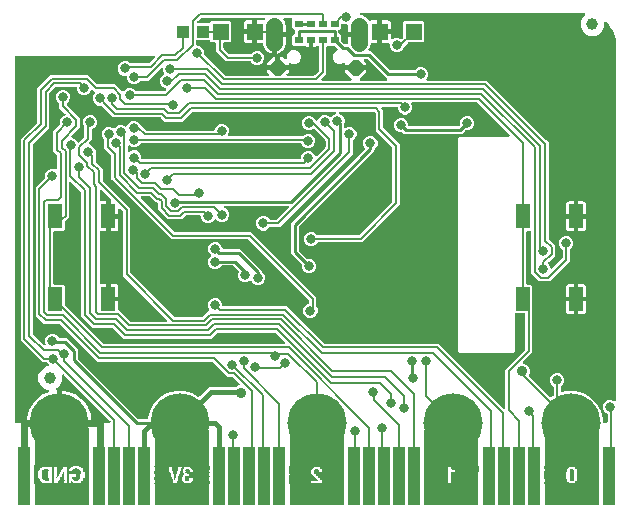
<source format=gbr>
G04 EAGLE Gerber RS-274X export*
G75*
%MOMM*%
%FSLAX34Y34*%
%LPD*%
%INBottom Copper*%
%IPPOS*%
%AMOC8*
5,1,8,0,0,1.08239X$1,22.5*%
G01*
%ADD10C,1.408000*%
%ADD11P,1.415766X8X22.500000*%
%ADD12P,1.415766X8X202.500000*%
%ADD13R,1.200000X2.000000*%
%ADD14R,0.720000X0.600000*%
%ADD15R,1.000000X5.000000*%
%ADD16C,5.016000*%
%ADD17R,4.612637X0.021338*%
%ADD18R,4.615181X0.021338*%
%ADD19R,4.635500X0.021338*%
%ADD20R,4.612637X0.021081*%
%ADD21R,4.615181X0.021081*%
%ADD22R,4.635500X0.021081*%
%ADD23R,2.199638X0.021081*%
%ADD24R,2.179319X0.021081*%
%ADD25R,1.714500X0.021081*%
%ADD26R,2.646681X0.021081*%
%ADD27R,0.909319X0.021081*%
%ADD28R,3.472175X0.021081*%
%ADD29R,2.136138X0.021081*%
%ADD30R,2.115819X0.021081*%
%ADD31R,2.286000X0.021081*%
%ADD32R,2.052319X0.021081*%
%ADD33R,1.841500X0.021081*%
%ADD34R,1.818638X0.021081*%
%ADD35R,1.651000X0.021081*%
%ADD36R,0.698500X0.021081*%
%ADD37R,1.587500X0.021081*%
%ADD38R,0.825500X0.021081*%
%ADD39R,0.254000X0.021081*%
%ADD40R,0.149856X0.021081*%
%ADD41R,0.551175X0.021081*%
%ADD42R,0.170181X0.021081*%
%ADD43R,0.784856X0.021081*%
%ADD44R,2.072637X0.021338*%
%ADD45R,2.052319X0.021338*%
%ADD46R,2.286000X0.021338*%
%ADD47R,1.841500X0.021338*%
%ADD48R,1.818638X0.021338*%
%ADD49R,1.587500X0.021338*%
%ADD50R,0.635000X0.021338*%
%ADD51R,0.782319X0.021338*%
%ADD52R,0.210819X0.021338*%
%ADD53R,0.149856X0.021338*%
%ADD54R,0.528319X0.021338*%
%ADD55R,0.170181X0.021338*%
%ADD56R,0.721356X0.021338*%
%ADD57R,2.032000X0.021081*%
%ADD58R,1.567181X0.021081*%
%ADD59R,0.591819X0.021081*%
%ADD60R,0.739138X0.021081*%
%ADD61R,0.167637X0.021081*%
%ADD62R,0.528319X0.021081*%
%ADD63R,0.657856X0.021081*%
%ADD64R,2.009138X0.021081*%
%ADD65R,1.524000X0.021081*%
%ADD66R,0.571500X0.021081*%
%ADD67R,0.127000X0.021081*%
%ADD68R,0.508000X0.021081*%
%ADD69R,0.635000X0.021081*%
%ADD70R,2.009138X0.021338*%
%ADD71R,1.988819X0.021338*%
%ADD72R,1.503681X0.021338*%
%ADD73R,1.567181X0.021338*%
%ADD74R,0.675638X0.021338*%
%ADD75R,0.083819X0.021338*%
%ADD76R,0.508000X0.021338*%
%ADD77R,0.594356X0.021338*%
%ADD78R,1.988819X0.021081*%
%ADD79R,1.968500X0.021081*%
%ADD80R,1.861819X0.021081*%
%ADD81R,1.483356X0.021081*%
%ADD82R,1.544319X0.021081*%
%ADD83R,0.655319X0.021081*%
%ADD84R,0.063500X0.021081*%
%ADD85R,0.487675X0.021081*%
%ADD86R,1.945638X0.021081*%
%ADD87R,0.487681X0.021081*%
%ADD88R,0.043181X0.021081*%
%ADD89R,0.464819X0.021081*%
%ADD90R,1.945638X0.021338*%
%ADD91R,1.925319X0.021338*%
%ADD92R,1.861819X0.021338*%
%ADD93R,1.460500X0.021338*%
%ADD94R,0.464819X0.021338*%
%ADD95R,1.544319X0.021338*%
%ADD96R,0.612138X0.021338*%
%ADD97R,0.020319X0.021338*%
%ADD98R,0.530856X0.021338*%
%ADD99R,1.925319X0.021081*%
%ADD100R,1.440181X0.021081*%
%ADD101R,0.424175X0.021081*%
%ADD102R,0.444500X0.021081*%
%ADD103R,1.905000X0.021081*%
%ADD104R,1.882138X0.021081*%
%ADD105R,0.127000X0.021338*%
%ADD106R,1.905000X0.021338*%
%ADD107R,1.882138X0.021338*%
%ADD108R,1.419856X0.021338*%
%ADD109R,0.403856X0.021338*%
%ADD110R,1.524000X0.021338*%
%ADD111R,0.548638X0.021338*%
%ADD112R,0.424175X0.021338*%
%ADD113R,0.487675X0.021338*%
%ADD114R,0.193038X0.021081*%
%ADD115R,2.413000X0.021081*%
%ADD116R,1.419856X0.021081*%
%ADD117R,0.231138X0.021081*%
%ADD118R,0.381000X0.021081*%
%ADD119R,1.503681X0.021081*%
%ADD120R,0.467356X0.021081*%
%ADD121R,0.233681X0.021081*%
%ADD122R,2.390138X0.021081*%
%ADD123R,1.397000X0.021081*%
%ADD124R,0.276856X0.021081*%
%ADD125R,0.358137X0.021081*%
%ADD126R,0.190500X0.021081*%
%ADD127R,0.401319X0.021081*%
%ADD128R,0.274319X0.021338*%
%ADD129R,2.369819X0.021338*%
%ADD130R,1.397000X0.021338*%
%ADD131R,0.317500X0.021338*%
%ADD132R,0.358137X0.021338*%
%ADD133R,0.401319X0.021338*%
%ADD134R,0.337819X0.021338*%
%ADD135R,0.444500X0.021338*%
%ADD136R,0.317500X0.021081*%
%ADD137R,2.349500X0.021081*%
%ADD138R,0.337819X0.021081*%
%ADD139R,1.480819X0.021081*%
%ADD140R,0.485137X0.021081*%
%ADD141R,2.326637X0.021081*%
%ADD142R,0.360675X0.021081*%
%ADD143R,0.421637X0.021081*%
%ADD144R,2.306319X0.021338*%
%ADD145R,0.381000X0.021338*%
%ADD146R,1.480819X0.021338*%
%ADD147R,0.485137X0.021338*%
%ADD148R,0.360675X0.021338*%
%ADD149R,0.360681X0.021081*%
%ADD150R,1.376681X0.021081*%
%ADD151R,0.403856X0.021081*%
%ADD152R,0.297175X0.021081*%
%ADD153R,0.020319X0.021081*%
%ADD154R,1.460500X0.021081*%
%ADD155R,0.551181X0.021081*%
%ADD156R,2.263138X0.021081*%
%ADD157R,0.360681X0.021338*%
%ADD158R,2.222500X0.021338*%
%ADD159R,1.376681X0.021338*%
%ADD160R,0.297175X0.021338*%
%ADD161R,2.202175X0.021081*%
%ADD162R,0.274319X0.021081*%
%ADD163R,0.678181X0.021081*%
%ADD164R,2.136138X0.021338*%
%ADD165R,2.054856X0.021338*%
%ADD166R,0.063500X0.021338*%
%ADD167R,1.440181X0.021338*%
%ADD168R,0.421637X0.021338*%
%ADD169R,0.678181X0.021338*%
%ADD170R,2.095500X0.021081*%
%ADD171R,2.054856X0.021081*%
%ADD172R,1.417319X0.021081*%
%ADD173R,0.106675X0.021081*%
%ADD174R,0.718819X0.021081*%
%ADD175R,0.548638X0.021081*%
%ADD176R,2.032000X0.021338*%
%ADD177R,0.106675X0.021338*%
%ADD178R,1.417319X0.021338*%
%ADD179R,0.254000X0.021338*%
%ADD180R,2.156462X0.021081*%
%ADD181R,2.011681X0.021081*%
%ADD182R,0.233675X0.021081*%
%ADD183R,1.991356X0.021081*%
%ADD184R,1.948181X0.021338*%
%ADD185R,0.276856X0.021338*%
%ADD186R,0.147319X0.021338*%
%ADD187R,0.571500X0.021338*%
%ADD188R,0.340356X0.021338*%
%ADD189R,2.242819X0.021081*%
%ADD190R,1.884681X0.021081*%
%ADD191R,0.147319X0.021081*%
%ADD192R,0.210819X0.021081*%
%ADD193R,0.340356X0.021081*%
%ADD194R,1.948175X0.021081*%
%ADD195R,1.737356X0.021081*%
%ADD196R,0.083819X0.021081*%
%ADD197R,1.737356X0.021338*%
%ADD198R,0.190500X0.021338*%
%ADD199R,0.170175X0.021338*%
%ADD200R,1.353819X0.021081*%
%ADD201R,0.170175X0.021081*%
%ADD202R,0.106681X0.021081*%
%ADD203R,0.297181X0.021081*%
%ADD204R,2.390138X0.021338*%
%ADD205R,1.353819X0.021338*%
%ADD206R,2.410462X0.021081*%
%ADD207R,1.333500X0.021081*%
%ADD208R,2.433319X0.021081*%
%ADD209R,0.383538X0.021081*%
%ADD210R,2.453638X0.021338*%
%ADD211R,0.233675X0.021338*%
%ADD212R,1.333500X0.021338*%
%ADD213R,2.453638X0.021081*%
%ADD214R,1.313181X0.021081*%
%ADD215R,1.143000X0.021081*%
%ADD216R,2.476500X0.021081*%
%ADD217R,2.476500X0.021338*%
%ADD218R,1.864356X0.021338*%
%ADD219R,1.313181X0.021338*%
%ADD220R,1.143000X0.021338*%
%ADD221R,2.496819X0.021081*%
%ADD222R,1.927856X0.021081*%
%ADD223R,1.290319X0.021081*%
%ADD224R,1.122675X0.021081*%
%ADD225R,0.043175X0.021081*%
%ADD226R,2.517138X0.021338*%
%ADD227R,1.991356X0.021338*%
%ADD228R,1.290319X0.021338*%
%ADD229R,1.122675X0.021338*%
%ADD230R,0.043175X0.021338*%
%ADD231R,0.233681X0.021338*%
%ADD232R,1.270000X0.021081*%
%ADD233R,1.968500X0.021338*%
%ADD234R,1.270000X0.021338*%
%ADD235R,1.102356X0.021338*%
%ADD236R,1.249681X0.021081*%
%ADD237R,1.102356X0.021081*%
%ADD238R,1.249681X0.021338*%
%ADD239R,0.297181X0.021338*%
%ADD240R,1.226819X0.021081*%
%ADD241R,0.106681X0.021338*%
%ADD242R,1.226819X0.021338*%
%ADD243R,0.104138X0.021081*%
%ADD244R,1.206500X0.021081*%
%ADD245R,0.193038X0.021338*%
%ADD246R,2.095500X0.021338*%
%ADD247R,0.104138X0.021338*%
%ADD248R,1.206500X0.021338*%
%ADD249R,2.181856X0.021081*%
%ADD250R,2.222500X0.021081*%
%ADD251R,1.186181X0.021081*%
%ADD252R,2.245356X0.021338*%
%ADD253R,1.186181X0.021338*%
%ADD254R,0.213356X0.021338*%
%ADD255R,0.424181X0.021338*%
%ADD256R,0.467356X0.021338*%
%ADD257R,2.265681X0.021081*%
%ADD258R,0.424181X0.021081*%
%ADD259R,1.163319X0.021081*%
%ADD260R,2.308856X0.021338*%
%ADD261R,1.948175X0.021338*%
%ADD262R,1.163319X0.021338*%
%ADD263R,0.591819X0.021338*%
%ADD264R,2.308856X0.021081*%
%ADD265R,0.530856X0.021081*%
%ADD266R,1.546856X0.021081*%
%ADD267R,0.612138X0.021081*%
%ADD268R,2.329181X0.021338*%
%ADD269R,0.487681X0.021338*%
%ADD270R,2.072637X0.021081*%
%ADD271R,2.329181X0.021081*%
%ADD272R,1.610356X0.021081*%
%ADD273R,0.213356X0.021081*%
%ADD274R,0.675638X0.021081*%
%ADD275R,0.614675X0.021081*%
%ADD276R,1.122681X0.021081*%
%ADD277R,2.199638X0.021338*%
%ADD278R,2.179319X0.021338*%
%ADD279R,1.714500X0.021338*%
%ADD280R,1.122681X0.021338*%
%ADD281R,0.718819X0.021338*%
%ADD282R,0.698500X0.021338*%
%ADD283R,1.099819X0.021081*%
%ADD284R,0.762000X0.021081*%
%ADD285R,0.802638X0.021081*%
%ADD286R,3.261356X0.021081*%
%ADD287R,0.866138X0.021338*%
%ADD288R,3.324856X0.021338*%
%ADD289R,0.952500X0.021081*%
%ADD290R,3.408675X0.021081*%
%ADD291R,4.610000X3.140000*%
%ADD292R,1.400000X1.400000*%
%ADD293R,1.075000X1.000000*%
%ADD294C,1.000000*%
%ADD295C,0.609600*%
%ADD296C,0.800100*%
%ADD297C,0.203200*%
%ADD298C,0.254000*%
%ADD299C,0.406400*%
%ADD300C,0.906400*%

G36*
X116104Y73312D02*
X116104Y73312D01*
X116172Y73312D01*
X116244Y73332D01*
X116318Y73343D01*
X116380Y73370D01*
X116446Y73389D01*
X116510Y73428D01*
X116578Y73459D01*
X116630Y73503D01*
X116688Y73539D01*
X116738Y73594D01*
X116795Y73642D01*
X116832Y73699D01*
X116878Y73750D01*
X116904Y73807D01*
X116952Y73879D01*
X116987Y73988D01*
X117017Y74055D01*
X118735Y80465D01*
X122304Y86648D01*
X127352Y91696D01*
X133535Y95265D01*
X140431Y97113D01*
X147569Y97113D01*
X154465Y95265D01*
X159529Y92341D01*
X159592Y92316D01*
X159651Y92282D01*
X159723Y92263D01*
X159793Y92235D01*
X159860Y92228D01*
X159926Y92211D01*
X160001Y92214D01*
X160075Y92206D01*
X160142Y92218D01*
X160211Y92220D01*
X160282Y92243D01*
X160355Y92257D01*
X160416Y92287D01*
X160481Y92308D01*
X160532Y92344D01*
X160610Y92383D01*
X160694Y92460D01*
X160754Y92503D01*
X168836Y100585D01*
X191210Y100585D01*
X191297Y100597D01*
X191384Y100600D01*
X191437Y100617D01*
X191492Y100625D01*
X191572Y100660D01*
X191655Y100687D01*
X191694Y100715D01*
X191751Y100741D01*
X191818Y100797D01*
X194162Y101768D01*
X194261Y101827D01*
X194363Y101880D01*
X194383Y101899D01*
X194407Y101913D01*
X194486Y101996D01*
X194569Y102075D01*
X194583Y102099D01*
X194602Y102120D01*
X194655Y102222D01*
X194713Y102321D01*
X194720Y102348D01*
X194733Y102372D01*
X194755Y102485D01*
X194783Y102596D01*
X194782Y102624D01*
X194788Y102651D01*
X194778Y102766D01*
X194774Y102880D01*
X194766Y102907D01*
X194763Y102934D01*
X194722Y103042D01*
X194687Y103151D01*
X194672Y103171D01*
X194661Y103200D01*
X194500Y103413D01*
X194492Y103424D01*
X194490Y103426D01*
X194489Y103427D01*
X188931Y108985D01*
X188861Y109038D01*
X188797Y109098D01*
X188748Y109123D01*
X188703Y109156D01*
X188622Y109187D01*
X188544Y109227D01*
X188496Y109235D01*
X188438Y109258D01*
X188290Y109270D01*
X188213Y109283D01*
X184413Y109283D01*
X172200Y121495D01*
X172131Y121547D01*
X172067Y121607D01*
X172017Y121633D01*
X171973Y121666D01*
X171892Y121697D01*
X171814Y121737D01*
X171766Y121745D01*
X171708Y121767D01*
X171560Y121779D01*
X171483Y121792D01*
X74491Y121792D01*
X42799Y153485D01*
X42729Y153537D01*
X42665Y153597D01*
X42616Y153623D01*
X42572Y153656D01*
X42490Y153687D01*
X42412Y153727D01*
X42364Y153735D01*
X42306Y153757D01*
X42158Y153769D01*
X42081Y153782D01*
X29293Y153782D01*
X22081Y160994D01*
X22081Y269598D01*
X29864Y277381D01*
X29917Y277451D01*
X29977Y277515D01*
X30002Y277564D01*
X30035Y277608D01*
X30066Y277690D01*
X30106Y277768D01*
X30114Y277815D01*
X30137Y277874D01*
X30149Y278022D01*
X30162Y278099D01*
X30162Y280600D01*
X31080Y282818D01*
X32777Y284515D01*
X34995Y285433D01*
X37395Y285433D01*
X38791Y284855D01*
X38902Y284826D01*
X39012Y284792D01*
X39039Y284791D01*
X39066Y284784D01*
X39181Y284787D01*
X39296Y284784D01*
X39323Y284791D01*
X39350Y284792D01*
X39460Y284827D01*
X39571Y284856D01*
X39595Y284870D01*
X39621Y284879D01*
X39717Y284943D01*
X39815Y285001D01*
X39834Y285022D01*
X39857Y285037D01*
X39931Y285125D01*
X40010Y285209D01*
X40023Y285234D01*
X40040Y285255D01*
X40087Y285360D01*
X40139Y285462D01*
X40143Y285487D01*
X40156Y285515D01*
X40192Y285778D01*
X40195Y285793D01*
X40195Y296500D01*
X40183Y296587D01*
X40182Y296599D01*
X40183Y296622D01*
X40181Y296628D01*
X40180Y296674D01*
X40163Y296727D01*
X40155Y296782D01*
X40122Y296856D01*
X40111Y296897D01*
X40104Y296909D01*
X40092Y296945D01*
X40064Y296984D01*
X40039Y297041D01*
X39994Y297094D01*
X39966Y297141D01*
X39925Y297180D01*
X39897Y297218D01*
X36956Y300159D01*
X36956Y316858D01*
X42564Y322466D01*
X42617Y322536D01*
X42677Y322600D01*
X42702Y322649D01*
X42735Y322693D01*
X42766Y322775D01*
X42806Y322853D01*
X42814Y322900D01*
X42837Y322959D01*
X42849Y323107D01*
X42862Y323184D01*
X42862Y325685D01*
X43780Y327903D01*
X45477Y329600D01*
X46873Y330178D01*
X46972Y330236D01*
X47074Y330289D01*
X47094Y330308D01*
X47118Y330322D01*
X47197Y330406D01*
X47280Y330485D01*
X47294Y330509D01*
X47313Y330529D01*
X47366Y330631D01*
X47424Y330730D01*
X47431Y330757D01*
X47444Y330782D01*
X47466Y330895D01*
X47494Y331006D01*
X47493Y331034D01*
X47499Y331061D01*
X47489Y331175D01*
X47485Y331290D01*
X47477Y331316D01*
X47474Y331344D01*
X47433Y331451D01*
X47398Y331560D01*
X47383Y331581D01*
X47372Y331609D01*
X47212Y331821D01*
X47203Y331834D01*
X42036Y337000D01*
X42036Y340171D01*
X42028Y340227D01*
X42030Y340278D01*
X42023Y340305D01*
X42021Y340345D01*
X42004Y340398D01*
X41996Y340452D01*
X41966Y340519D01*
X41958Y340553D01*
X41950Y340566D01*
X41934Y340615D01*
X41906Y340655D01*
X41880Y340712D01*
X41823Y340779D01*
X41813Y340797D01*
X41791Y340818D01*
X41784Y340825D01*
X41739Y340889D01*
X39970Y342657D01*
X39052Y344875D01*
X39052Y347275D01*
X39970Y349493D01*
X41667Y351190D01*
X43885Y352108D01*
X46285Y352108D01*
X48503Y351190D01*
X50200Y349493D01*
X51118Y347275D01*
X51118Y344875D01*
X50200Y342657D01*
X48431Y340889D01*
X48394Y340839D01*
X48391Y340837D01*
X48384Y340826D01*
X48379Y340819D01*
X48319Y340755D01*
X48293Y340706D01*
X48260Y340662D01*
X48241Y340612D01*
X48233Y340600D01*
X48224Y340570D01*
X48189Y340502D01*
X48181Y340454D01*
X48159Y340396D01*
X48155Y340354D01*
X48148Y340329D01*
X48145Y340241D01*
X48134Y340171D01*
X48134Y339946D01*
X48146Y339860D01*
X48149Y339772D01*
X48166Y339720D01*
X48174Y339665D01*
X48209Y339585D01*
X48236Y339502D01*
X48264Y339463D01*
X48290Y339406D01*
X48386Y339292D01*
X48431Y339229D01*
X59627Y328032D01*
X59627Y320303D01*
X52487Y313162D01*
X52418Y313071D01*
X52344Y312982D01*
X52332Y312957D01*
X52316Y312935D01*
X52275Y312828D01*
X52228Y312723D01*
X52224Y312695D01*
X52215Y312669D01*
X52205Y312555D01*
X52189Y312441D01*
X52193Y312413D01*
X52191Y312386D01*
X52214Y312273D01*
X52230Y312160D01*
X52241Y312134D01*
X52247Y312107D01*
X52300Y312005D01*
X52347Y311901D01*
X52365Y311879D01*
X52378Y311855D01*
X52457Y311772D01*
X52531Y311684D01*
X52553Y311671D01*
X52574Y311649D01*
X52803Y311514D01*
X52816Y311506D01*
X55125Y310550D01*
X56822Y308853D01*
X57191Y307963D01*
X57249Y307864D01*
X57302Y307762D01*
X57321Y307742D01*
X57335Y307718D01*
X57419Y307639D01*
X57498Y307556D01*
X57522Y307542D01*
X57542Y307523D01*
X57644Y307470D01*
X57743Y307412D01*
X57770Y307405D01*
X57795Y307392D01*
X57908Y307370D01*
X58019Y307342D01*
X58046Y307343D01*
X58074Y307337D01*
X58188Y307347D01*
X58303Y307351D01*
X58329Y307359D01*
X58357Y307362D01*
X58464Y307403D01*
X58573Y307438D01*
X58594Y307453D01*
X58622Y307464D01*
X58835Y307625D01*
X58847Y307633D01*
X62940Y311726D01*
X62992Y311796D01*
X63052Y311860D01*
X63077Y311909D01*
X63110Y311953D01*
X63142Y312035D01*
X63181Y312113D01*
X63189Y312161D01*
X63212Y312219D01*
X63224Y312367D01*
X63237Y312444D01*
X63237Y320732D01*
X63228Y320793D01*
X63229Y320799D01*
X63225Y320814D01*
X63225Y320818D01*
X63222Y320906D01*
X63205Y320958D01*
X63197Y321013D01*
X63161Y321093D01*
X63160Y321097D01*
X63153Y321127D01*
X63141Y321157D01*
X63134Y321176D01*
X63130Y321182D01*
X62157Y323531D01*
X62157Y325931D01*
X63076Y328148D01*
X64773Y329845D01*
X66991Y330764D01*
X69391Y330764D01*
X71608Y329845D01*
X73305Y328148D01*
X74224Y325931D01*
X74224Y323531D01*
X73305Y321313D01*
X71608Y319616D01*
X69961Y318934D01*
X69960Y318933D01*
X69958Y318932D01*
X69840Y318862D01*
X69716Y318789D01*
X69715Y318788D01*
X69714Y318787D01*
X69613Y318680D01*
X69521Y318582D01*
X69520Y318581D01*
X69519Y318580D01*
X69455Y318454D01*
X69391Y318330D01*
X69391Y318328D01*
X69390Y318327D01*
X69387Y318312D01*
X69336Y318051D01*
X69339Y318020D01*
X69334Y317996D01*
X69334Y309498D01*
X67323Y307486D01*
X67305Y307463D01*
X67283Y307444D01*
X67220Y307350D01*
X67152Y307259D01*
X67142Y307232D01*
X67125Y307207D01*
X67091Y307099D01*
X67051Y306994D01*
X67048Y306964D01*
X67040Y306936D01*
X67037Y306823D01*
X67027Y306710D01*
X67033Y306682D01*
X67032Y306652D01*
X67061Y306543D01*
X67083Y306431D01*
X67097Y306405D01*
X67104Y306377D01*
X67162Y306280D01*
X67214Y306179D01*
X67234Y306158D01*
X67249Y306133D01*
X67332Y306055D01*
X67410Y305973D01*
X67435Y305958D01*
X67457Y305938D01*
X67557Y305887D01*
X67655Y305829D01*
X67684Y305822D01*
X67710Y305809D01*
X67762Y305800D01*
X70093Y304835D01*
X71790Y303138D01*
X72708Y300920D01*
X72708Y298419D01*
X72720Y298332D01*
X72723Y298245D01*
X72740Y298192D01*
X72748Y298137D01*
X72784Y298058D01*
X72811Y297974D01*
X72839Y297935D01*
X72864Y297878D01*
X72899Y297837D01*
X72899Y291243D01*
X72911Y291157D01*
X72914Y291069D01*
X72931Y291017D01*
X72939Y290962D01*
X72974Y290882D01*
X73001Y290799D01*
X73029Y290760D01*
X73055Y290702D01*
X73151Y290589D01*
X73196Y290525D01*
X78614Y285108D01*
X78614Y275431D01*
X78626Y275344D01*
X78629Y275257D01*
X78646Y275204D01*
X78654Y275149D01*
X78689Y275069D01*
X78716Y274986D01*
X78744Y274947D01*
X78770Y274890D01*
X78866Y274777D01*
X78911Y274713D01*
X102236Y251388D01*
X102236Y197531D01*
X102248Y197445D01*
X102251Y197357D01*
X102268Y197305D01*
X102276Y197250D01*
X102311Y197170D01*
X102338Y197087D01*
X102366Y197048D01*
X102392Y196990D01*
X102488Y196877D01*
X102533Y196813D01*
X139282Y160064D01*
X139352Y160012D01*
X139416Y159952D01*
X139466Y159926D01*
X139510Y159893D01*
X139591Y159862D01*
X139669Y159822D01*
X139717Y159814D01*
X139775Y159792D01*
X139923Y159780D01*
X140000Y159767D01*
X162655Y159767D01*
X162741Y159779D01*
X162829Y159782D01*
X162881Y159799D01*
X162936Y159807D01*
X163016Y159842D01*
X163099Y159869D01*
X163138Y159897D01*
X163196Y159923D01*
X163309Y160019D01*
X163373Y160064D01*
X168196Y164887D01*
X168299Y164934D01*
X168406Y164975D01*
X168428Y164991D01*
X168454Y165003D01*
X168541Y165077D01*
X168633Y165146D01*
X168649Y165169D01*
X168671Y165186D01*
X168734Y165282D01*
X168803Y165374D01*
X168813Y165400D01*
X168828Y165423D01*
X168863Y165533D01*
X168903Y165640D01*
X168906Y165668D01*
X168914Y165694D01*
X168917Y165809D01*
X168926Y165923D01*
X168920Y165948D01*
X168921Y165978D01*
X168854Y166235D01*
X168851Y166251D01*
X167957Y168408D01*
X167957Y170809D01*
X168875Y173026D01*
X170572Y174723D01*
X172790Y175642D01*
X175190Y175642D01*
X177408Y174723D01*
X179105Y173026D01*
X180023Y170809D01*
X180023Y169926D01*
X180031Y169868D01*
X180030Y169810D01*
X180051Y169728D01*
X180063Y169644D01*
X180087Y169591D01*
X180102Y169535D01*
X180145Y169462D01*
X180179Y169385D01*
X180217Y169340D01*
X180247Y169290D01*
X180309Y169232D01*
X180363Y169168D01*
X180412Y169136D01*
X180454Y169096D01*
X180529Y169057D01*
X180600Y169010D01*
X180655Y168993D01*
X180707Y168966D01*
X180775Y168955D01*
X180871Y168925D01*
X180970Y168922D01*
X181038Y168911D01*
X234470Y168911D01*
X266097Y137284D01*
X266166Y137231D01*
X266230Y137171D01*
X266280Y137146D01*
X266324Y137113D01*
X266406Y137082D01*
X266483Y137042D01*
X266531Y137034D01*
X266590Y137012D01*
X266737Y136999D01*
X266815Y136986D01*
X363260Y136986D01*
X417778Y82468D01*
X417802Y82451D01*
X417821Y82428D01*
X417915Y82365D01*
X418005Y82298D01*
X418033Y82287D01*
X418057Y82271D01*
X418165Y82237D01*
X418271Y82196D01*
X418300Y82194D01*
X418328Y82185D01*
X418442Y82182D01*
X418554Y82173D01*
X418583Y82178D01*
X418612Y82178D01*
X418722Y82206D01*
X418833Y82229D01*
X418859Y82242D01*
X418887Y82250D01*
X418985Y82307D01*
X419085Y82360D01*
X419107Y82380D01*
X419132Y82395D01*
X419209Y82477D01*
X419291Y82555D01*
X419306Y82581D01*
X419326Y82602D01*
X419378Y82703D01*
X419435Y82801D01*
X419442Y82829D01*
X419456Y82855D01*
X419469Y82933D01*
X419505Y83076D01*
X419503Y83139D01*
X419511Y83186D01*
X419511Y115213D01*
X436234Y131935D01*
X436286Y132005D01*
X436346Y132069D01*
X436372Y132119D01*
X436405Y132163D01*
X436436Y132244D01*
X436476Y132322D01*
X436484Y132370D01*
X436506Y132428D01*
X436518Y132576D01*
X436531Y132653D01*
X436531Y161952D01*
X436523Y162010D01*
X436525Y162068D01*
X436503Y162150D01*
X436491Y162234D01*
X436468Y162287D01*
X436453Y162343D01*
X436410Y162416D01*
X436375Y162493D01*
X436337Y162538D01*
X436308Y162588D01*
X436246Y162646D01*
X436192Y162710D01*
X436143Y162742D01*
X436100Y162782D01*
X436025Y162821D01*
X435955Y162868D01*
X435899Y162885D01*
X435847Y162912D01*
X435779Y162923D01*
X435684Y162953D01*
X435584Y162956D01*
X435516Y162967D01*
X428556Y162967D01*
X428498Y162959D01*
X428440Y162961D01*
X428358Y162939D01*
X428274Y162927D01*
X428221Y162904D01*
X428165Y162889D01*
X428092Y162846D01*
X428015Y162811D01*
X427970Y162773D01*
X427920Y162744D01*
X427862Y162682D01*
X427798Y162628D01*
X427766Y162579D01*
X427726Y162536D01*
X427687Y162461D01*
X427640Y162391D01*
X427623Y162335D01*
X427596Y162283D01*
X427585Y162215D01*
X427555Y162120D01*
X427552Y162020D01*
X427541Y161952D01*
X427541Y130948D01*
X426052Y129459D01*
X381318Y129459D01*
X379829Y130948D01*
X379829Y310942D01*
X381318Y312431D01*
X422487Y312431D01*
X422516Y312435D01*
X422545Y312432D01*
X422656Y312455D01*
X422768Y312471D01*
X422795Y312483D01*
X422824Y312488D01*
X422924Y312540D01*
X423028Y312587D01*
X423050Y312606D01*
X423076Y312619D01*
X423158Y312697D01*
X423245Y312770D01*
X423261Y312795D01*
X423282Y312815D01*
X423339Y312913D01*
X423402Y313007D01*
X423411Y313035D01*
X423426Y313060D01*
X423454Y313170D01*
X423488Y313278D01*
X423489Y313308D01*
X423496Y313336D01*
X423492Y313449D01*
X423495Y313562D01*
X423488Y313591D01*
X423487Y313620D01*
X423452Y313728D01*
X423423Y313837D01*
X423408Y313863D01*
X423399Y313891D01*
X423354Y313954D01*
X423278Y314082D01*
X423233Y314125D01*
X423205Y314164D01*
X396037Y341332D01*
X395967Y341384D01*
X395903Y341444D01*
X395853Y341470D01*
X395809Y341503D01*
X395728Y341534D01*
X395650Y341574D01*
X395602Y341582D01*
X395544Y341604D01*
X395396Y341616D01*
X395319Y341629D01*
X340854Y341629D01*
X340740Y341613D01*
X340626Y341603D01*
X340600Y341593D01*
X340572Y341589D01*
X340468Y341542D01*
X340360Y341501D01*
X340338Y341485D01*
X340313Y341473D01*
X340225Y341399D01*
X340134Y341330D01*
X340117Y341307D01*
X340096Y341290D01*
X340032Y341194D01*
X339964Y341102D01*
X339954Y341076D01*
X339938Y341053D01*
X339904Y340943D01*
X339863Y340836D01*
X339861Y340808D01*
X339853Y340782D01*
X339850Y340667D01*
X339840Y340553D01*
X339846Y340528D01*
X339845Y340498D01*
X339912Y340241D01*
X339916Y340225D01*
X340678Y338385D01*
X340678Y335985D01*
X339760Y333767D01*
X338063Y332070D01*
X335845Y331152D01*
X333445Y331152D01*
X331227Y332070D01*
X329530Y333767D01*
X328612Y335985D01*
X328612Y336550D01*
X328604Y336608D01*
X328605Y336666D01*
X328584Y336748D01*
X328572Y336832D01*
X328548Y336885D01*
X328533Y336941D01*
X328490Y337014D01*
X328456Y337091D01*
X328418Y337136D01*
X328388Y337186D01*
X328326Y337244D01*
X328272Y337308D01*
X328223Y337340D01*
X328181Y337380D01*
X328106Y337419D01*
X328035Y337466D01*
X327980Y337483D01*
X327928Y337510D01*
X327860Y337521D01*
X327764Y337551D01*
X327665Y337554D01*
X327597Y337565D01*
X315627Y337565D01*
X315598Y337561D01*
X315569Y337564D01*
X315458Y337541D01*
X315346Y337525D01*
X315319Y337513D01*
X315290Y337508D01*
X315190Y337455D01*
X315086Y337409D01*
X315064Y337390D01*
X315038Y337377D01*
X314956Y337299D01*
X314869Y337226D01*
X314853Y337201D01*
X314832Y337181D01*
X314775Y337083D01*
X314712Y336989D01*
X314703Y336961D01*
X314688Y336936D01*
X314660Y336826D01*
X314626Y336718D01*
X314625Y336688D01*
X314618Y336660D01*
X314622Y336547D01*
X314619Y336434D01*
X314626Y336405D01*
X314627Y336376D01*
X314662Y336268D01*
X314691Y336159D01*
X314705Y336133D01*
X314715Y336105D01*
X314760Y336041D01*
X314836Y335914D01*
X314881Y335871D01*
X314909Y335832D01*
X316104Y334638D01*
X316104Y320453D01*
X316116Y320367D01*
X316119Y320279D01*
X316136Y320227D01*
X316144Y320172D01*
X316179Y320092D01*
X316206Y320009D01*
X316234Y319970D01*
X316260Y319912D01*
X316356Y319799D01*
X316401Y319735D01*
X330074Y306063D01*
X330074Y254642D01*
X298443Y223011D01*
X261174Y223011D01*
X261087Y222999D01*
X261000Y222996D01*
X260947Y222979D01*
X260893Y222971D01*
X260813Y222936D01*
X260730Y222909D01*
X260690Y222881D01*
X260633Y222855D01*
X260520Y222759D01*
X260456Y222714D01*
X258688Y220945D01*
X256470Y220027D01*
X254070Y220027D01*
X251852Y220945D01*
X250155Y222642D01*
X249237Y224860D01*
X249237Y227260D01*
X250155Y229478D01*
X251852Y231175D01*
X254070Y232093D01*
X256470Y232093D01*
X258688Y231175D01*
X260456Y229406D01*
X260526Y229354D01*
X260590Y229294D01*
X260639Y229268D01*
X260683Y229235D01*
X260765Y229204D01*
X260843Y229164D01*
X260891Y229156D01*
X260949Y229134D01*
X261097Y229122D01*
X261174Y229109D01*
X295497Y229109D01*
X295583Y229121D01*
X295671Y229124D01*
X295723Y229141D01*
X295778Y229149D01*
X295858Y229184D01*
X295941Y229211D01*
X295980Y229239D01*
X296038Y229265D01*
X296151Y229361D01*
X296215Y229406D01*
X323679Y256870D01*
X323731Y256940D01*
X323791Y257004D01*
X323817Y257054D01*
X323850Y257098D01*
X323881Y257179D01*
X323921Y257257D01*
X323929Y257305D01*
X323951Y257363D01*
X323963Y257511D01*
X323976Y257588D01*
X323976Y303117D01*
X323964Y303203D01*
X323961Y303291D01*
X323944Y303343D01*
X323936Y303398D01*
X323901Y303478D01*
X323874Y303561D01*
X323846Y303600D01*
X323820Y303658D01*
X323724Y303771D01*
X323679Y303835D01*
X310006Y317507D01*
X310006Y331692D01*
X309994Y331778D01*
X309991Y331866D01*
X309974Y331918D01*
X309966Y331973D01*
X309931Y332053D01*
X309904Y332136D01*
X309876Y332175D01*
X309850Y332233D01*
X309754Y332346D01*
X309709Y332410D01*
X308915Y333204D01*
X308845Y333256D01*
X308781Y333316D01*
X308731Y333342D01*
X308687Y333375D01*
X308606Y333406D01*
X308528Y333446D01*
X308480Y333454D01*
X308422Y333476D01*
X308274Y333488D01*
X308197Y333501D01*
X279619Y333501D01*
X279534Y333489D01*
X279448Y333487D01*
X279394Y333469D01*
X279337Y333461D01*
X279259Y333426D01*
X279177Y333400D01*
X279130Y333368D01*
X279078Y333345D01*
X279012Y333290D01*
X278941Y333242D01*
X278904Y333198D01*
X278861Y333162D01*
X278813Y333090D01*
X278758Y333024D01*
X278735Y332972D01*
X278703Y332925D01*
X278677Y332843D01*
X278643Y332764D01*
X278635Y332708D01*
X278618Y332654D01*
X278615Y332568D01*
X278604Y332483D01*
X278612Y332427D01*
X278610Y332370D01*
X278632Y332287D01*
X278644Y332202D01*
X278668Y332150D01*
X278682Y332095D01*
X278726Y332021D01*
X278761Y331942D01*
X278798Y331899D01*
X278827Y331850D01*
X278890Y331791D01*
X278946Y331726D01*
X278988Y331700D01*
X279035Y331656D01*
X279164Y331590D01*
X279230Y331548D01*
X280976Y330825D01*
X282673Y329128D01*
X283592Y326910D01*
X283592Y324510D01*
X282780Y322551D01*
X282772Y322521D01*
X282758Y322493D01*
X282745Y322416D01*
X282709Y322275D01*
X282711Y322211D01*
X282703Y322162D01*
X282703Y320935D01*
X282719Y320821D01*
X282729Y320707D01*
X282739Y320681D01*
X282743Y320654D01*
X282790Y320549D01*
X282831Y320442D01*
X282847Y320420D01*
X282859Y320394D01*
X282933Y320307D01*
X283002Y320215D01*
X283025Y320198D01*
X283042Y320177D01*
X283138Y320114D01*
X283230Y320045D01*
X283256Y320035D01*
X283279Y320020D01*
X283389Y319985D01*
X283496Y319944D01*
X283524Y319942D01*
X283550Y319934D01*
X283665Y319931D01*
X283779Y319922D01*
X283804Y319927D01*
X283834Y319927D01*
X284091Y319994D01*
X284107Y319997D01*
X286448Y320967D01*
X288848Y320967D01*
X291065Y320048D01*
X292762Y318351D01*
X293681Y316134D01*
X293681Y313734D01*
X292762Y311516D01*
X290994Y309747D01*
X290941Y309678D01*
X290881Y309614D01*
X290856Y309564D01*
X290823Y309520D01*
X290792Y309439D01*
X290752Y309361D01*
X290744Y309313D01*
X290722Y309255D01*
X290709Y309107D01*
X290696Y309030D01*
X290696Y297815D01*
X228788Y235907D01*
X220730Y235907D01*
X220643Y235895D01*
X220556Y235892D01*
X220503Y235875D01*
X220448Y235867D01*
X220368Y235831D01*
X220285Y235804D01*
X220246Y235776D01*
X220189Y235751D01*
X220076Y235655D01*
X220012Y235610D01*
X218243Y233841D01*
X216026Y232922D01*
X213626Y232922D01*
X211408Y233841D01*
X209711Y235538D01*
X208792Y237756D01*
X208792Y240156D01*
X209711Y242373D01*
X211408Y244070D01*
X213626Y244989D01*
X216026Y244989D01*
X218243Y244070D01*
X220012Y242302D01*
X220082Y242249D01*
X220146Y242189D01*
X220195Y242164D01*
X220239Y242131D01*
X220321Y242100D01*
X220399Y242060D01*
X220446Y242052D01*
X220505Y242030D01*
X220652Y242017D01*
X220730Y242004D01*
X225842Y242004D01*
X225929Y242017D01*
X226016Y242019D01*
X226069Y242036D01*
X226124Y242044D01*
X226204Y242080D01*
X226287Y242107D01*
X226326Y242135D01*
X226383Y242160D01*
X226496Y242256D01*
X226560Y242302D01*
X236398Y252139D01*
X236413Y252160D01*
X236430Y252174D01*
X236432Y252177D01*
X236438Y252182D01*
X236500Y252276D01*
X236568Y252366D01*
X236579Y252394D01*
X236595Y252418D01*
X236629Y252526D01*
X236670Y252632D01*
X236672Y252661D01*
X236681Y252689D01*
X236684Y252803D01*
X236693Y252915D01*
X236688Y252944D01*
X236688Y252973D01*
X236660Y253083D01*
X236637Y253194D01*
X236624Y253220D01*
X236616Y253248D01*
X236559Y253346D01*
X236506Y253446D01*
X236486Y253468D01*
X236471Y253493D01*
X236389Y253570D01*
X236311Y253652D01*
X236285Y253667D01*
X236264Y253687D01*
X236163Y253739D01*
X236065Y253796D01*
X236037Y253803D01*
X236011Y253817D01*
X235933Y253830D01*
X235790Y253866D01*
X235727Y253864D01*
X235680Y253872D01*
X182793Y253872D01*
X182708Y253860D01*
X182622Y253858D01*
X182568Y253840D01*
X182512Y253832D01*
X182433Y253797D01*
X182352Y253771D01*
X182304Y253739D01*
X182252Y253716D01*
X182187Y253661D01*
X182115Y253613D01*
X182079Y253569D01*
X182035Y253533D01*
X181988Y253461D01*
X181932Y253395D01*
X181909Y253343D01*
X181878Y253296D01*
X181852Y253214D01*
X181817Y253135D01*
X181809Y253079D01*
X181792Y253025D01*
X181790Y252939D01*
X181778Y252854D01*
X181786Y252798D01*
X181785Y252741D01*
X181806Y252658D01*
X181819Y252573D01*
X181842Y252521D01*
X181857Y252466D01*
X181900Y252392D01*
X181936Y252313D01*
X181973Y252270D01*
X182002Y252221D01*
X182064Y252162D01*
X182120Y252097D01*
X182162Y252071D01*
X182209Y252027D01*
X182338Y251961D01*
X182405Y251919D01*
X183123Y251622D01*
X184820Y249925D01*
X185738Y247707D01*
X185738Y245307D01*
X184820Y243089D01*
X183123Y241392D01*
X180905Y240474D01*
X178505Y240474D01*
X176287Y241392D01*
X175097Y242583D01*
X175006Y242651D01*
X174918Y242725D01*
X174892Y242737D01*
X174870Y242753D01*
X174763Y242794D01*
X174658Y242841D01*
X174630Y242845D01*
X174604Y242855D01*
X174490Y242864D01*
X174376Y242880D01*
X174349Y242876D01*
X174321Y242878D01*
X174209Y242856D01*
X174095Y242839D01*
X174069Y242828D01*
X174042Y242822D01*
X173941Y242769D01*
X173836Y242722D01*
X173815Y242704D01*
X173790Y242691D01*
X173707Y242612D01*
X173619Y242538D01*
X173606Y242517D01*
X173584Y242496D01*
X173449Y242266D01*
X173441Y242253D01*
X173263Y241822D01*
X171566Y240125D01*
X169348Y239206D01*
X166948Y239206D01*
X164730Y240125D01*
X163033Y241822D01*
X162115Y244039D01*
X162115Y244729D01*
X162107Y244787D01*
X162108Y244844D01*
X162108Y244845D01*
X162087Y244927D01*
X162075Y245011D01*
X162051Y245064D01*
X162036Y245120D01*
X161993Y245193D01*
X161959Y245270D01*
X161921Y245315D01*
X161891Y245365D01*
X161829Y245423D01*
X161775Y245487D01*
X161726Y245519D01*
X161684Y245559D01*
X161609Y245598D01*
X161538Y245645D01*
X161483Y245662D01*
X161431Y245689D01*
X161363Y245700D01*
X161267Y245730D01*
X161168Y245733D01*
X161100Y245744D01*
X149352Y245744D01*
X149265Y245732D01*
X149178Y245729D01*
X149125Y245712D01*
X149070Y245704D01*
X148991Y245669D01*
X148907Y245642D01*
X148868Y245614D01*
X148811Y245588D01*
X148698Y245492D01*
X148634Y245447D01*
X145566Y242379D01*
X133834Y242379D01*
X125539Y250674D01*
X125539Y255842D01*
X125531Y255899D01*
X125532Y255958D01*
X125511Y256039D01*
X125499Y256123D01*
X125475Y256176D01*
X125460Y256233D01*
X125417Y256305D01*
X125383Y256382D01*
X125345Y256427D01*
X125315Y256477D01*
X125253Y256535D01*
X125199Y256599D01*
X125150Y256632D01*
X125108Y256672D01*
X125033Y256710D01*
X124962Y256757D01*
X124907Y256775D01*
X124855Y256801D01*
X124787Y256813D01*
X124691Y256843D01*
X124592Y256845D01*
X124524Y256857D01*
X123577Y256857D01*
X118858Y261576D01*
X118788Y261628D01*
X118724Y261688D01*
X118675Y261714D01*
X118631Y261747D01*
X118549Y261778D01*
X118471Y261818D01*
X118423Y261826D01*
X118365Y261848D01*
X118217Y261860D01*
X118140Y261873D01*
X111919Y261873D01*
X111890Y261869D01*
X111861Y261872D01*
X111750Y261849D01*
X111638Y261833D01*
X111611Y261821D01*
X111582Y261816D01*
X111482Y261764D01*
X111378Y261717D01*
X111356Y261698D01*
X111330Y261685D01*
X111248Y261607D01*
X111161Y261534D01*
X111145Y261509D01*
X111124Y261489D01*
X111067Y261391D01*
X111004Y261297D01*
X110995Y261269D01*
X110980Y261244D01*
X110952Y261134D01*
X110918Y261026D01*
X110917Y260996D01*
X110910Y260968D01*
X110914Y260855D01*
X110911Y260742D01*
X110918Y260713D01*
X110919Y260684D01*
X110954Y260576D01*
X110983Y260467D01*
X110998Y260441D01*
X111007Y260413D01*
X111052Y260350D01*
X111128Y260222D01*
X111173Y260179D01*
X111201Y260140D01*
X139329Y232012D01*
X139399Y231960D01*
X139463Y231900D01*
X139513Y231874D01*
X139557Y231841D01*
X139638Y231810D01*
X139716Y231770D01*
X139764Y231762D01*
X139822Y231740D01*
X139970Y231728D01*
X140047Y231715D01*
X204397Y231715D01*
X259589Y176523D01*
X259589Y169099D01*
X259597Y169037D01*
X259597Y169031D01*
X259600Y169017D01*
X259601Y169012D01*
X259604Y168925D01*
X259621Y168872D01*
X259629Y168818D01*
X259664Y168738D01*
X259666Y168734D01*
X259672Y168704D01*
X259685Y168674D01*
X259691Y168655D01*
X259695Y168649D01*
X260668Y166300D01*
X260668Y163900D01*
X259750Y161682D01*
X258053Y159985D01*
X255835Y159067D01*
X253435Y159067D01*
X251217Y159985D01*
X249520Y161682D01*
X248602Y163900D01*
X248602Y166300D01*
X249520Y168518D01*
X251217Y170215D01*
X252865Y170897D01*
X252866Y170898D01*
X252867Y170898D01*
X252986Y170968D01*
X253109Y171041D01*
X253110Y171043D01*
X253112Y171043D01*
X253209Y171147D01*
X253305Y171248D01*
X253305Y171250D01*
X253306Y171251D01*
X253371Y171377D01*
X253435Y171501D01*
X253435Y171502D01*
X253436Y171504D01*
X253438Y171519D01*
X253490Y171780D01*
X253487Y171810D01*
X253491Y171835D01*
X253491Y173577D01*
X253479Y173663D01*
X253476Y173751D01*
X253459Y173803D01*
X253451Y173858D01*
X253416Y173938D01*
X253389Y174021D01*
X253361Y174060D01*
X253335Y174118D01*
X253239Y174231D01*
X253194Y174295D01*
X202169Y225320D01*
X202099Y225372D01*
X202035Y225432D01*
X201985Y225458D01*
X201941Y225491D01*
X201860Y225522D01*
X201782Y225562D01*
X201734Y225570D01*
X201676Y225592D01*
X201528Y225604D01*
X201451Y225617D01*
X137101Y225617D01*
X87042Y275676D01*
X87019Y275748D01*
X86991Y275788D01*
X86965Y275845D01*
X86869Y275958D01*
X86824Y276022D01*
X85978Y276867D01*
X85978Y296133D01*
X85966Y296220D01*
X85963Y296307D01*
X85946Y296360D01*
X85938Y296415D01*
X85903Y296494D01*
X85876Y296578D01*
X85848Y296617D01*
X85822Y296674D01*
X85726Y296787D01*
X85681Y296851D01*
X80009Y302523D01*
X80009Y309818D01*
X79997Y309905D01*
X79994Y309992D01*
X79977Y310045D01*
X79969Y310099D01*
X79934Y310179D01*
X79907Y310262D01*
X79879Y310302D01*
X79853Y310359D01*
X79757Y310472D01*
X79712Y310536D01*
X78705Y311542D01*
X77787Y313760D01*
X77787Y316160D01*
X78705Y318378D01*
X80402Y320075D01*
X82620Y320993D01*
X85020Y320993D01*
X87238Y320075D01*
X87547Y319765D01*
X87594Y319730D01*
X87634Y319688D01*
X87707Y319645D01*
X87774Y319594D01*
X87829Y319573D01*
X87879Y319544D01*
X87961Y319523D01*
X88040Y319493D01*
X88098Y319488D01*
X88155Y319474D01*
X88239Y319476D01*
X88323Y319469D01*
X88381Y319481D01*
X88439Y319483D01*
X88519Y319509D01*
X88602Y319525D01*
X88654Y319552D01*
X88710Y319570D01*
X88766Y319610D01*
X88854Y319656D01*
X88927Y319725D01*
X88983Y319765D01*
X90562Y321345D01*
X92780Y322263D01*
X95180Y322263D01*
X97398Y321345D01*
X97486Y321256D01*
X97578Y321187D01*
X97666Y321113D01*
X97691Y321102D01*
X97714Y321085D01*
X97821Y321044D01*
X97926Y320997D01*
X97953Y320994D01*
X97979Y320984D01*
X98094Y320974D01*
X98207Y320959D01*
X98235Y320962D01*
X98263Y320960D01*
X98375Y320983D01*
X98489Y320999D01*
X98514Y321011D01*
X98541Y321016D01*
X98643Y321069D01*
X98748Y321116D01*
X98769Y321134D01*
X98794Y321147D01*
X98877Y321226D01*
X98964Y321301D01*
X98978Y321322D01*
X99000Y321343D01*
X99134Y321573D01*
X99142Y321585D01*
X99918Y323458D01*
X101615Y325155D01*
X103832Y326073D01*
X106233Y326073D01*
X108450Y325155D01*
X110147Y323458D01*
X110640Y322267D01*
X110656Y322240D01*
X110666Y322211D01*
X110711Y322147D01*
X110785Y322022D01*
X110832Y321978D01*
X110860Y321938D01*
X111793Y321006D01*
X111793Y321005D01*
X115127Y317671D01*
X115197Y317619D01*
X115261Y317559D01*
X115310Y317533D01*
X115354Y317500D01*
X115436Y317469D01*
X115514Y317429D01*
X115561Y317421D01*
X115620Y317399D01*
X115767Y317387D01*
X115845Y317374D01*
X172518Y317374D01*
X172576Y317382D01*
X172634Y317380D01*
X172716Y317402D01*
X172800Y317414D01*
X172853Y317437D01*
X172909Y317452D01*
X172982Y317495D01*
X173059Y317530D01*
X173104Y317568D01*
X173154Y317597D01*
X173212Y317659D01*
X173276Y317713D01*
X173308Y317762D01*
X173348Y317805D01*
X173387Y317880D01*
X173434Y317950D01*
X173451Y318006D01*
X173478Y318058D01*
X173489Y318126D01*
X173519Y318221D01*
X173522Y318321D01*
X173533Y318389D01*
X173533Y318700D01*
X174452Y320918D01*
X176149Y322615D01*
X178366Y323533D01*
X180767Y323533D01*
X182984Y322615D01*
X184681Y320918D01*
X185600Y318700D01*
X185600Y316300D01*
X184785Y314333D01*
X184756Y314221D01*
X184721Y314112D01*
X184721Y314084D01*
X184714Y314057D01*
X184717Y313943D01*
X184714Y313828D01*
X184721Y313801D01*
X184722Y313773D01*
X184757Y313664D01*
X184786Y313553D01*
X184800Y313529D01*
X184809Y313502D01*
X184873Y313407D01*
X184931Y313308D01*
X184952Y313289D01*
X184967Y313266D01*
X185055Y313192D01*
X185139Y313114D01*
X185163Y313101D01*
X185185Y313083D01*
X185289Y313037D01*
X185392Y312984D01*
X185416Y312980D01*
X185444Y312968D01*
X185708Y312931D01*
X185723Y312929D01*
X247651Y312929D01*
X247738Y312941D01*
X247825Y312944D01*
X247878Y312961D01*
X247933Y312969D01*
X248013Y313004D01*
X248096Y313031D01*
X248135Y313059D01*
X248192Y313085D01*
X248306Y313181D01*
X248369Y313226D01*
X249312Y314169D01*
X251530Y315088D01*
X253930Y315088D01*
X256148Y314169D01*
X257845Y312472D01*
X258763Y310255D01*
X258763Y307854D01*
X257845Y305637D01*
X256148Y303940D01*
X253930Y303021D01*
X251530Y303021D01*
X249312Y303940D01*
X247615Y305637D01*
X247380Y306205D01*
X247379Y306206D01*
X247379Y306207D01*
X247308Y306326D01*
X247236Y306449D01*
X247235Y306450D01*
X247234Y306452D01*
X247130Y306549D01*
X247029Y306645D01*
X247028Y306645D01*
X247026Y306646D01*
X246901Y306710D01*
X246776Y306775D01*
X246775Y306775D01*
X246773Y306776D01*
X246758Y306778D01*
X246497Y306830D01*
X246467Y306827D01*
X246442Y306831D01*
X111314Y306831D01*
X111227Y306819D01*
X111140Y306816D01*
X111087Y306799D01*
X111033Y306791D01*
X110953Y306756D01*
X110870Y306729D01*
X110830Y306701D01*
X110773Y306675D01*
X110660Y306579D01*
X110596Y306534D01*
X108828Y304765D01*
X106610Y303847D01*
X104210Y303847D01*
X101992Y304765D01*
X101937Y304821D01*
X101913Y304838D01*
X101894Y304861D01*
X101800Y304924D01*
X101710Y304992D01*
X101682Y305002D01*
X101658Y305018D01*
X101550Y305053D01*
X101444Y305093D01*
X101415Y305095D01*
X101387Y305104D01*
X101274Y305107D01*
X101161Y305117D01*
X101132Y305111D01*
X101103Y305112D01*
X100993Y305083D01*
X100882Y305061D01*
X100856Y305047D01*
X100828Y305040D01*
X100730Y304982D01*
X100630Y304930D01*
X100608Y304909D01*
X100583Y304894D01*
X100506Y304812D01*
X100424Y304734D01*
X100409Y304709D01*
X100389Y304687D01*
X100337Y304586D01*
X100280Y304489D01*
X100273Y304460D01*
X100259Y304434D01*
X100246Y304357D01*
X100210Y304213D01*
X100212Y304151D01*
X100204Y304103D01*
X100204Y300544D01*
X100208Y300515D01*
X100205Y300486D01*
X100211Y300460D01*
X100210Y300450D01*
X100220Y300415D01*
X100228Y300375D01*
X100244Y300263D01*
X100256Y300236D01*
X100261Y300207D01*
X100314Y300106D01*
X100360Y300003D01*
X100379Y299981D01*
X100392Y299955D01*
X100470Y299873D01*
X100543Y299786D01*
X100568Y299770D01*
X100588Y299749D01*
X100686Y299691D01*
X100780Y299629D01*
X100808Y299620D01*
X100833Y299605D01*
X100943Y299577D01*
X101051Y299543D01*
X101080Y299542D01*
X101109Y299535D01*
X101222Y299538D01*
X101335Y299535D01*
X101364Y299543D01*
X101393Y299544D01*
X101501Y299579D01*
X101610Y299607D01*
X101636Y299622D01*
X101664Y299631D01*
X101728Y299677D01*
X101768Y299701D01*
X101782Y299707D01*
X101791Y299714D01*
X101855Y299753D01*
X101898Y299798D01*
X101937Y299826D01*
X101992Y299882D01*
X104210Y300800D01*
X106610Y300800D01*
X108828Y299882D01*
X110525Y298185D01*
X111443Y295967D01*
X111443Y294195D01*
X111451Y294138D01*
X111450Y294079D01*
X111471Y293998D01*
X111483Y293914D01*
X111507Y293861D01*
X111522Y293804D01*
X111565Y293732D01*
X111599Y293655D01*
X111637Y293610D01*
X111667Y293560D01*
X111729Y293502D01*
X111783Y293438D01*
X111832Y293405D01*
X111874Y293365D01*
X111949Y293327D01*
X112020Y293280D01*
X112075Y293262D01*
X112127Y293236D01*
X112195Y293224D01*
X112291Y293194D01*
X112390Y293192D01*
X112458Y293180D01*
X245682Y293180D01*
X245739Y293188D01*
X245798Y293187D01*
X245879Y293208D01*
X245963Y293220D01*
X246016Y293244D01*
X246073Y293259D01*
X246145Y293302D01*
X246222Y293336D01*
X246267Y293374D01*
X246317Y293404D01*
X246375Y293466D01*
X246439Y293520D01*
X246472Y293569D01*
X246512Y293611D01*
X246550Y293686D01*
X246597Y293757D01*
X246615Y293812D01*
X246641Y293864D01*
X246653Y293932D01*
X246683Y294028D01*
X246685Y294127D01*
X246697Y294195D01*
X246697Y295777D01*
X247615Y297994D01*
X249312Y299691D01*
X251530Y300610D01*
X253930Y300610D01*
X256148Y299691D01*
X257845Y297994D01*
X258461Y296507D01*
X258519Y296408D01*
X258572Y296307D01*
X258591Y296286D01*
X258605Y296262D01*
X258689Y296184D01*
X258768Y296100D01*
X258792Y296086D01*
X258812Y296067D01*
X258914Y296015D01*
X259013Y295957D01*
X259040Y295950D01*
X259064Y295937D01*
X259177Y295915D01*
X259288Y295887D01*
X259316Y295887D01*
X259343Y295882D01*
X259458Y295892D01*
X259573Y295896D01*
X259599Y295904D01*
X259627Y295907D01*
X259734Y295948D01*
X259843Y295983D01*
X259863Y295998D01*
X259892Y296009D01*
X260104Y296169D01*
X260116Y296178D01*
X267164Y303225D01*
X267216Y303295D01*
X267276Y303359D01*
X267302Y303409D01*
X267335Y303453D01*
X267366Y303534D01*
X267406Y303612D01*
X267414Y303660D01*
X267436Y303718D01*
X267448Y303866D01*
X267461Y303943D01*
X267461Y308832D01*
X267449Y308918D01*
X267446Y309006D01*
X267429Y309058D01*
X267421Y309113D01*
X267386Y309193D01*
X267359Y309276D01*
X267331Y309315D01*
X267305Y309373D01*
X267209Y309486D01*
X267164Y309550D01*
X258098Y318615D01*
X258051Y318651D01*
X258011Y318693D01*
X257938Y318736D01*
X257871Y318786D01*
X257816Y318807D01*
X257765Y318837D01*
X257684Y318857D01*
X257605Y318887D01*
X257547Y318892D01*
X257490Y318907D01*
X257406Y318904D01*
X257322Y318911D01*
X257264Y318899D01*
X257206Y318897D01*
X257126Y318872D01*
X257043Y318855D01*
X256991Y318828D01*
X256935Y318810D01*
X256898Y318783D01*
X254565Y317817D01*
X252165Y317817D01*
X249947Y318735D01*
X248250Y320432D01*
X247332Y322650D01*
X247332Y325050D01*
X248250Y327268D01*
X249947Y328965D01*
X252165Y329883D01*
X254565Y329883D01*
X256783Y328965D01*
X258480Y327268D01*
X258693Y326753D01*
X258709Y326726D01*
X258718Y326697D01*
X258764Y326633D01*
X258837Y326508D01*
X258884Y326464D01*
X258913Y326424D01*
X259109Y326228D01*
X259185Y326171D01*
X259225Y326133D01*
X259241Y326124D01*
X259289Y326085D01*
X259314Y326073D01*
X259336Y326057D01*
X259443Y326016D01*
X259548Y325969D01*
X259576Y325965D01*
X259602Y325955D01*
X259716Y325946D01*
X259830Y325930D01*
X259858Y325934D01*
X259885Y325932D01*
X259998Y325954D01*
X260111Y325971D01*
X260137Y325982D01*
X260164Y325988D01*
X260266Y326041D01*
X260370Y326088D01*
X260392Y326106D01*
X260416Y326119D01*
X260499Y326198D01*
X260587Y326272D01*
X260600Y326293D01*
X260622Y326315D01*
X260712Y326467D01*
X260750Y326524D01*
X260755Y326541D01*
X260757Y326544D01*
X260765Y326557D01*
X261585Y328538D01*
X263282Y330235D01*
X265500Y331153D01*
X267900Y331153D01*
X270118Y330235D01*
X271116Y329236D01*
X271163Y329201D01*
X271203Y329158D01*
X271276Y329116D01*
X271343Y329065D01*
X271398Y329044D01*
X271448Y329015D01*
X271530Y328994D01*
X271609Y328964D01*
X271667Y328959D01*
X271724Y328945D01*
X271808Y328947D01*
X271892Y328940D01*
X271950Y328952D01*
X272008Y328954D01*
X272088Y328980D01*
X272171Y328996D01*
X272223Y329023D01*
X272279Y329041D01*
X272335Y329081D01*
X272423Y329127D01*
X272496Y329196D01*
X272552Y329236D01*
X274141Y330825D01*
X275887Y331548D01*
X275961Y331592D01*
X276039Y331627D01*
X276082Y331664D01*
X276131Y331693D01*
X276190Y331755D01*
X276256Y331811D01*
X276288Y331858D01*
X276327Y331899D01*
X276366Y331976D01*
X276414Y332047D01*
X276431Y332101D01*
X276457Y332152D01*
X276473Y332236D01*
X276499Y332318D01*
X276501Y332375D01*
X276512Y332431D01*
X276504Y332516D01*
X276507Y332602D01*
X276492Y332657D01*
X276487Y332714D01*
X276457Y332794D01*
X276435Y332877D01*
X276406Y332926D01*
X276385Y332979D01*
X276333Y333048D01*
X276290Y333122D01*
X276248Y333161D01*
X276214Y333206D01*
X276145Y333258D01*
X276082Y333316D01*
X276032Y333342D01*
X275986Y333376D01*
X275906Y333407D01*
X275829Y333446D01*
X275780Y333454D01*
X275720Y333477D01*
X275575Y333488D01*
X275498Y333501D01*
X154804Y333501D01*
X154717Y333489D01*
X154630Y333486D01*
X154577Y333469D01*
X154523Y333461D01*
X154443Y333426D01*
X154360Y333399D01*
X154320Y333371D01*
X154263Y333345D01*
X154150Y333249D01*
X154086Y333204D01*
X146129Y325246D01*
X131485Y325246D01*
X128163Y328568D01*
X128094Y328621D01*
X128030Y328681D01*
X127980Y328706D01*
X127936Y328739D01*
X127854Y328770D01*
X127776Y328810D01*
X127729Y328818D01*
X127670Y328841D01*
X127523Y328853D01*
X127445Y328866D01*
X87795Y328866D01*
X85712Y330949D01*
X79073Y337588D01*
X78995Y337680D01*
X78950Y337744D01*
X78219Y338474D01*
X78149Y338527D01*
X78085Y338587D01*
X78036Y338612D01*
X77992Y338645D01*
X77910Y338677D01*
X77832Y338716D01*
X77785Y338724D01*
X77726Y338747D01*
X77578Y338759D01*
X77501Y338772D01*
X75000Y338772D01*
X72782Y339690D01*
X71085Y341387D01*
X70167Y343605D01*
X70167Y346005D01*
X71085Y348223D01*
X71931Y349068D01*
X71966Y349115D01*
X72009Y349155D01*
X72051Y349228D01*
X72102Y349296D01*
X72123Y349350D01*
X72152Y349401D01*
X72173Y349482D01*
X72203Y349561D01*
X72208Y349620D01*
X72223Y349676D01*
X72220Y349761D01*
X72227Y349845D01*
X72215Y349902D01*
X72214Y349960D01*
X72188Y350041D01*
X72171Y350123D01*
X72144Y350175D01*
X72126Y350231D01*
X72086Y350287D01*
X72040Y350376D01*
X71971Y350448D01*
X71931Y350504D01*
X70323Y352112D01*
X70232Y352181D01*
X70144Y352255D01*
X70118Y352266D01*
X70096Y352283D01*
X69989Y352324D01*
X69884Y352371D01*
X69856Y352374D01*
X69830Y352384D01*
X69716Y352394D01*
X69602Y352410D01*
X69575Y352406D01*
X69547Y352408D01*
X69435Y352385D01*
X69321Y352369D01*
X69296Y352357D01*
X69268Y352352D01*
X69167Y352299D01*
X69062Y352252D01*
X69041Y352234D01*
X69016Y352221D01*
X68933Y352142D01*
X68845Y352067D01*
X68832Y352046D01*
X68810Y352025D01*
X68676Y351796D01*
X68667Y351783D01*
X68089Y350387D01*
X66392Y348690D01*
X64174Y347771D01*
X61774Y347771D01*
X59557Y348690D01*
X57860Y350387D01*
X56941Y352604D01*
X56941Y353441D01*
X56933Y353499D01*
X56934Y353557D01*
X56913Y353639D01*
X56901Y353723D01*
X56877Y353776D01*
X56863Y353832D01*
X56820Y353905D01*
X56785Y353982D01*
X56747Y354027D01*
X56717Y354077D01*
X56656Y354135D01*
X56601Y354199D01*
X56553Y354231D01*
X56510Y354271D01*
X56435Y354310D01*
X56365Y354357D01*
X56309Y354374D01*
X56257Y354401D01*
X56189Y354412D01*
X56094Y354442D01*
X55994Y354445D01*
X55926Y354456D01*
X39148Y354456D01*
X39062Y354444D01*
X38974Y354441D01*
X38922Y354424D01*
X38867Y354416D01*
X38787Y354381D01*
X38704Y354354D01*
X38665Y354326D01*
X38607Y354300D01*
X38494Y354204D01*
X38430Y354159D01*
X33826Y349555D01*
X33774Y349485D01*
X33714Y349421D01*
X33688Y349371D01*
X33655Y349327D01*
X33624Y349246D01*
X33584Y349168D01*
X33576Y349120D01*
X33554Y349062D01*
X33542Y348914D01*
X33529Y348837D01*
X33529Y319855D01*
X19967Y306294D01*
X19915Y306224D01*
X19855Y306160D01*
X19829Y306111D01*
X19796Y306066D01*
X19765Y305985D01*
X19725Y305907D01*
X19717Y305859D01*
X19695Y305801D01*
X19683Y305653D01*
X19670Y305576D01*
X19670Y145685D01*
X19682Y145598D01*
X19685Y145511D01*
X19702Y145458D01*
X19710Y145403D01*
X19745Y145324D01*
X19772Y145240D01*
X19800Y145201D01*
X19826Y145144D01*
X19922Y145031D01*
X19967Y144967D01*
X28821Y136114D01*
X28889Y136062D01*
X28952Y136003D01*
X29002Y135977D01*
X29048Y135943D01*
X29128Y135912D01*
X29204Y135873D01*
X29260Y135862D01*
X29313Y135842D01*
X29399Y135834D01*
X29483Y135818D01*
X29540Y135823D01*
X29597Y135818D01*
X29681Y135835D01*
X29767Y135842D01*
X29820Y135863D01*
X29875Y135874D01*
X29952Y135913D01*
X30032Y135944D01*
X30077Y135979D01*
X30128Y136005D01*
X30190Y136064D01*
X30259Y136116D01*
X30293Y136161D01*
X30334Y136201D01*
X30377Y136275D01*
X30429Y136344D01*
X30449Y136397D01*
X30478Y136446D01*
X30499Y136529D01*
X30529Y136610D01*
X30534Y136666D01*
X30548Y136721D01*
X30545Y136807D01*
X30552Y136893D01*
X30541Y136941D01*
X30539Y137006D01*
X30494Y137143D01*
X30476Y137220D01*
X30209Y137865D01*
X30209Y140265D01*
X31128Y142483D01*
X32825Y144180D01*
X35042Y145098D01*
X37443Y145098D01*
X39660Y144180D01*
X41357Y142483D01*
X41408Y142360D01*
X41409Y142358D01*
X41409Y142357D01*
X41481Y142236D01*
X41553Y142115D01*
X41554Y142114D01*
X41555Y142112D01*
X41659Y142014D01*
X41759Y141919D01*
X41761Y141919D01*
X41762Y141918D01*
X41886Y141854D01*
X42012Y141789D01*
X42014Y141789D01*
X42015Y141788D01*
X42030Y141786D01*
X42291Y141734D01*
X42322Y141737D01*
X42346Y141733D01*
X48358Y141733D01*
X57913Y132178D01*
X57913Y124979D01*
X57925Y124892D01*
X57928Y124805D01*
X57945Y124752D01*
X57953Y124697D01*
X57988Y124617D01*
X58015Y124534D01*
X58043Y124495D01*
X58069Y124438D01*
X58165Y124324D01*
X58183Y124298D01*
X58187Y124292D01*
X58189Y124291D01*
X58210Y124261D01*
X108871Y73600D01*
X108940Y73548D01*
X109004Y73488D01*
X109054Y73462D01*
X109098Y73429D01*
X109180Y73398D01*
X109258Y73358D01*
X109305Y73350D01*
X109364Y73328D01*
X109511Y73316D01*
X109589Y73303D01*
X116037Y73303D01*
X116104Y73312D01*
G37*
G36*
X505264Y70113D02*
X505264Y70113D01*
X505322Y70111D01*
X505404Y70133D01*
X505488Y70145D01*
X505541Y70169D01*
X505597Y70183D01*
X505670Y70226D01*
X505747Y70261D01*
X505792Y70299D01*
X505842Y70329D01*
X505900Y70390D01*
X505964Y70445D01*
X505996Y70493D01*
X506036Y70536D01*
X506075Y70611D01*
X506122Y70681D01*
X506139Y70737D01*
X506166Y70789D01*
X506177Y70857D01*
X506207Y70952D01*
X506210Y71052D01*
X506221Y71120D01*
X506221Y77348D01*
X506221Y77350D01*
X506221Y77351D01*
X506201Y77491D01*
X506181Y77630D01*
X506181Y77631D01*
X506181Y77633D01*
X506124Y77758D01*
X506065Y77889D01*
X506064Y77890D01*
X506063Y77892D01*
X505973Y77997D01*
X505882Y78106D01*
X505880Y78107D01*
X505879Y78108D01*
X505866Y78116D01*
X505645Y78264D01*
X505616Y78273D01*
X505595Y78286D01*
X504582Y78705D01*
X502885Y80402D01*
X501967Y82620D01*
X501967Y85020D01*
X502885Y87238D01*
X504582Y88935D01*
X506800Y89853D01*
X509200Y89853D01*
X511418Y88935D01*
X511726Y88626D01*
X511750Y88608D01*
X511769Y88586D01*
X511863Y88523D01*
X511953Y88455D01*
X511981Y88445D01*
X512005Y88429D01*
X512113Y88394D01*
X512219Y88354D01*
X512248Y88352D01*
X512276Y88343D01*
X512389Y88340D01*
X512502Y88330D01*
X512531Y88336D01*
X512560Y88335D01*
X512670Y88364D01*
X512781Y88386D01*
X512807Y88400D01*
X512835Y88407D01*
X512933Y88465D01*
X513033Y88517D01*
X513055Y88538D01*
X513080Y88553D01*
X513157Y88635D01*
X513239Y88713D01*
X513254Y88738D01*
X513274Y88760D01*
X513326Y88861D01*
X513383Y88958D01*
X513390Y88987D01*
X513404Y89013D01*
X513417Y89090D01*
X513453Y89234D01*
X513451Y89296D01*
X513459Y89344D01*
X513459Y390000D01*
X513453Y390044D01*
X513456Y390080D01*
X513131Y394216D01*
X513095Y394375D01*
X513084Y394450D01*
X510527Y402319D01*
X510403Y402574D01*
X510390Y402588D01*
X510383Y402602D01*
X505520Y409295D01*
X505322Y409500D01*
X505306Y409509D01*
X505296Y409520D01*
X505008Y409729D01*
X504926Y409772D01*
X504850Y409823D01*
X504801Y409839D01*
X504757Y409862D01*
X504667Y409881D01*
X504579Y409909D01*
X504528Y409910D01*
X504478Y409921D01*
X504387Y409914D01*
X504295Y409916D01*
X504246Y409904D01*
X504195Y409900D01*
X504108Y409868D01*
X504020Y409845D01*
X503976Y409819D01*
X503928Y409801D01*
X503854Y409746D01*
X503775Y409699D01*
X503740Y409662D01*
X503700Y409632D01*
X503644Y409559D01*
X503581Y409492D01*
X503558Y409447D01*
X503527Y409407D01*
X503493Y409321D01*
X503451Y409239D01*
X503444Y409195D01*
X503423Y409142D01*
X503408Y408984D01*
X503396Y408908D01*
X503396Y404990D01*
X500716Y400349D01*
X496075Y397669D01*
X490715Y397669D01*
X486074Y400349D01*
X483394Y404990D01*
X483394Y410350D01*
X486074Y414991D01*
X487001Y415526D01*
X487097Y415601D01*
X487196Y415672D01*
X487208Y415689D01*
X487224Y415701D01*
X487296Y415800D01*
X487371Y415896D01*
X487379Y415915D01*
X487391Y415932D01*
X487432Y416046D01*
X487478Y416159D01*
X487480Y416180D01*
X487487Y416199D01*
X487495Y416321D01*
X487508Y416442D01*
X487504Y416462D01*
X487505Y416483D01*
X487479Y416602D01*
X487457Y416722D01*
X487448Y416740D01*
X487444Y416761D01*
X487386Y416868D01*
X487332Y416977D01*
X487318Y416992D01*
X487308Y417010D01*
X487222Y417097D01*
X487140Y417187D01*
X487123Y417198D01*
X487108Y417213D01*
X487002Y417272D01*
X486898Y417336D01*
X486880Y417341D01*
X486860Y417352D01*
X486584Y417416D01*
X486578Y417416D01*
X486573Y417417D01*
X486080Y417456D01*
X486035Y417453D01*
X486000Y417459D01*
X297541Y417459D01*
X297478Y417450D01*
X297415Y417451D01*
X297338Y417431D01*
X297259Y417419D01*
X297202Y417394D01*
X297141Y417377D01*
X297073Y417336D01*
X297000Y417303D01*
X296952Y417262D01*
X296898Y417230D01*
X296844Y417171D01*
X296783Y417120D01*
X296748Y417067D01*
X296705Y417021D01*
X296669Y416949D01*
X296625Y416883D01*
X296606Y416823D01*
X296578Y416766D01*
X296563Y416688D01*
X296539Y416612D01*
X296538Y416549D01*
X296526Y416487D01*
X296534Y416407D01*
X296532Y416328D01*
X296548Y416267D01*
X296554Y416204D01*
X296584Y416130D01*
X296604Y416053D01*
X296636Y415999D01*
X296659Y415940D01*
X296708Y415877D01*
X296749Y415808D01*
X296795Y415765D01*
X296834Y415715D01*
X296898Y415668D01*
X296956Y415614D01*
X297013Y415585D01*
X297064Y415548D01*
X297126Y415527D01*
X297210Y415484D01*
X297297Y415470D01*
X297382Y415441D01*
X298243Y415305D01*
X299678Y414839D01*
X301021Y414154D01*
X302242Y413268D01*
X303308Y412202D01*
X304123Y411079D01*
X304134Y411068D01*
X304141Y411055D01*
X304232Y410966D01*
X304321Y410875D01*
X304334Y410867D01*
X304345Y410857D01*
X304457Y410797D01*
X304567Y410733D01*
X304582Y410730D01*
X304595Y410722D01*
X304720Y410696D01*
X304844Y410666D01*
X304859Y410666D01*
X304873Y410663D01*
X304941Y410669D01*
X305128Y410677D01*
X305171Y410692D01*
X305207Y410695D01*
X305826Y410861D01*
X311129Y410861D01*
X311129Y402336D01*
X311137Y402278D01*
X311135Y402220D01*
X311157Y402138D01*
X311169Y402055D01*
X311193Y402001D01*
X311207Y401945D01*
X311250Y401872D01*
X311285Y401795D01*
X311323Y401751D01*
X311353Y401700D01*
X311414Y401643D01*
X311469Y401578D01*
X311517Y401546D01*
X311560Y401506D01*
X311635Y401467D01*
X311705Y401421D01*
X311761Y401403D01*
X311813Y401376D01*
X311881Y401365D01*
X311976Y401335D01*
X312076Y401332D01*
X312144Y401321D01*
X313161Y401321D01*
X313161Y401319D01*
X312144Y401319D01*
X312086Y401311D01*
X312028Y401312D01*
X311946Y401291D01*
X311863Y401279D01*
X311809Y401255D01*
X311753Y401241D01*
X311680Y401198D01*
X311603Y401163D01*
X311558Y401125D01*
X311508Y401095D01*
X311450Y401034D01*
X311386Y400979D01*
X311354Y400931D01*
X311314Y400888D01*
X311275Y400813D01*
X311229Y400743D01*
X311211Y400687D01*
X311184Y400635D01*
X311173Y400567D01*
X311143Y400472D01*
X311140Y400372D01*
X311129Y400304D01*
X311129Y391779D01*
X306551Y391779D01*
X306432Y391762D01*
X306311Y391750D01*
X306291Y391742D01*
X306270Y391739D01*
X306160Y391690D01*
X306047Y391645D01*
X306030Y391632D01*
X306010Y391623D01*
X305918Y391545D01*
X305823Y391471D01*
X305810Y391453D01*
X305793Y391440D01*
X305726Y391339D01*
X305655Y391241D01*
X305649Y391223D01*
X305636Y391203D01*
X305550Y390932D01*
X305550Y390927D01*
X305549Y390923D01*
X305345Y389637D01*
X304879Y388202D01*
X304194Y386859D01*
X303899Y386453D01*
X303856Y386372D01*
X303805Y386295D01*
X303790Y386246D01*
X303766Y386202D01*
X303747Y386112D01*
X303719Y386024D01*
X303718Y385973D01*
X303708Y385923D01*
X303714Y385832D01*
X303712Y385740D01*
X303725Y385691D01*
X303729Y385640D01*
X303761Y385554D01*
X303784Y385465D01*
X303810Y385421D01*
X303827Y385373D01*
X303882Y385299D01*
X303929Y385220D01*
X303966Y385185D01*
X303996Y385145D01*
X304069Y385089D01*
X304136Y385026D01*
X304182Y385003D01*
X304222Y384972D01*
X304308Y384938D01*
X304390Y384896D01*
X304434Y384889D01*
X304487Y384868D01*
X304645Y384853D01*
X304721Y384841D01*
X305630Y384841D01*
X321682Y368789D01*
X321752Y368736D01*
X321816Y368676D01*
X321865Y368651D01*
X321909Y368618D01*
X321991Y368587D01*
X322069Y368547D01*
X322117Y368539D01*
X322175Y368516D01*
X322323Y368504D01*
X322400Y368491D01*
X342330Y368491D01*
X342417Y368503D01*
X342504Y368506D01*
X342557Y368523D01*
X342611Y368531D01*
X342691Y368567D01*
X342775Y368594D01*
X342814Y368622D01*
X342871Y368647D01*
X342984Y368743D01*
X343048Y368789D01*
X344562Y370303D01*
X346780Y371222D01*
X349180Y371222D01*
X351398Y370303D01*
X353095Y368606D01*
X354013Y366389D01*
X354013Y363988D01*
X353095Y361771D01*
X352976Y361652D01*
X352958Y361628D01*
X352936Y361609D01*
X352873Y361515D01*
X352805Y361425D01*
X352794Y361397D01*
X352778Y361373D01*
X352744Y361265D01*
X352704Y361159D01*
X352701Y361130D01*
X352692Y361102D01*
X352689Y360989D01*
X352680Y360876D01*
X352686Y360847D01*
X352685Y360818D01*
X352713Y360708D01*
X352736Y360597D01*
X352749Y360571D01*
X352757Y360543D01*
X352815Y360445D01*
X352867Y360345D01*
X352887Y360323D01*
X352902Y360298D01*
X352985Y360221D01*
X353063Y360139D01*
X353088Y360124D01*
X353109Y360104D01*
X353210Y360052D01*
X353308Y359995D01*
X353336Y359988D01*
X353362Y359974D01*
X353440Y359961D01*
X353583Y359925D01*
X353646Y359927D01*
X353694Y359919D01*
X403918Y359919D01*
X406001Y357835D01*
X454244Y309592D01*
X454245Y309592D01*
X456328Y307509D01*
X456328Y226091D01*
X456340Y226004D01*
X456343Y225917D01*
X456360Y225864D01*
X456368Y225809D01*
X456403Y225730D01*
X456430Y225646D01*
X456458Y225607D01*
X456484Y225550D01*
X456580Y225437D01*
X456625Y225373D01*
X461916Y220082D01*
X461916Y211718D01*
X456322Y206124D01*
X456287Y206077D01*
X456245Y206037D01*
X456202Y205964D01*
X456151Y205897D01*
X456131Y205842D01*
X456101Y205792D01*
X456080Y205710D01*
X456050Y205631D01*
X456045Y205573D01*
X456031Y205516D01*
X456034Y205432D01*
X456027Y205348D01*
X456038Y205291D01*
X456040Y205232D01*
X456066Y205152D01*
X456083Y205069D01*
X456109Y205017D01*
X456127Y204962D01*
X456168Y204905D01*
X456214Y204817D01*
X456282Y204745D01*
X456322Y204688D01*
X456933Y204078D01*
X457852Y201860D01*
X457852Y201724D01*
X457856Y201695D01*
X457853Y201666D01*
X457876Y201555D01*
X457892Y201443D01*
X457904Y201416D01*
X457909Y201387D01*
X457961Y201287D01*
X458008Y201183D01*
X458027Y201161D01*
X458040Y201135D01*
X458118Y201053D01*
X458191Y200966D01*
X458216Y200950D01*
X458236Y200929D01*
X458334Y200872D01*
X458428Y200809D01*
X458456Y200800D01*
X458481Y200785D01*
X458591Y200757D01*
X458699Y200723D01*
X458729Y200722D01*
X458757Y200715D01*
X458870Y200719D01*
X458983Y200716D01*
X459012Y200723D01*
X459041Y200724D01*
X459149Y200759D01*
X459258Y200788D01*
X459284Y200803D01*
X459312Y200812D01*
X459375Y200857D01*
X459503Y200933D01*
X459546Y200978D01*
X459585Y201006D01*
X467824Y209245D01*
X467876Y209315D01*
X467936Y209379D01*
X467962Y209429D01*
X467995Y209473D01*
X468026Y209554D01*
X468066Y209632D01*
X468074Y209680D01*
X468096Y209738D01*
X468108Y209886D01*
X468121Y209963D01*
X468121Y216346D01*
X468114Y216397D01*
X468115Y216417D01*
X468109Y216439D01*
X468106Y216520D01*
X468089Y216573D01*
X468081Y216627D01*
X468046Y216707D01*
X468019Y216790D01*
X467991Y216830D01*
X467965Y216887D01*
X467869Y217000D01*
X467824Y217064D01*
X466055Y218832D01*
X465137Y221050D01*
X465137Y223450D01*
X466055Y225668D01*
X467752Y227365D01*
X469970Y228283D01*
X472370Y228283D01*
X474588Y227365D01*
X476285Y225668D01*
X477203Y223450D01*
X477203Y221050D01*
X476285Y218832D01*
X474516Y217064D01*
X474464Y216994D01*
X474404Y216930D01*
X474378Y216881D01*
X474345Y216837D01*
X474314Y216755D01*
X474274Y216677D01*
X474266Y216629D01*
X474244Y216571D01*
X474236Y216480D01*
X474233Y216469D01*
X474232Y216422D01*
X474219Y216346D01*
X474219Y207017D01*
X457193Y189991D01*
X448208Y189991D01*
X441721Y196478D01*
X441721Y231952D01*
X441713Y232010D01*
X441715Y232068D01*
X441693Y232150D01*
X441681Y232234D01*
X441658Y232287D01*
X441643Y232343D01*
X441600Y232416D01*
X441565Y232493D01*
X441527Y232538D01*
X441498Y232588D01*
X441436Y232646D01*
X441382Y232710D01*
X441333Y232742D01*
X441290Y232782D01*
X441215Y232821D01*
X441145Y232868D01*
X441089Y232885D01*
X441037Y232912D01*
X440969Y232923D01*
X440874Y232953D01*
X440774Y232956D01*
X440706Y232967D01*
X438564Y232967D01*
X438506Y232959D01*
X438448Y232961D01*
X438366Y232939D01*
X438282Y232927D01*
X438229Y232904D01*
X438173Y232889D01*
X438100Y232846D01*
X438023Y232811D01*
X437978Y232773D01*
X437928Y232744D01*
X437870Y232682D01*
X437806Y232628D01*
X437774Y232579D01*
X437734Y232536D01*
X437695Y232461D01*
X437648Y232391D01*
X437631Y232335D01*
X437604Y232283D01*
X437593Y232215D01*
X437563Y232120D01*
X437560Y232020D01*
X437549Y231952D01*
X437549Y188048D01*
X437557Y187990D01*
X437555Y187932D01*
X437577Y187850D01*
X437589Y187766D01*
X437612Y187713D01*
X437627Y187657D01*
X437670Y187584D01*
X437705Y187507D01*
X437743Y187462D01*
X437772Y187412D01*
X437834Y187354D01*
X437888Y187290D01*
X437937Y187258D01*
X437980Y187218D01*
X438055Y187179D01*
X438125Y187132D01*
X438181Y187115D01*
X438233Y187088D01*
X438301Y187077D01*
X438396Y187047D01*
X438496Y187044D01*
X438564Y187033D01*
X441342Y187033D01*
X442533Y185842D01*
X442533Y171699D01*
X442545Y171613D01*
X442548Y171525D01*
X442565Y171473D01*
X442573Y171418D01*
X442608Y171338D01*
X442629Y171275D01*
X442629Y129707D01*
X434794Y121872D01*
X434725Y121781D01*
X434651Y121693D01*
X434640Y121667D01*
X434623Y121645D01*
X434582Y121538D01*
X434535Y121433D01*
X434532Y121405D01*
X434522Y121379D01*
X434512Y121265D01*
X434496Y121151D01*
X434500Y121124D01*
X434498Y121096D01*
X434521Y120984D01*
X434537Y120870D01*
X434548Y120844D01*
X434554Y120817D01*
X434607Y120715D01*
X434654Y120611D01*
X434672Y120590D01*
X434685Y120565D01*
X434764Y120482D01*
X434838Y120394D01*
X434860Y120381D01*
X434881Y120359D01*
X435110Y120224D01*
X435123Y120216D01*
X437504Y119230D01*
X439350Y117384D01*
X440350Y114971D01*
X440350Y112359D01*
X439614Y110584D01*
X439614Y110582D01*
X439613Y110581D01*
X439579Y110446D01*
X439543Y110308D01*
X439543Y110307D01*
X439543Y110305D01*
X439547Y110165D01*
X439551Y110024D01*
X439552Y110023D01*
X439552Y110021D01*
X439595Y109888D01*
X439638Y109753D01*
X439639Y109752D01*
X439639Y109751D01*
X439648Y109739D01*
X439796Y109517D01*
X439820Y109497D01*
X439834Y109477D01*
X457335Y91977D01*
X457389Y91936D01*
X457437Y91887D01*
X457502Y91851D01*
X457562Y91806D01*
X457625Y91782D01*
X457685Y91748D01*
X457758Y91731D01*
X457828Y91705D01*
X457895Y91699D01*
X457962Y91684D01*
X458036Y91687D01*
X458111Y91681D01*
X458178Y91695D01*
X458246Y91698D01*
X458305Y91720D01*
X458390Y91737D01*
X458491Y91790D01*
X458560Y91816D01*
X459994Y92643D01*
X460055Y92691D01*
X460122Y92731D01*
X460166Y92778D01*
X460218Y92818D01*
X460263Y92881D01*
X460316Y92938D01*
X460346Y92996D01*
X460384Y93049D01*
X460410Y93122D01*
X460446Y93191D01*
X460455Y93246D01*
X460480Y93316D01*
X460488Y93446D01*
X460501Y93522D01*
X460501Y100141D01*
X460489Y100228D01*
X460486Y100315D01*
X460469Y100368D01*
X460461Y100422D01*
X460426Y100502D01*
X460399Y100585D01*
X460371Y100625D01*
X460345Y100682D01*
X460249Y100795D01*
X460204Y100859D01*
X458435Y102627D01*
X457517Y104845D01*
X457517Y107245D01*
X458435Y109463D01*
X460132Y111160D01*
X462350Y112078D01*
X464750Y112078D01*
X466968Y111160D01*
X468665Y109463D01*
X469583Y107245D01*
X469583Y104845D01*
X468665Y102627D01*
X466896Y100859D01*
X466844Y100789D01*
X466784Y100725D01*
X466758Y100676D01*
X466725Y100632D01*
X466694Y100550D01*
X466654Y100472D01*
X466646Y100424D01*
X466624Y100366D01*
X466612Y100218D01*
X466599Y100141D01*
X466599Y97141D01*
X466606Y97093D01*
X466603Y97044D01*
X466625Y96953D01*
X466639Y96860D01*
X466658Y96815D01*
X466670Y96768D01*
X466716Y96686D01*
X466755Y96600D01*
X466786Y96563D01*
X466810Y96521D01*
X466878Y96455D01*
X466938Y96383D01*
X466979Y96356D01*
X467014Y96322D01*
X467097Y96278D01*
X467175Y96226D01*
X467222Y96211D01*
X467265Y96188D01*
X467357Y96168D01*
X467446Y96140D01*
X467495Y96139D01*
X467543Y96128D01*
X467617Y96135D01*
X467730Y96133D01*
X467814Y96154D01*
X467877Y96160D01*
X471431Y97113D01*
X478569Y97113D01*
X485465Y95265D01*
X491648Y91696D01*
X496696Y86648D01*
X500265Y80465D01*
X502113Y73569D01*
X502113Y71120D01*
X502121Y71062D01*
X502119Y71004D01*
X502141Y70922D01*
X502153Y70839D01*
X502176Y70785D01*
X502191Y70729D01*
X502234Y70656D01*
X502269Y70579D01*
X502307Y70534D01*
X502336Y70484D01*
X502398Y70426D01*
X502452Y70362D01*
X502501Y70330D01*
X502544Y70290D01*
X502619Y70251D01*
X502689Y70205D01*
X502745Y70187D01*
X502797Y70160D01*
X502865Y70149D01*
X502960Y70119D01*
X503060Y70116D01*
X503128Y70105D01*
X505206Y70105D01*
X505264Y70113D01*
G37*
G36*
X13422Y70113D02*
X13422Y70113D01*
X13480Y70111D01*
X13562Y70133D01*
X13646Y70145D01*
X13699Y70169D01*
X13755Y70183D01*
X13828Y70226D01*
X13905Y70261D01*
X13950Y70299D01*
X14000Y70329D01*
X14058Y70390D01*
X14122Y70445D01*
X14154Y70493D01*
X14194Y70536D01*
X14233Y70611D01*
X14280Y70681D01*
X14297Y70737D01*
X14324Y70789D01*
X14335Y70857D01*
X14365Y70952D01*
X14368Y71052D01*
X14379Y71120D01*
X14379Y71551D01*
X14727Y74634D01*
X15417Y77658D01*
X16442Y80587D01*
X17538Y82864D01*
X17788Y83382D01*
X19438Y86009D01*
X21372Y88434D01*
X23566Y90628D01*
X25991Y92562D01*
X26046Y92596D01*
X28618Y94212D01*
X31413Y95558D01*
X32606Y95976D01*
X32707Y96028D01*
X32812Y96075D01*
X32833Y96093D01*
X32858Y96106D01*
X32941Y96185D01*
X33029Y96259D01*
X33044Y96282D01*
X33065Y96302D01*
X33123Y96400D01*
X33186Y96495D01*
X33195Y96522D01*
X33209Y96547D01*
X33237Y96657D01*
X33272Y96766D01*
X33273Y96795D01*
X33280Y96822D01*
X33276Y96936D01*
X33279Y97050D01*
X33272Y97078D01*
X33271Y97106D01*
X33236Y97215D01*
X33207Y97325D01*
X33193Y97350D01*
X33184Y97377D01*
X33120Y97472D01*
X33062Y97570D01*
X33041Y97589D01*
X33026Y97613D01*
X32938Y97686D01*
X32855Y97764D01*
X32830Y97777D01*
X32808Y97796D01*
X32703Y97842D01*
X32602Y97894D01*
X32577Y97898D01*
X32548Y97911D01*
X32291Y97946D01*
X32271Y97949D01*
X31610Y97949D01*
X26969Y100629D01*
X24289Y105270D01*
X24289Y110630D01*
X26969Y115271D01*
X31610Y117951D01*
X32331Y117951D01*
X32360Y117955D01*
X32390Y117952D01*
X32501Y117975D01*
X32613Y117991D01*
X32639Y118003D01*
X32668Y118008D01*
X32769Y118061D01*
X32872Y118107D01*
X32895Y118126D01*
X32921Y118139D01*
X33003Y118217D01*
X33089Y118290D01*
X33105Y118315D01*
X33127Y118335D01*
X33184Y118433D01*
X33247Y118527D01*
X33256Y118555D01*
X33270Y118580D01*
X33298Y118690D01*
X33333Y118798D01*
X33333Y118828D01*
X33340Y118856D01*
X33337Y118969D01*
X33340Y119082D01*
X33332Y119111D01*
X33331Y119140D01*
X33297Y119248D01*
X33268Y119357D01*
X33253Y119383D01*
X33244Y119411D01*
X33198Y119475D01*
X33123Y119602D01*
X33077Y119645D01*
X33049Y119684D01*
X31666Y121067D01*
X31597Y121119D01*
X31533Y121179D01*
X31483Y121204D01*
X31439Y121237D01*
X31358Y121269D01*
X31280Y121308D01*
X31232Y121316D01*
X31174Y121339D01*
X31026Y121351D01*
X30949Y121364D01*
X27970Y121364D01*
X11322Y138012D01*
X11321Y138012D01*
X9238Y140095D01*
X9238Y310570D01*
X23070Y324402D01*
X23122Y324472D01*
X23182Y324536D01*
X23208Y324585D01*
X23241Y324629D01*
X23272Y324711D01*
X23312Y324789D01*
X23320Y324836D01*
X23342Y324895D01*
X23354Y325043D01*
X23367Y325120D01*
X23367Y353466D01*
X25450Y355549D01*
X25451Y355549D01*
X32436Y362534D01*
X32436Y362535D01*
X34519Y364618D01*
X66441Y364618D01*
X73954Y357105D01*
X74024Y357052D01*
X74088Y356992D01*
X74137Y356967D01*
X74181Y356934D01*
X74263Y356903D01*
X74341Y356863D01*
X74388Y356855D01*
X74447Y356832D01*
X74595Y356820D01*
X74672Y356807D01*
X89272Y356807D01*
X94975Y351104D01*
X95022Y351069D01*
X95062Y351027D01*
X95135Y350984D01*
X95202Y350934D01*
X95257Y350913D01*
X95308Y350883D01*
X95389Y350862D01*
X95468Y350832D01*
X95526Y350827D01*
X95583Y350813D01*
X95667Y350816D01*
X95751Y350809D01*
X95809Y350820D01*
X95867Y350822D01*
X95947Y350848D01*
X96030Y350865D01*
X96082Y350892D01*
X96138Y350910D01*
X96194Y350950D01*
X96282Y350996D01*
X96355Y351064D01*
X96411Y351104D01*
X98084Y352777D01*
X100301Y353696D01*
X102701Y353696D01*
X104919Y352777D01*
X106688Y351009D01*
X106757Y350956D01*
X106821Y350896D01*
X106871Y350871D01*
X106915Y350838D01*
X106996Y350807D01*
X107074Y350767D01*
X107122Y350759D01*
X107180Y350736D01*
X107328Y350724D01*
X107405Y350711D01*
X130651Y350711D01*
X130737Y350723D01*
X130825Y350726D01*
X130877Y350743D01*
X130932Y350751D01*
X131012Y350787D01*
X131095Y350814D01*
X131134Y350842D01*
X131192Y350867D01*
X131305Y350963D01*
X131369Y351009D01*
X132198Y351838D01*
X132266Y351929D01*
X132341Y352017D01*
X132352Y352043D01*
X132368Y352065D01*
X132409Y352172D01*
X132456Y352277D01*
X132460Y352304D01*
X132470Y352330D01*
X132479Y352445D01*
X132495Y352559D01*
X132491Y352586D01*
X132493Y352614D01*
X132471Y352726D01*
X132454Y352840D01*
X132443Y352865D01*
X132437Y352893D01*
X132384Y352994D01*
X132337Y353099D01*
X132319Y353120D01*
X132306Y353145D01*
X132227Y353228D01*
X132153Y353316D01*
X132132Y353329D01*
X132111Y353351D01*
X131881Y353486D01*
X131868Y353493D01*
X129932Y354295D01*
X128235Y355992D01*
X127317Y358210D01*
X127317Y360610D01*
X128235Y362828D01*
X129932Y364525D01*
X130289Y364673D01*
X130340Y364702D01*
X130394Y364723D01*
X130462Y364774D01*
X130534Y364817D01*
X130574Y364860D01*
X130621Y364895D01*
X130671Y364962D01*
X130729Y365024D01*
X130756Y365076D01*
X130791Y365123D01*
X130821Y365201D01*
X130860Y365276D01*
X130871Y365334D01*
X130892Y365389D01*
X130898Y365473D01*
X130915Y365555D01*
X130910Y365614D01*
X130914Y365672D01*
X130899Y365739D01*
X130890Y365839D01*
X130854Y365932D01*
X130839Y365999D01*
X129857Y368370D01*
X129857Y369474D01*
X129853Y369503D01*
X129855Y369532D01*
X129833Y369643D01*
X129817Y369756D01*
X129805Y369782D01*
X129799Y369811D01*
X129747Y369912D01*
X129701Y370015D01*
X129682Y370038D01*
X129668Y370064D01*
X129590Y370146D01*
X129517Y370232D01*
X129493Y370248D01*
X129472Y370270D01*
X129375Y370327D01*
X129280Y370390D01*
X129252Y370399D01*
X129227Y370413D01*
X129118Y370441D01*
X129009Y370475D01*
X128980Y370476D01*
X128952Y370483D01*
X128839Y370480D01*
X128725Y370483D01*
X128697Y370475D01*
X128667Y370474D01*
X128560Y370440D01*
X128450Y370411D01*
X128425Y370396D01*
X128397Y370387D01*
X128333Y370341D01*
X128206Y370266D01*
X128163Y370220D01*
X128124Y370192D01*
X117531Y359600D01*
X111314Y359600D01*
X111227Y359588D01*
X111140Y359585D01*
X111087Y359568D01*
X111033Y359560D01*
X110953Y359524D01*
X110870Y359497D01*
X110830Y359469D01*
X110773Y359444D01*
X110660Y359348D01*
X110596Y359302D01*
X108828Y357534D01*
X106610Y356615D01*
X104210Y356615D01*
X101992Y357534D01*
X100295Y359231D01*
X99377Y361448D01*
X99377Y363093D01*
X99369Y363151D01*
X99370Y363209D01*
X99349Y363291D01*
X99337Y363375D01*
X99313Y363428D01*
X99298Y363484D01*
X99255Y363557D01*
X99221Y363634D01*
X99183Y363679D01*
X99153Y363729D01*
X99091Y363787D01*
X99037Y363851D01*
X98988Y363883D01*
X98946Y363923D01*
X98871Y363962D01*
X98800Y364009D01*
X98745Y364026D01*
X98693Y364053D01*
X98625Y364064D01*
X98529Y364094D01*
X98430Y364097D01*
X98362Y364108D01*
X96590Y364108D01*
X94372Y365027D01*
X92675Y366724D01*
X91757Y368941D01*
X91757Y371342D01*
X92675Y373559D01*
X94372Y375256D01*
X96590Y376175D01*
X98990Y376175D01*
X101208Y375256D01*
X101706Y374758D01*
X101776Y374705D01*
X101840Y374645D01*
X101889Y374620D01*
X101933Y374587D01*
X102015Y374556D01*
X102093Y374516D01*
X102141Y374508D01*
X102199Y374485D01*
X102347Y374473D01*
X102424Y374460D01*
X117601Y374460D01*
X117687Y374472D01*
X117775Y374475D01*
X117827Y374492D01*
X117882Y374500D01*
X117962Y374536D01*
X118045Y374563D01*
X118085Y374591D01*
X118142Y374616D01*
X118255Y374712D01*
X118319Y374758D01*
X122573Y379012D01*
X122591Y379036D01*
X122613Y379055D01*
X122676Y379149D01*
X122744Y379239D01*
X122754Y379267D01*
X122771Y379291D01*
X122805Y379399D01*
X122845Y379505D01*
X122848Y379534D01*
X122857Y379562D01*
X122859Y379676D01*
X122869Y379788D01*
X122863Y379817D01*
X122864Y379846D01*
X122835Y379956D01*
X122813Y380067D01*
X122799Y380093D01*
X122792Y380121D01*
X122734Y380219D01*
X122682Y380319D01*
X122662Y380341D01*
X122647Y380366D01*
X122564Y380443D01*
X122486Y380525D01*
X122461Y380540D01*
X122439Y380560D01*
X122339Y380612D01*
X122241Y380669D01*
X122212Y380676D01*
X122186Y380690D01*
X122109Y380703D01*
X121965Y380739D01*
X121903Y380737D01*
X121855Y380745D01*
X5556Y380745D01*
X5498Y380737D01*
X5440Y380739D01*
X5358Y380717D01*
X5274Y380705D01*
X5221Y380682D01*
X5165Y380667D01*
X5092Y380624D01*
X5015Y380589D01*
X4970Y380551D01*
X4920Y380522D01*
X4862Y380460D01*
X4798Y380406D01*
X4766Y380357D01*
X4726Y380314D01*
X4687Y380239D01*
X4640Y380169D01*
X4623Y380113D01*
X4596Y380061D01*
X4585Y379993D01*
X4555Y379898D01*
X4552Y379798D01*
X4541Y379730D01*
X4541Y71120D01*
X4549Y71062D01*
X4547Y71004D01*
X4569Y70922D01*
X4581Y70839D01*
X4604Y70785D01*
X4619Y70729D01*
X4662Y70656D01*
X4697Y70579D01*
X4735Y70534D01*
X4764Y70484D01*
X4826Y70426D01*
X4880Y70362D01*
X4929Y70330D01*
X4972Y70290D01*
X5047Y70251D01*
X5117Y70205D01*
X5173Y70187D01*
X5225Y70160D01*
X5293Y70149D01*
X5388Y70119D01*
X5488Y70116D01*
X5556Y70105D01*
X13364Y70105D01*
X13422Y70113D01*
G37*
G36*
X232185Y137165D02*
X232185Y137165D01*
X232214Y137162D01*
X232325Y137185D01*
X232438Y137201D01*
X232464Y137213D01*
X232493Y137218D01*
X232594Y137270D01*
X232697Y137317D01*
X232719Y137336D01*
X232745Y137349D01*
X232828Y137427D01*
X232914Y137500D01*
X232930Y137525D01*
X232952Y137545D01*
X233009Y137643D01*
X233072Y137737D01*
X233080Y137765D01*
X233095Y137790D01*
X233123Y137900D01*
X233157Y138008D01*
X233158Y138038D01*
X233165Y138066D01*
X233162Y138179D01*
X233165Y138292D01*
X233157Y138321D01*
X233156Y138350D01*
X233121Y138458D01*
X233093Y138567D01*
X233078Y138593D01*
X233069Y138621D01*
X233023Y138684D01*
X232948Y138812D01*
X232902Y138855D01*
X232874Y138894D01*
X225508Y146260D01*
X225438Y146312D01*
X225374Y146372D01*
X225325Y146398D01*
X225281Y146431D01*
X225199Y146462D01*
X225121Y146502D01*
X225074Y146510D01*
X225015Y146532D01*
X224867Y146544D01*
X224790Y146557D01*
X176151Y146557D01*
X176065Y146545D01*
X175977Y146542D01*
X175925Y146525D01*
X175870Y146517D01*
X175790Y146482D01*
X175707Y146455D01*
X175668Y146427D01*
X175611Y146401D01*
X175497Y146305D01*
X175434Y146260D01*
X170651Y141477D01*
X96273Y141477D01*
X87273Y150478D01*
X87203Y150530D01*
X87139Y150590D01*
X87090Y150616D01*
X87045Y150649D01*
X86964Y150680D01*
X86886Y150720D01*
X86838Y150728D01*
X86780Y150750D01*
X86632Y150762D01*
X86555Y150775D01*
X70138Y150775D01*
X60451Y160462D01*
X60451Y265209D01*
X60439Y265295D01*
X60436Y265383D01*
X60419Y265435D01*
X60411Y265490D01*
X60376Y265570D01*
X60349Y265653D01*
X60321Y265692D01*
X60295Y265749D01*
X60199Y265863D01*
X60154Y265926D01*
X52089Y273991D01*
X52066Y274009D01*
X52047Y274031D01*
X51953Y274094D01*
X51862Y274162D01*
X51835Y274172D01*
X51810Y274189D01*
X51702Y274223D01*
X51597Y274263D01*
X51567Y274266D01*
X51539Y274274D01*
X51426Y274277D01*
X51313Y274287D01*
X51285Y274281D01*
X51255Y274282D01*
X51146Y274253D01*
X51034Y274231D01*
X51008Y274217D01*
X50980Y274210D01*
X50883Y274152D01*
X50782Y274100D01*
X50761Y274080D01*
X50736Y274065D01*
X50658Y273982D01*
X50576Y273904D01*
X50561Y273879D01*
X50541Y273857D01*
X50490Y273756D01*
X50432Y273659D01*
X50425Y273630D01*
X50412Y273604D01*
X50399Y273527D01*
X50362Y273383D01*
X50364Y273321D01*
X50356Y273273D01*
X50356Y244165D01*
X46830Y240639D01*
X46778Y240569D01*
X46718Y240505D01*
X46692Y240455D01*
X46659Y240411D01*
X46628Y240330D01*
X46588Y240252D01*
X46580Y240204D01*
X46558Y240146D01*
X46546Y239998D01*
X46533Y239921D01*
X46533Y234158D01*
X45342Y232967D01*
X38119Y232967D01*
X38061Y232959D01*
X38003Y232961D01*
X37921Y232939D01*
X37837Y232927D01*
X37784Y232904D01*
X37728Y232889D01*
X37655Y232846D01*
X37578Y232811D01*
X37533Y232773D01*
X37483Y232744D01*
X37425Y232682D01*
X37361Y232628D01*
X37329Y232579D01*
X37289Y232536D01*
X37250Y232461D01*
X37203Y232391D01*
X37186Y232335D01*
X37159Y232283D01*
X37148Y232215D01*
X37118Y232120D01*
X37115Y232020D01*
X37104Y231952D01*
X37104Y188048D01*
X37112Y187990D01*
X37110Y187932D01*
X37132Y187850D01*
X37144Y187766D01*
X37167Y187713D01*
X37182Y187657D01*
X37225Y187584D01*
X37260Y187507D01*
X37298Y187462D01*
X37327Y187412D01*
X37389Y187354D01*
X37443Y187290D01*
X37492Y187258D01*
X37535Y187218D01*
X37610Y187179D01*
X37680Y187132D01*
X37736Y187115D01*
X37788Y187088D01*
X37856Y187077D01*
X37951Y187047D01*
X38051Y187044D01*
X38119Y187033D01*
X45342Y187033D01*
X46533Y185842D01*
X46533Y170289D01*
X46545Y170203D01*
X46548Y170115D01*
X46565Y170063D01*
X46573Y170008D01*
X46608Y169928D01*
X46635Y169845D01*
X46663Y169806D01*
X46689Y169748D01*
X46785Y169635D01*
X46830Y169571D01*
X78943Y137458D01*
X79013Y137406D01*
X79077Y137346D01*
X79126Y137320D01*
X79171Y137287D01*
X79252Y137256D01*
X79330Y137216D01*
X79378Y137208D01*
X79436Y137186D01*
X79584Y137174D01*
X79661Y137161D01*
X232156Y137161D01*
X232185Y137165D01*
G37*
G36*
X218673Y363987D02*
X218673Y363987D01*
X218702Y363984D01*
X218814Y364007D01*
X218926Y364023D01*
X218952Y364035D01*
X218981Y364040D01*
X219082Y364093D01*
X219185Y364139D01*
X219207Y364158D01*
X219234Y364171D01*
X219316Y364249D01*
X219402Y364322D01*
X219418Y364347D01*
X219440Y364367D01*
X219497Y364465D01*
X219560Y364559D01*
X219569Y364587D01*
X219583Y364612D01*
X219611Y364722D01*
X219645Y364830D01*
X219646Y364860D01*
X219653Y364888D01*
X219650Y365001D01*
X219653Y365114D01*
X219645Y365143D01*
X219644Y365172D01*
X219609Y365280D01*
X219581Y365389D01*
X219566Y365415D01*
X219557Y365443D01*
X219511Y365507D01*
X219436Y365634D01*
X219390Y365677D01*
X219362Y365716D01*
X217919Y367159D01*
X217919Y368921D01*
X226016Y368921D01*
X226074Y368929D01*
X226132Y368927D01*
X226214Y368949D01*
X226297Y368961D01*
X226351Y368984D01*
X226407Y368999D01*
X226480Y369042D01*
X226557Y369077D01*
X226601Y369115D01*
X226652Y369144D01*
X226709Y369206D01*
X226774Y369260D01*
X226806Y369309D01*
X226846Y369352D01*
X226885Y369427D01*
X226931Y369497D01*
X226949Y369553D01*
X226976Y369605D01*
X226987Y369673D01*
X227000Y369715D01*
X227009Y369654D01*
X227033Y369601D01*
X227047Y369545D01*
X227091Y369472D01*
X227125Y369395D01*
X227163Y369350D01*
X227193Y369300D01*
X227254Y369242D01*
X227309Y369178D01*
X227357Y369146D01*
X227400Y369106D01*
X227475Y369067D01*
X227545Y369020D01*
X227601Y369003D01*
X227653Y368976D01*
X227721Y368965D01*
X227816Y368935D01*
X227916Y368932D01*
X227984Y368921D01*
X236081Y368921D01*
X236081Y367159D01*
X234638Y365716D01*
X234620Y365692D01*
X234598Y365673D01*
X234535Y365579D01*
X234467Y365489D01*
X234457Y365461D01*
X234440Y365437D01*
X234406Y365329D01*
X234366Y365223D01*
X234363Y365194D01*
X234355Y365166D01*
X234352Y365052D01*
X234342Y364940D01*
X234348Y364911D01*
X234347Y364882D01*
X234376Y364772D01*
X234398Y364661D01*
X234412Y364635D01*
X234419Y364607D01*
X234477Y364509D01*
X234529Y364409D01*
X234549Y364387D01*
X234564Y364362D01*
X234647Y364285D01*
X234725Y364203D01*
X234750Y364188D01*
X234772Y364168D01*
X234872Y364116D01*
X234970Y364059D01*
X234999Y364052D01*
X235025Y364038D01*
X235102Y364025D01*
X235246Y363989D01*
X235308Y363991D01*
X235356Y363983D01*
X257397Y363983D01*
X257483Y363995D01*
X257571Y363998D01*
X257623Y364015D01*
X257678Y364023D01*
X257758Y364058D01*
X257841Y364085D01*
X257880Y364113D01*
X257938Y364139D01*
X258051Y364235D01*
X258115Y364280D01*
X261704Y367869D01*
X261723Y367895D01*
X261744Y367913D01*
X261774Y367958D01*
X261816Y368003D01*
X261842Y368053D01*
X261875Y368097D01*
X261886Y368126D01*
X261902Y368149D01*
X261918Y368203D01*
X261946Y368256D01*
X261954Y368304D01*
X261976Y368362D01*
X261979Y368393D01*
X261987Y368420D01*
X261990Y368519D01*
X262001Y368587D01*
X262001Y388142D01*
X261993Y388200D01*
X261995Y388258D01*
X261973Y388340D01*
X261961Y388424D01*
X261938Y388477D01*
X261923Y388533D01*
X261880Y388606D01*
X261845Y388683D01*
X261807Y388728D01*
X261778Y388778D01*
X261716Y388836D01*
X261662Y388900D01*
X261613Y388932D01*
X261570Y388972D01*
X261495Y389011D01*
X261425Y389058D01*
X261369Y389075D01*
X261317Y389102D01*
X261249Y389113D01*
X261154Y389143D01*
X261054Y389146D01*
X260986Y389157D01*
X260483Y389157D01*
X260386Y389144D01*
X260289Y389139D01*
X260252Y389125D01*
X260201Y389117D01*
X260044Y389047D01*
X259975Y389021D01*
X259631Y388822D01*
X258984Y388649D01*
X256549Y388649D01*
X256549Y393706D01*
X256541Y393764D01*
X256543Y393822D01*
X256521Y393904D01*
X256509Y393987D01*
X256486Y394041D01*
X256471Y394097D01*
X256428Y394170D01*
X256393Y394247D01*
X256355Y394291D01*
X256326Y394342D01*
X256264Y394399D01*
X256210Y394464D01*
X256161Y394496D01*
X256118Y394536D01*
X256043Y394575D01*
X255973Y394621D01*
X255917Y394639D01*
X255865Y394666D01*
X255797Y394677D01*
X255702Y394707D01*
X255602Y394710D01*
X255534Y394721D01*
X254566Y394721D01*
X254508Y394713D01*
X254450Y394714D01*
X254368Y394693D01*
X254284Y394681D01*
X254231Y394657D01*
X254175Y394643D01*
X254102Y394599D01*
X254025Y394565D01*
X253980Y394527D01*
X253930Y394497D01*
X253872Y394436D01*
X253808Y394381D01*
X253776Y394333D01*
X253736Y394290D01*
X253697Y394215D01*
X253650Y394145D01*
X253633Y394089D01*
X253606Y394037D01*
X253595Y393969D01*
X253565Y393874D01*
X253562Y393774D01*
X253551Y393706D01*
X253551Y388649D01*
X251116Y388649D01*
X250469Y388822D01*
X250125Y389021D01*
X250035Y389058D01*
X249948Y389102D01*
X249909Y389108D01*
X249861Y389128D01*
X249690Y389145D01*
X249617Y389157D01*
X240608Y389157D01*
X239417Y390348D01*
X239417Y398032D01*
X240608Y399223D01*
X240732Y399223D01*
X240790Y399231D01*
X240848Y399229D01*
X240930Y399251D01*
X241014Y399263D01*
X241067Y399286D01*
X241123Y399301D01*
X241196Y399344D01*
X241273Y399379D01*
X241318Y399417D01*
X241368Y399446D01*
X241426Y399508D01*
X241490Y399562D01*
X241522Y399611D01*
X241562Y399654D01*
X241601Y399729D01*
X241648Y399799D01*
X241665Y399855D01*
X241692Y399907D01*
X241703Y399975D01*
X241733Y400070D01*
X241736Y400170D01*
X241747Y400238D01*
X241747Y402142D01*
X241740Y402192D01*
X241741Y402208D01*
X241739Y402212D01*
X241741Y402258D01*
X241719Y402340D01*
X241707Y402424D01*
X241684Y402477D01*
X241669Y402533D01*
X241626Y402606D01*
X241591Y402683D01*
X241553Y402728D01*
X241524Y402778D01*
X241462Y402836D01*
X241408Y402900D01*
X241359Y402932D01*
X241316Y402972D01*
X241241Y403011D01*
X241171Y403058D01*
X241115Y403075D01*
X241063Y403102D01*
X240995Y403113D01*
X240900Y403143D01*
X240800Y403146D01*
X240732Y403157D01*
X240608Y403157D01*
X239417Y404348D01*
X239417Y411984D01*
X239409Y412042D01*
X239411Y412100D01*
X239389Y412182D01*
X239377Y412266D01*
X239354Y412319D01*
X239339Y412375D01*
X239296Y412448D01*
X239261Y412525D01*
X239223Y412570D01*
X239194Y412620D01*
X239132Y412678D01*
X239078Y412742D01*
X239029Y412774D01*
X238986Y412814D01*
X238911Y412853D01*
X238841Y412900D01*
X238785Y412917D01*
X238733Y412944D01*
X238665Y412955D01*
X238570Y412985D01*
X238470Y412988D01*
X238402Y412999D01*
X232721Y412999D01*
X232629Y412986D01*
X232538Y412983D01*
X232489Y412967D01*
X232439Y412959D01*
X232355Y412922D01*
X232268Y412893D01*
X232226Y412864D01*
X232180Y412843D01*
X232109Y412784D01*
X232034Y412732D01*
X232001Y412692D01*
X231963Y412660D01*
X231912Y412583D01*
X231853Y412512D01*
X231833Y412465D01*
X231805Y412423D01*
X231777Y412335D01*
X231741Y412251D01*
X231735Y412200D01*
X231719Y412152D01*
X231717Y412060D01*
X231706Y411969D01*
X231713Y411918D01*
X231712Y411868D01*
X231735Y411779D01*
X231750Y411688D01*
X231769Y411648D01*
X231784Y411593D01*
X231865Y411456D01*
X231899Y411387D01*
X232194Y410981D01*
X232879Y409638D01*
X233345Y408203D01*
X233581Y406714D01*
X233581Y400951D01*
X225016Y400951D01*
X224958Y400943D01*
X224900Y400945D01*
X224818Y400923D01*
X224735Y400911D01*
X224681Y400887D01*
X224625Y400873D01*
X224552Y400830D01*
X224475Y400795D01*
X224431Y400757D01*
X224380Y400727D01*
X224323Y400666D01*
X224258Y400611D01*
X224226Y400563D01*
X224186Y400520D01*
X224147Y400445D01*
X224101Y400375D01*
X224083Y400319D01*
X224056Y400267D01*
X224045Y400199D01*
X224015Y400104D01*
X224012Y400004D01*
X224001Y399936D01*
X224001Y398919D01*
X222984Y398919D01*
X222926Y398911D01*
X222868Y398912D01*
X222786Y398891D01*
X222703Y398879D01*
X222649Y398855D01*
X222593Y398841D01*
X222520Y398798D01*
X222443Y398763D01*
X222398Y398725D01*
X222348Y398695D01*
X222290Y398634D01*
X222226Y398579D01*
X222194Y398531D01*
X222154Y398488D01*
X222115Y398413D01*
X222069Y398343D01*
X222051Y398287D01*
X222024Y398235D01*
X222013Y398167D01*
X221983Y398072D01*
X221980Y397972D01*
X221969Y397904D01*
X221969Y382502D01*
X221757Y382535D01*
X220322Y383001D01*
X218979Y383686D01*
X217758Y384572D01*
X216692Y385638D01*
X215806Y386859D01*
X215121Y388202D01*
X214655Y389637D01*
X214451Y390923D01*
X214416Y391039D01*
X214385Y391155D01*
X214374Y391174D01*
X214368Y391195D01*
X214302Y391296D01*
X214240Y391400D01*
X214224Y391415D01*
X214213Y391433D01*
X214121Y391511D01*
X214033Y391594D01*
X214014Y391604D01*
X213997Y391618D01*
X213887Y391669D01*
X213780Y391724D01*
X213761Y391727D01*
X213739Y391737D01*
X213458Y391779D01*
X213453Y391779D01*
X213449Y391779D01*
X209571Y391779D01*
X209571Y400304D01*
X209563Y400362D01*
X209564Y400420D01*
X209543Y400502D01*
X209531Y400585D01*
X209507Y400639D01*
X209493Y400695D01*
X209450Y400768D01*
X209415Y400845D01*
X209377Y400889D01*
X209347Y400940D01*
X209286Y400997D01*
X209231Y401062D01*
X209183Y401094D01*
X209140Y401134D01*
X209065Y401173D01*
X208995Y401219D01*
X208939Y401237D01*
X208887Y401264D01*
X208819Y401275D01*
X208724Y401305D01*
X208624Y401308D01*
X208556Y401319D01*
X207539Y401319D01*
X207539Y401321D01*
X208556Y401321D01*
X208614Y401329D01*
X208672Y401328D01*
X208754Y401349D01*
X208837Y401361D01*
X208891Y401385D01*
X208947Y401399D01*
X209020Y401442D01*
X209097Y401477D01*
X209141Y401515D01*
X209192Y401545D01*
X209249Y401606D01*
X209314Y401661D01*
X209346Y401709D01*
X209386Y401752D01*
X209425Y401827D01*
X209471Y401897D01*
X209489Y401953D01*
X209516Y402005D01*
X209527Y402073D01*
X209557Y402168D01*
X209560Y402268D01*
X209571Y402336D01*
X209571Y410861D01*
X214874Y410861D01*
X214906Y410852D01*
X214921Y410850D01*
X214936Y410845D01*
X215063Y410833D01*
X215189Y410818D01*
X215204Y410820D01*
X215219Y410819D01*
X215344Y410843D01*
X215469Y410863D01*
X215483Y410869D01*
X215498Y410872D01*
X215612Y410930D01*
X215727Y410984D01*
X215738Y410994D01*
X215751Y411001D01*
X215800Y411049D01*
X215940Y411172D01*
X215965Y411210D01*
X215991Y411236D01*
X216101Y411387D01*
X216144Y411469D01*
X216195Y411545D01*
X216210Y411594D01*
X216234Y411638D01*
X216253Y411728D01*
X216281Y411816D01*
X216282Y411867D01*
X216292Y411917D01*
X216286Y412008D01*
X216288Y412100D01*
X216275Y412150D01*
X216271Y412200D01*
X216239Y412286D01*
X216216Y412375D01*
X216190Y412419D01*
X216173Y412467D01*
X216118Y412541D01*
X216071Y412620D01*
X216034Y412655D01*
X216004Y412695D01*
X215931Y412751D01*
X215864Y412814D01*
X215818Y412838D01*
X215778Y412868D01*
X215692Y412902D01*
X215610Y412944D01*
X215567Y412951D01*
X215513Y412972D01*
X215355Y412987D01*
X215279Y412999D01*
X162461Y412999D01*
X162375Y412987D01*
X162287Y412984D01*
X162235Y412967D01*
X162180Y412959D01*
X162100Y412924D01*
X162017Y412897D01*
X161978Y412869D01*
X161920Y412843D01*
X161807Y412747D01*
X161743Y412702D01*
X159127Y410086D01*
X159110Y410062D01*
X159087Y410043D01*
X159025Y409949D01*
X158957Y409859D01*
X158946Y409831D01*
X158930Y409807D01*
X158896Y409699D01*
X158855Y409593D01*
X158853Y409564D01*
X158844Y409536D01*
X158841Y409422D01*
X158832Y409310D01*
X158837Y409281D01*
X158837Y409252D01*
X158865Y409142D01*
X158888Y409031D01*
X158901Y409005D01*
X158909Y408977D01*
X158966Y408879D01*
X159019Y408779D01*
X159039Y408757D01*
X159054Y408732D01*
X159136Y408655D01*
X159214Y408573D01*
X159240Y408558D01*
X159261Y408538D01*
X159362Y408486D01*
X159460Y408429D01*
X159488Y408422D01*
X159514Y408408D01*
X159592Y408395D01*
X159735Y408359D01*
X159798Y408361D01*
X159845Y408353D01*
X168492Y408353D01*
X168550Y408361D01*
X168608Y408359D01*
X168690Y408381D01*
X168774Y408393D01*
X168827Y408416D01*
X168883Y408431D01*
X168956Y408474D01*
X169033Y408509D01*
X169078Y408547D01*
X169128Y408576D01*
X169186Y408638D01*
X169250Y408692D01*
X169282Y408741D01*
X169322Y408784D01*
X169361Y408859D01*
X169408Y408929D01*
X169425Y408985D01*
X169452Y409037D01*
X169463Y409105D01*
X169469Y409124D01*
X170698Y410353D01*
X186382Y410353D01*
X187573Y409162D01*
X187573Y393478D01*
X186382Y392287D01*
X181864Y392287D01*
X181806Y392279D01*
X181748Y392281D01*
X181666Y392259D01*
X181582Y392247D01*
X181529Y392224D01*
X181473Y392209D01*
X181400Y392166D01*
X181323Y392131D01*
X181278Y392093D01*
X181228Y392064D01*
X181170Y392002D01*
X181106Y391948D01*
X181074Y391899D01*
X181034Y391856D01*
X180995Y391781D01*
X180948Y391711D01*
X180931Y391655D01*
X180904Y391603D01*
X180893Y391535D01*
X180863Y391440D01*
X180860Y391340D01*
X180849Y391272D01*
X180849Y387763D01*
X180861Y387677D01*
X180864Y387589D01*
X180881Y387537D01*
X180889Y387482D01*
X180924Y387402D01*
X180951Y387319D01*
X180979Y387280D01*
X181005Y387222D01*
X181101Y387109D01*
X181146Y387045D01*
X185623Y382568D01*
X185693Y382516D01*
X185757Y382456D01*
X185807Y382430D01*
X185851Y382397D01*
X185932Y382366D01*
X186010Y382326D01*
X186058Y382318D01*
X186116Y382296D01*
X186264Y382284D01*
X186341Y382271D01*
X203646Y382271D01*
X203733Y382283D01*
X203820Y382286D01*
X203873Y382303D01*
X203927Y382311D01*
X204007Y382346D01*
X204090Y382373D01*
X204130Y382401D01*
X204187Y382427D01*
X204300Y382523D01*
X204364Y382568D01*
X206132Y384337D01*
X208350Y385255D01*
X210750Y385255D01*
X212968Y384337D01*
X214665Y382640D01*
X215583Y380422D01*
X215583Y378022D01*
X214665Y375804D01*
X212968Y374107D01*
X210750Y373189D01*
X208350Y373189D01*
X206132Y374107D01*
X204364Y375876D01*
X204294Y375928D01*
X204230Y375988D01*
X204181Y376014D01*
X204137Y376047D01*
X204055Y376078D01*
X203977Y376118D01*
X203929Y376126D01*
X203871Y376148D01*
X203723Y376160D01*
X203646Y376173D01*
X183395Y376173D01*
X174751Y384817D01*
X174751Y391272D01*
X174743Y391330D01*
X174745Y391388D01*
X174723Y391470D01*
X174711Y391554D01*
X174688Y391607D01*
X174673Y391663D01*
X174630Y391736D01*
X174595Y391813D01*
X174557Y391858D01*
X174528Y391908D01*
X174466Y391966D01*
X174412Y392030D01*
X174363Y392062D01*
X174320Y392102D01*
X174245Y392141D01*
X174175Y392188D01*
X174119Y392205D01*
X174067Y392232D01*
X173999Y392243D01*
X173904Y392273D01*
X173804Y392276D01*
X173736Y392287D01*
X170698Y392287D01*
X169473Y393512D01*
X169467Y393554D01*
X169444Y393607D01*
X169429Y393663D01*
X169386Y393736D01*
X169351Y393813D01*
X169313Y393858D01*
X169284Y393908D01*
X169222Y393966D01*
X169168Y394030D01*
X169119Y394062D01*
X169076Y394102D01*
X169001Y394141D01*
X168931Y394188D01*
X168875Y394205D01*
X168823Y394232D01*
X168755Y394243D01*
X168660Y394273D01*
X168560Y394276D01*
X168492Y394287D01*
X158927Y394287D01*
X158869Y394279D01*
X158811Y394281D01*
X158729Y394259D01*
X158645Y394247D01*
X158592Y394224D01*
X158536Y394209D01*
X158463Y394166D01*
X158386Y394131D01*
X158341Y394093D01*
X158291Y394064D01*
X158233Y394002D01*
X158169Y393948D01*
X158137Y393899D01*
X158097Y393856D01*
X158058Y393781D01*
X158011Y393711D01*
X157994Y393655D01*
X157967Y393603D01*
X157956Y393535D01*
X157926Y393440D01*
X157923Y393340D01*
X157912Y393272D01*
X157912Y390588D01*
X157920Y390531D01*
X157918Y390472D01*
X157940Y390391D01*
X157952Y390307D01*
X157975Y390254D01*
X157990Y390197D01*
X158033Y390125D01*
X158068Y390048D01*
X158106Y390003D01*
X158135Y389953D01*
X158197Y389895D01*
X158251Y389831D01*
X158300Y389798D01*
X158343Y389758D01*
X158418Y389720D01*
X158488Y389673D01*
X158544Y389655D01*
X158596Y389629D01*
X158664Y389617D01*
X158759Y389587D01*
X158859Y389585D01*
X158927Y389573D01*
X159950Y389573D01*
X162168Y388655D01*
X163865Y386958D01*
X164783Y384740D01*
X164783Y382239D01*
X164795Y382152D01*
X164798Y382065D01*
X164815Y382012D01*
X164823Y381957D01*
X164859Y381878D01*
X164886Y381794D01*
X164914Y381755D01*
X164939Y381698D01*
X165035Y381585D01*
X165081Y381521D01*
X182321Y364280D01*
X182391Y364228D01*
X182455Y364168D01*
X182505Y364142D01*
X182549Y364109D01*
X182630Y364078D01*
X182708Y364038D01*
X182756Y364030D01*
X182814Y364008D01*
X182962Y363996D01*
X183039Y363983D01*
X218644Y363983D01*
X218673Y363987D01*
G37*
G36*
X132599Y155707D02*
X132599Y155707D01*
X132628Y155704D01*
X132739Y155727D01*
X132851Y155743D01*
X132878Y155755D01*
X132907Y155760D01*
X133007Y155812D01*
X133111Y155859D01*
X133133Y155878D01*
X133159Y155891D01*
X133241Y155969D01*
X133328Y156042D01*
X133344Y156067D01*
X133365Y156087D01*
X133422Y156185D01*
X133485Y156279D01*
X133494Y156307D01*
X133509Y156332D01*
X133537Y156442D01*
X133571Y156550D01*
X133572Y156580D01*
X133579Y156608D01*
X133575Y156721D01*
X133578Y156834D01*
X133571Y156863D01*
X133570Y156892D01*
X133535Y157000D01*
X133506Y157109D01*
X133491Y157135D01*
X133482Y157163D01*
X133437Y157226D01*
X133361Y157354D01*
X133316Y157397D01*
X133288Y157436D01*
X96138Y194585D01*
X96138Y248442D01*
X96126Y248529D01*
X96123Y248616D01*
X96106Y248669D01*
X96098Y248724D01*
X96063Y248803D01*
X96036Y248887D01*
X96008Y248926D01*
X95982Y248983D01*
X95886Y249096D01*
X95841Y249160D01*
X93774Y251227D01*
X93750Y251245D01*
X93731Y251267D01*
X93637Y251330D01*
X93547Y251398D01*
X93519Y251408D01*
X93495Y251425D01*
X93387Y251459D01*
X93281Y251499D01*
X93252Y251502D01*
X93224Y251510D01*
X93110Y251513D01*
X92998Y251523D01*
X92969Y251517D01*
X92940Y251518D01*
X92830Y251489D01*
X92719Y251467D01*
X92693Y251453D01*
X92665Y251446D01*
X92567Y251388D01*
X92467Y251336D01*
X92445Y251316D01*
X92420Y251301D01*
X92343Y251218D01*
X92261Y251140D01*
X92246Y251115D01*
X92226Y251093D01*
X92174Y250992D01*
X92117Y250895D01*
X92110Y250866D01*
X92096Y250840D01*
X92083Y250763D01*
X92047Y250619D01*
X92049Y250557D01*
X92041Y250509D01*
X92041Y247031D01*
X85531Y247031D01*
X85531Y257688D01*
X85550Y257697D01*
X85572Y257716D01*
X85598Y257729D01*
X85681Y257807D01*
X85767Y257880D01*
X85783Y257905D01*
X85805Y257925D01*
X85862Y258023D01*
X85925Y258117D01*
X85933Y258145D01*
X85948Y258170D01*
X85976Y258280D01*
X86010Y258388D01*
X86011Y258418D01*
X86018Y258446D01*
X86015Y258559D01*
X86018Y258672D01*
X86010Y258701D01*
X86009Y258730D01*
X85974Y258838D01*
X85946Y258947D01*
X85931Y258973D01*
X85922Y259001D01*
X85876Y259064D01*
X85801Y259192D01*
X85755Y259235D01*
X85727Y259274D01*
X78004Y266997D01*
X77980Y267015D01*
X77961Y267037D01*
X77867Y267100D01*
X77777Y267168D01*
X77749Y267178D01*
X77725Y267195D01*
X77617Y267229D01*
X77511Y267269D01*
X77482Y267272D01*
X77454Y267280D01*
X77340Y267283D01*
X77228Y267293D01*
X77199Y267287D01*
X77170Y267288D01*
X77060Y267259D01*
X76949Y267237D01*
X76923Y267223D01*
X76895Y267216D01*
X76797Y267158D01*
X76697Y267106D01*
X76675Y267086D01*
X76650Y267071D01*
X76573Y266988D01*
X76491Y266910D01*
X76476Y266885D01*
X76456Y266863D01*
X76404Y266762D01*
X76347Y266665D01*
X76340Y266636D01*
X76326Y266610D01*
X76313Y266533D01*
X76277Y266389D01*
X76279Y266327D01*
X76271Y266279D01*
X76271Y258556D01*
X76279Y258498D01*
X76277Y258440D01*
X76299Y258358D01*
X76311Y258274D01*
X76334Y258221D01*
X76349Y258165D01*
X76392Y258092D01*
X76427Y258015D01*
X76465Y257970D01*
X76494Y257920D01*
X76556Y257862D01*
X76610Y257798D01*
X76659Y257766D01*
X76702Y257726D01*
X76777Y257687D01*
X76847Y257640D01*
X76903Y257623D01*
X76955Y257596D01*
X77023Y257585D01*
X77118Y257555D01*
X77218Y257552D01*
X77286Y257541D01*
X81469Y257541D01*
X81469Y246016D01*
X81477Y245958D01*
X81475Y245900D01*
X81497Y245818D01*
X81509Y245735D01*
X81533Y245681D01*
X81547Y245625D01*
X81590Y245552D01*
X81625Y245475D01*
X81663Y245431D01*
X81693Y245380D01*
X81754Y245323D01*
X81809Y245258D01*
X81857Y245226D01*
X81900Y245186D01*
X81975Y245147D01*
X82045Y245101D01*
X82101Y245083D01*
X82153Y245056D01*
X82221Y245045D01*
X82316Y245015D01*
X82416Y245012D01*
X82484Y245001D01*
X83501Y245001D01*
X83501Y244999D01*
X82484Y244999D01*
X82426Y244991D01*
X82368Y244992D01*
X82286Y244971D01*
X82203Y244959D01*
X82149Y244935D01*
X82093Y244921D01*
X82020Y244878D01*
X81943Y244843D01*
X81898Y244805D01*
X81848Y244775D01*
X81790Y244714D01*
X81726Y244659D01*
X81694Y244611D01*
X81654Y244568D01*
X81615Y244493D01*
X81569Y244423D01*
X81551Y244367D01*
X81524Y244315D01*
X81513Y244247D01*
X81483Y244152D01*
X81480Y244052D01*
X81469Y243984D01*
X81469Y232459D01*
X77286Y232459D01*
X77228Y232451D01*
X77170Y232453D01*
X77088Y232431D01*
X77004Y232419D01*
X76951Y232396D01*
X76895Y232381D01*
X76822Y232338D01*
X76745Y232303D01*
X76700Y232265D01*
X76650Y232236D01*
X76592Y232174D01*
X76528Y232120D01*
X76496Y232071D01*
X76456Y232028D01*
X76417Y231953D01*
X76370Y231883D01*
X76353Y231827D01*
X76326Y231775D01*
X76315Y231707D01*
X76285Y231612D01*
X76282Y231512D01*
X76271Y231444D01*
X76271Y188556D01*
X76279Y188498D01*
X76277Y188440D01*
X76299Y188358D01*
X76311Y188274D01*
X76334Y188221D01*
X76349Y188165D01*
X76392Y188092D01*
X76427Y188015D01*
X76465Y187970D01*
X76494Y187920D01*
X76556Y187862D01*
X76610Y187798D01*
X76659Y187766D01*
X76702Y187726D01*
X76777Y187687D01*
X76847Y187640D01*
X76903Y187623D01*
X76955Y187596D01*
X77023Y187585D01*
X77118Y187555D01*
X77218Y187552D01*
X77286Y187541D01*
X81469Y187541D01*
X81469Y176016D01*
X81477Y175958D01*
X81475Y175900D01*
X81497Y175818D01*
X81509Y175735D01*
X81533Y175681D01*
X81547Y175625D01*
X81590Y175552D01*
X81625Y175475D01*
X81663Y175431D01*
X81693Y175380D01*
X81754Y175323D01*
X81809Y175258D01*
X81857Y175226D01*
X81900Y175186D01*
X81975Y175147D01*
X82045Y175101D01*
X82101Y175083D01*
X82153Y175056D01*
X82221Y175045D01*
X82316Y175015D01*
X82416Y175012D01*
X82484Y175001D01*
X83501Y175001D01*
X83501Y173984D01*
X83509Y173926D01*
X83508Y173868D01*
X83529Y173786D01*
X83541Y173703D01*
X83565Y173649D01*
X83579Y173593D01*
X83622Y173520D01*
X83657Y173443D01*
X83695Y173398D01*
X83725Y173348D01*
X83786Y173290D01*
X83841Y173226D01*
X83889Y173194D01*
X83932Y173154D01*
X84007Y173115D01*
X84077Y173069D01*
X84133Y173051D01*
X84185Y173024D01*
X84253Y173013D01*
X84348Y172983D01*
X84448Y172980D01*
X84516Y172969D01*
X92041Y172969D01*
X92041Y166016D01*
X92049Y165958D01*
X92047Y165900D01*
X92069Y165818D01*
X92081Y165734D01*
X92104Y165681D01*
X92119Y165625D01*
X92162Y165552D01*
X92197Y165475D01*
X92235Y165430D01*
X92264Y165380D01*
X92326Y165322D01*
X92380Y165258D01*
X92429Y165226D01*
X92472Y165186D01*
X92547Y165147D01*
X92617Y165100D01*
X92673Y165083D01*
X92725Y165056D01*
X92793Y165045D01*
X92838Y165031D01*
X101868Y156000D01*
X101938Y155948D01*
X102002Y155888D01*
X102051Y155862D01*
X102096Y155829D01*
X102177Y155798D01*
X102255Y155758D01*
X102303Y155750D01*
X102361Y155728D01*
X102509Y155716D01*
X102586Y155703D01*
X132570Y155703D01*
X132599Y155707D01*
G37*
%LPC*%
G36*
X252415Y196782D02*
X252415Y196782D01*
X250197Y197700D01*
X248500Y199397D01*
X247582Y201615D01*
X247582Y203757D01*
X247570Y203844D01*
X247567Y203931D01*
X247550Y203984D01*
X247542Y204038D01*
X247506Y204118D01*
X247479Y204201D01*
X247451Y204241D01*
X247426Y204298D01*
X247330Y204411D01*
X247284Y204475D01*
X238247Y213512D01*
X238247Y239351D01*
X300534Y301638D01*
X300569Y301685D01*
X300611Y301725D01*
X300654Y301798D01*
X300705Y301865D01*
X300726Y301920D01*
X300755Y301970D01*
X300776Y302052D01*
X300806Y302131D01*
X300811Y302189D01*
X300825Y302246D01*
X300823Y302330D01*
X300830Y302414D01*
X300818Y302471D01*
X300816Y302530D01*
X300790Y302610D01*
X300774Y302693D01*
X300747Y302745D01*
X300729Y302801D01*
X300689Y302857D01*
X300643Y302945D01*
X300574Y303018D01*
X300534Y303074D01*
X300320Y303287D01*
X299402Y305505D01*
X299402Y307905D01*
X300320Y310123D01*
X302017Y311820D01*
X304235Y312738D01*
X306635Y312738D01*
X308853Y311820D01*
X310550Y310123D01*
X311468Y307905D01*
X311468Y305505D01*
X310550Y303287D01*
X309035Y301773D01*
X308983Y301703D01*
X308923Y301639D01*
X308897Y301590D01*
X308864Y301546D01*
X308833Y301464D01*
X308793Y301386D01*
X308785Y301338D01*
X308763Y301280D01*
X308751Y301132D01*
X308738Y301055D01*
X308738Y300500D01*
X245150Y236913D01*
X245098Y236843D01*
X245038Y236779D01*
X245012Y236730D01*
X244979Y236685D01*
X244948Y236604D01*
X244908Y236526D01*
X244900Y236478D01*
X244878Y236420D01*
X244866Y236272D01*
X244853Y236195D01*
X244853Y216669D01*
X244865Y216582D01*
X244868Y216495D01*
X244885Y216442D01*
X244893Y216387D01*
X244928Y216307D01*
X244955Y216224D01*
X244983Y216185D01*
X245009Y216128D01*
X245105Y216014D01*
X245150Y215951D01*
X251955Y209146D01*
X252025Y209093D01*
X252089Y209033D01*
X252138Y209008D01*
X252182Y208975D01*
X252264Y208944D01*
X252342Y208904D01*
X252390Y208896D01*
X252448Y208873D01*
X252596Y208861D01*
X252673Y208848D01*
X254815Y208848D01*
X257033Y207930D01*
X258730Y206233D01*
X259648Y204015D01*
X259648Y201615D01*
X258730Y199397D01*
X257033Y197700D01*
X254815Y196782D01*
X252415Y196782D01*
G37*
%LPD*%
%LPC*%
G36*
X208985Y187007D02*
X208985Y187007D01*
X206767Y187925D01*
X205070Y189622D01*
X204801Y190273D01*
X204742Y190372D01*
X204689Y190474D01*
X204670Y190494D01*
X204656Y190518D01*
X204573Y190597D01*
X204494Y190680D01*
X204470Y190694D01*
X204449Y190713D01*
X204347Y190766D01*
X204248Y190824D01*
X204221Y190831D01*
X204197Y190843D01*
X204084Y190866D01*
X203973Y190894D01*
X203945Y190893D01*
X203918Y190898D01*
X203803Y190889D01*
X203689Y190885D01*
X203662Y190876D01*
X203635Y190874D01*
X203528Y190833D01*
X203418Y190797D01*
X203398Y190783D01*
X203369Y190772D01*
X203157Y190611D01*
X203145Y190603D01*
X202808Y190265D01*
X200590Y189347D01*
X198190Y189347D01*
X195972Y190265D01*
X194275Y191962D01*
X193357Y194180D01*
X193357Y196580D01*
X193947Y198006D01*
X193948Y198007D01*
X193948Y198009D01*
X193982Y198142D01*
X194018Y198281D01*
X194018Y198283D01*
X194019Y198284D01*
X194014Y198425D01*
X194010Y198565D01*
X194010Y198567D01*
X194010Y198568D01*
X193967Y198701D01*
X193923Y198836D01*
X193923Y198837D01*
X193922Y198839D01*
X193913Y198851D01*
X193765Y199072D01*
X193742Y199092D01*
X193727Y199112D01*
X189747Y203092D01*
X189677Y203145D01*
X189613Y203205D01*
X189564Y203230D01*
X189520Y203263D01*
X189438Y203294D01*
X189360Y203334D01*
X189312Y203342D01*
X189254Y203365D01*
X189106Y203377D01*
X189029Y203390D01*
X179640Y203390D01*
X179553Y203378D01*
X179466Y203375D01*
X179413Y203358D01*
X179359Y203350D01*
X179279Y203314D01*
X179196Y203287D01*
X179156Y203259D01*
X179099Y203234D01*
X178986Y203138D01*
X178922Y203092D01*
X177408Y201578D01*
X175190Y200659D01*
X172790Y200659D01*
X170572Y201578D01*
X168875Y203275D01*
X167957Y205492D01*
X167957Y207893D01*
X168875Y210110D01*
X170060Y211295D01*
X170095Y211341D01*
X170137Y211382D01*
X170180Y211454D01*
X170231Y211522D01*
X170252Y211576D01*
X170281Y211627D01*
X170302Y211708D01*
X170332Y211787D01*
X170337Y211846D01*
X170351Y211902D01*
X170349Y211987D01*
X170356Y212071D01*
X170344Y212128D01*
X170342Y212187D01*
X170316Y212267D01*
X170300Y212349D01*
X170273Y212401D01*
X170255Y212457D01*
X170215Y212513D01*
X170169Y212602D01*
X170100Y212674D01*
X170060Y212730D01*
X169038Y213752D01*
X168119Y215970D01*
X168119Y218370D01*
X169038Y220588D01*
X170735Y222285D01*
X172952Y223203D01*
X175353Y223203D01*
X177570Y222285D01*
X179267Y220588D01*
X180186Y218370D01*
X180186Y218122D01*
X180194Y218065D01*
X180192Y218006D01*
X180214Y217925D01*
X180226Y217841D01*
X180249Y217788D01*
X180264Y217731D01*
X180307Y217659D01*
X180342Y217582D01*
X180380Y217537D01*
X180409Y217487D01*
X180471Y217429D01*
X180525Y217365D01*
X180574Y217332D01*
X180617Y217292D01*
X180692Y217254D01*
X180762Y217207D01*
X180818Y217189D01*
X180870Y217163D01*
X180938Y217151D01*
X181033Y217121D01*
X181133Y217119D01*
X181201Y217107D01*
X195349Y217107D01*
X213488Y198969D01*
X213488Y198690D01*
X213500Y198603D01*
X213503Y198516D01*
X213520Y198463D01*
X213528Y198409D01*
X213563Y198329D01*
X213590Y198246D01*
X213618Y198206D01*
X213644Y198149D01*
X213740Y198036D01*
X213785Y197972D01*
X215300Y196458D01*
X216218Y194240D01*
X216218Y191840D01*
X215300Y189622D01*
X213603Y187925D01*
X211385Y187007D01*
X208985Y187007D01*
G37*
%LPD*%
G36*
X288737Y359923D02*
X288737Y359923D01*
X288766Y359920D01*
X288877Y359943D01*
X288990Y359959D01*
X289016Y359971D01*
X289045Y359976D01*
X289146Y360028D01*
X289249Y360075D01*
X289272Y360094D01*
X289297Y360107D01*
X289380Y360185D01*
X289466Y360258D01*
X289482Y360283D01*
X289504Y360303D01*
X289561Y360401D01*
X289624Y360495D01*
X289633Y360523D01*
X289647Y360548D01*
X289675Y360658D01*
X289709Y360766D01*
X289710Y360796D01*
X289717Y360824D01*
X289714Y360937D01*
X289717Y361050D01*
X289709Y361079D01*
X289708Y361108D01*
X289674Y361216D01*
X289645Y361325D01*
X289630Y361351D01*
X289621Y361379D01*
X289575Y361442D01*
X289500Y361570D01*
X289454Y361613D01*
X289426Y361652D01*
X283919Y367159D01*
X283919Y368921D01*
X292016Y368921D01*
X292074Y368929D01*
X292132Y368927D01*
X292214Y368949D01*
X292297Y368961D01*
X292351Y368984D01*
X292407Y368999D01*
X292480Y369042D01*
X292557Y369077D01*
X292601Y369115D01*
X292652Y369144D01*
X292709Y369206D01*
X292774Y369260D01*
X292806Y369309D01*
X292846Y369352D01*
X292885Y369427D01*
X292931Y369497D01*
X292949Y369553D01*
X292976Y369605D01*
X292987Y369673D01*
X293000Y369715D01*
X293009Y369654D01*
X293033Y369601D01*
X293047Y369545D01*
X293091Y369472D01*
X293125Y369395D01*
X293163Y369350D01*
X293193Y369300D01*
X293254Y369242D01*
X293309Y369178D01*
X293357Y369146D01*
X293400Y369106D01*
X293475Y369067D01*
X293545Y369020D01*
X293601Y369003D01*
X293653Y368976D01*
X293721Y368965D01*
X293816Y368935D01*
X293916Y368932D01*
X293984Y368921D01*
X302081Y368921D01*
X302081Y367159D01*
X296574Y361652D01*
X296556Y361628D01*
X296534Y361609D01*
X296471Y361515D01*
X296403Y361425D01*
X296393Y361397D01*
X296376Y361373D01*
X296342Y361265D01*
X296302Y361159D01*
X296299Y361130D01*
X296291Y361102D01*
X296288Y360988D01*
X296278Y360876D01*
X296284Y360847D01*
X296283Y360818D01*
X296312Y360708D01*
X296334Y360597D01*
X296348Y360571D01*
X296355Y360543D01*
X296413Y360445D01*
X296465Y360345D01*
X296485Y360323D01*
X296500Y360298D01*
X296583Y360221D01*
X296661Y360139D01*
X296686Y360124D01*
X296708Y360104D01*
X296808Y360052D01*
X296906Y359995D01*
X296935Y359988D01*
X296961Y359974D01*
X297038Y359961D01*
X297182Y359925D01*
X297244Y359927D01*
X297292Y359919D01*
X318759Y359919D01*
X318789Y359923D01*
X318818Y359920D01*
X318929Y359943D01*
X319041Y359959D01*
X319068Y359971D01*
X319096Y359976D01*
X319197Y360028D01*
X319300Y360075D01*
X319323Y360094D01*
X319349Y360107D01*
X319431Y360185D01*
X319517Y360258D01*
X319534Y360283D01*
X319555Y360303D01*
X319612Y360401D01*
X319675Y360495D01*
X319684Y360523D01*
X319699Y360548D01*
X319727Y360658D01*
X319761Y360766D01*
X319762Y360796D01*
X319769Y360824D01*
X319765Y360937D01*
X319768Y361050D01*
X319761Y361079D01*
X319760Y361108D01*
X319725Y361216D01*
X319696Y361325D01*
X319681Y361351D01*
X319672Y361379D01*
X319627Y361442D01*
X319551Y361570D01*
X319505Y361613D01*
X319477Y361652D01*
X303191Y377938D01*
X303121Y377990D01*
X303058Y378050D01*
X303008Y378076D01*
X302964Y378109D01*
X302882Y378140D01*
X302804Y378180D01*
X302757Y378188D01*
X302698Y378210D01*
X302551Y378222D01*
X302473Y378235D01*
X300978Y378235D01*
X300949Y378231D01*
X300920Y378234D01*
X300808Y378211D01*
X300696Y378195D01*
X300670Y378183D01*
X300641Y378178D01*
X300540Y378125D01*
X300437Y378079D01*
X300415Y378060D01*
X300388Y378047D01*
X300306Y377969D01*
X300220Y377896D01*
X300204Y377871D01*
X300182Y377851D01*
X300125Y377753D01*
X300062Y377659D01*
X300053Y377631D01*
X300039Y377606D01*
X300011Y377496D01*
X299977Y377388D01*
X299976Y377358D01*
X299969Y377330D01*
X299972Y377217D01*
X299969Y377104D01*
X299977Y377075D01*
X299978Y377046D01*
X300013Y376938D01*
X300041Y376829D01*
X300056Y376803D01*
X300065Y376775D01*
X300111Y376712D01*
X300186Y376584D01*
X300232Y376541D01*
X300260Y376502D01*
X302081Y374681D01*
X302081Y372919D01*
X293984Y372919D01*
X293926Y372911D01*
X293868Y372913D01*
X293786Y372891D01*
X293703Y372879D01*
X293649Y372856D01*
X293593Y372841D01*
X293520Y372798D01*
X293443Y372763D01*
X293399Y372725D01*
X293348Y372696D01*
X293291Y372634D01*
X293226Y372580D01*
X293194Y372531D01*
X293154Y372488D01*
X293115Y372413D01*
X293069Y372343D01*
X293051Y372287D01*
X293024Y372235D01*
X293013Y372167D01*
X293000Y372125D01*
X292991Y372186D01*
X292967Y372239D01*
X292953Y372295D01*
X292909Y372368D01*
X292875Y372445D01*
X292837Y372490D01*
X292807Y372540D01*
X292746Y372598D01*
X292691Y372662D01*
X292643Y372694D01*
X292600Y372734D01*
X292525Y372773D01*
X292455Y372820D01*
X292399Y372837D01*
X292347Y372864D01*
X292279Y372875D01*
X292184Y372905D01*
X292084Y372908D01*
X292016Y372919D01*
X283919Y372919D01*
X283919Y373693D01*
X283912Y373746D01*
X283913Y373781D01*
X283902Y373822D01*
X283893Y373921D01*
X283883Y373947D01*
X283879Y373974D01*
X283832Y374079D01*
X283791Y374186D01*
X283775Y374208D01*
X283763Y374234D01*
X283689Y374321D01*
X283620Y374413D01*
X283597Y374429D01*
X283580Y374451D01*
X283484Y374514D01*
X283392Y374583D01*
X283366Y374593D01*
X283343Y374608D01*
X283233Y374643D01*
X283126Y374683D01*
X283098Y374686D01*
X283072Y374694D01*
X282957Y374697D01*
X282843Y374706D01*
X282818Y374700D01*
X282788Y374701D01*
X282531Y374634D01*
X282515Y374631D01*
X280702Y373879D01*
X278298Y373879D01*
X276078Y374799D01*
X274379Y376498D01*
X273459Y378718D01*
X273459Y381122D01*
X274379Y383342D01*
X276078Y385041D01*
X277114Y385470D01*
X277213Y385528D01*
X277315Y385581D01*
X277335Y385600D01*
X277359Y385615D01*
X277438Y385698D01*
X277521Y385777D01*
X277535Y385801D01*
X277554Y385821D01*
X277607Y385923D01*
X277665Y386022D01*
X277671Y386049D01*
X277684Y386074D01*
X277706Y386187D01*
X277735Y386298D01*
X277734Y386326D01*
X277739Y386353D01*
X277729Y386467D01*
X277726Y386582D01*
X277717Y386609D01*
X277715Y386636D01*
X277674Y386743D01*
X277638Y386853D01*
X277624Y386873D01*
X277613Y386901D01*
X277452Y387114D01*
X277443Y387126D01*
X275709Y388860D01*
X275639Y388912D01*
X275576Y388972D01*
X275526Y388998D01*
X275482Y389031D01*
X275400Y389062D01*
X275322Y389102D01*
X275275Y389110D01*
X275216Y389132D01*
X275069Y389144D01*
X274991Y389157D01*
X270555Y389157D01*
X270541Y389168D01*
X270486Y389189D01*
X270435Y389219D01*
X270354Y389240D01*
X270275Y389270D01*
X270217Y389274D01*
X270160Y389289D01*
X270076Y389286D01*
X269992Y389293D01*
X269934Y389282D01*
X269876Y389280D01*
X269796Y389254D01*
X269713Y389237D01*
X269661Y389210D01*
X269605Y389192D01*
X269556Y389157D01*
X269114Y389157D01*
X269056Y389149D01*
X268998Y389151D01*
X268916Y389129D01*
X268832Y389117D01*
X268779Y389094D01*
X268723Y389079D01*
X268650Y389036D01*
X268573Y389001D01*
X268528Y388963D01*
X268478Y388934D01*
X268420Y388872D01*
X268356Y388818D01*
X268324Y388769D01*
X268284Y388726D01*
X268245Y388651D01*
X268198Y388581D01*
X268181Y388525D01*
X268154Y388473D01*
X268143Y388405D01*
X268113Y388310D01*
X268110Y388210D01*
X268099Y388142D01*
X268099Y365641D01*
X264109Y361652D01*
X264092Y361628D01*
X264069Y361609D01*
X264007Y361515D01*
X263939Y361425D01*
X263928Y361397D01*
X263912Y361373D01*
X263878Y361265D01*
X263837Y361159D01*
X263835Y361130D01*
X263826Y361102D01*
X263823Y360988D01*
X263814Y360876D01*
X263819Y360847D01*
X263819Y360818D01*
X263847Y360708D01*
X263870Y360597D01*
X263883Y360571D01*
X263891Y360543D01*
X263948Y360445D01*
X264001Y360345D01*
X264021Y360323D01*
X264036Y360298D01*
X264118Y360221D01*
X264196Y360139D01*
X264222Y360124D01*
X264243Y360104D01*
X264344Y360052D01*
X264442Y359995D01*
X264470Y359988D01*
X264496Y359974D01*
X264574Y359961D01*
X264717Y359925D01*
X264780Y359927D01*
X264827Y359919D01*
X288708Y359919D01*
X288737Y359923D01*
G37*
%LPC*%
G36*
X333994Y314788D02*
X333994Y314788D01*
X333130Y315652D01*
X333060Y315704D01*
X332996Y315764D01*
X332947Y315789D01*
X332903Y315822D01*
X332821Y315854D01*
X332743Y315893D01*
X332696Y315901D01*
X332637Y315924D01*
X332489Y315936D01*
X332412Y315949D01*
X330270Y315949D01*
X328052Y316867D01*
X326355Y318565D01*
X325437Y320782D01*
X325437Y323182D01*
X326355Y325400D01*
X328052Y327097D01*
X330270Y328015D01*
X332670Y328015D01*
X334888Y327097D01*
X336585Y325400D01*
X337503Y323182D01*
X337503Y322408D01*
X337511Y322350D01*
X337510Y322292D01*
X337531Y322210D01*
X337543Y322127D01*
X337567Y322073D01*
X337582Y322017D01*
X337625Y321944D01*
X337659Y321867D01*
X337697Y321823D01*
X337727Y321772D01*
X337789Y321715D01*
X337843Y321650D01*
X337892Y321618D01*
X337934Y321578D01*
X338009Y321539D01*
X338080Y321493D01*
X338135Y321475D01*
X338187Y321448D01*
X338255Y321437D01*
X338351Y321407D01*
X338450Y321404D01*
X338518Y321393D01*
X379802Y321393D01*
X379888Y321405D01*
X379976Y321408D01*
X380028Y321425D01*
X380083Y321433D01*
X380163Y321469D01*
X380246Y321495D01*
X380285Y321523D01*
X380343Y321549D01*
X380456Y321645D01*
X380520Y321690D01*
X381019Y322190D01*
X381035Y322211D01*
X381053Y322227D01*
X381085Y322274D01*
X381132Y322324D01*
X381157Y322373D01*
X381190Y322417D01*
X381203Y322452D01*
X381211Y322463D01*
X381224Y322504D01*
X381261Y322577D01*
X381269Y322625D01*
X381292Y322683D01*
X381295Y322730D01*
X381297Y322734D01*
X381297Y322751D01*
X381304Y322831D01*
X381317Y322908D01*
X381317Y325050D01*
X382235Y327268D01*
X383932Y328965D01*
X386150Y329883D01*
X388550Y329883D01*
X390768Y328965D01*
X392465Y327268D01*
X393383Y325050D01*
X393383Y322650D01*
X392465Y320432D01*
X390768Y318735D01*
X388550Y317817D01*
X386408Y317817D01*
X386321Y317805D01*
X386234Y317802D01*
X386181Y317785D01*
X386127Y317777D01*
X386047Y317741D01*
X385964Y317714D01*
X385924Y317686D01*
X385867Y317661D01*
X385754Y317565D01*
X385690Y317519D01*
X382958Y314788D01*
X333994Y314788D01*
G37*
%LPD*%
%LPC*%
G36*
X326460Y383857D02*
X326460Y383857D01*
X324242Y384775D01*
X322545Y386472D01*
X321627Y388690D01*
X321627Y390764D01*
X321619Y390822D01*
X321620Y390880D01*
X321599Y390962D01*
X321587Y391046D01*
X321563Y391099D01*
X321548Y391155D01*
X321505Y391228D01*
X321471Y391305D01*
X321433Y391350D01*
X321403Y391400D01*
X321341Y391458D01*
X321287Y391522D01*
X321238Y391554D01*
X321196Y391594D01*
X321121Y391633D01*
X321050Y391680D01*
X320995Y391697D01*
X320943Y391724D01*
X320875Y391735D01*
X320779Y391765D01*
X320680Y391768D01*
X320612Y391779D01*
X315191Y391779D01*
X315191Y399289D01*
X322701Y399289D01*
X322701Y395886D01*
X322717Y395772D01*
X322727Y395657D01*
X322737Y395632D01*
X322741Y395604D01*
X322788Y395499D01*
X322829Y395392D01*
X322845Y395370D01*
X322857Y395345D01*
X322931Y395257D01*
X323000Y395165D01*
X323023Y395149D01*
X323040Y395128D01*
X323136Y395064D01*
X323228Y394995D01*
X323254Y394985D01*
X323277Y394970D01*
X323387Y394935D01*
X323494Y394895D01*
X323522Y394893D01*
X323548Y394884D01*
X323663Y394881D01*
X323777Y394872D01*
X323802Y394878D01*
X323832Y394877D01*
X324089Y394944D01*
X324105Y394948D01*
X326460Y395923D01*
X328860Y395923D01*
X330773Y395131D01*
X330775Y395130D01*
X330776Y395130D01*
X330913Y395095D01*
X331048Y395060D01*
X331050Y395060D01*
X331051Y395060D01*
X331192Y395064D01*
X331332Y395068D01*
X331334Y395069D01*
X331336Y395069D01*
X331473Y395113D01*
X331603Y395155D01*
X331604Y395156D01*
X331606Y395156D01*
X331619Y395165D01*
X331839Y395313D01*
X331859Y395336D01*
X331879Y395351D01*
X332830Y396301D01*
X332846Y396323D01*
X332866Y396340D01*
X332898Y396388D01*
X332942Y396435D01*
X332968Y396485D01*
X333001Y396529D01*
X333013Y396561D01*
X333023Y396576D01*
X333038Y396622D01*
X333072Y396688D01*
X333080Y396736D01*
X333102Y396794D01*
X333105Y396835D01*
X333109Y396847D01*
X333110Y396896D01*
X333114Y396942D01*
X333127Y397019D01*
X333127Y409162D01*
X334318Y410353D01*
X350002Y410353D01*
X351193Y409162D01*
X351193Y393478D01*
X350002Y392287D01*
X337859Y392287D01*
X337773Y392275D01*
X337685Y392272D01*
X337633Y392255D01*
X337578Y392247D01*
X337498Y392212D01*
X337415Y392185D01*
X337376Y392157D01*
X337318Y392131D01*
X337205Y392035D01*
X337141Y391990D01*
X333731Y388580D01*
X333719Y388563D01*
X333707Y388554D01*
X333703Y388547D01*
X333689Y388535D01*
X333647Y388468D01*
X333560Y388352D01*
X333537Y388292D01*
X333511Y388250D01*
X332775Y386472D01*
X331078Y384775D01*
X328860Y383857D01*
X326460Y383857D01*
G37*
%LPD*%
G36*
X43074Y70113D02*
X43074Y70113D01*
X43132Y70111D01*
X43214Y70133D01*
X43297Y70145D01*
X43351Y70169D01*
X43407Y70183D01*
X43480Y70226D01*
X43557Y70261D01*
X43602Y70299D01*
X43652Y70329D01*
X43710Y70390D01*
X43774Y70445D01*
X43806Y70493D01*
X43846Y70536D01*
X43885Y70611D01*
X43931Y70681D01*
X43949Y70737D01*
X43976Y70789D01*
X43987Y70857D01*
X44017Y70952D01*
X44020Y71052D01*
X44031Y71120D01*
X44031Y97567D01*
X46634Y97273D01*
X49658Y96583D01*
X52587Y95558D01*
X55382Y94212D01*
X58009Y92562D01*
X60434Y90628D01*
X62628Y88434D01*
X64562Y86009D01*
X66212Y83382D01*
X67558Y80587D01*
X68583Y77658D01*
X69273Y74634D01*
X69621Y71551D01*
X69621Y71120D01*
X69629Y71062D01*
X69627Y71004D01*
X69649Y70922D01*
X69661Y70839D01*
X69684Y70785D01*
X69699Y70729D01*
X69742Y70656D01*
X69777Y70579D01*
X69815Y70534D01*
X69844Y70484D01*
X69906Y70426D01*
X69960Y70362D01*
X70009Y70330D01*
X70052Y70290D01*
X70127Y70251D01*
X70197Y70205D01*
X70253Y70187D01*
X70305Y70160D01*
X70373Y70149D01*
X70468Y70119D01*
X70568Y70116D01*
X70636Y70105D01*
X84398Y70105D01*
X84427Y70109D01*
X84456Y70106D01*
X84567Y70129D01*
X84679Y70145D01*
X84706Y70157D01*
X84735Y70162D01*
X84835Y70215D01*
X84939Y70261D01*
X84961Y70280D01*
X84987Y70293D01*
X85069Y70371D01*
X85156Y70445D01*
X85172Y70469D01*
X85193Y70489D01*
X85251Y70587D01*
X85313Y70681D01*
X85322Y70709D01*
X85337Y70734D01*
X85365Y70844D01*
X85399Y70952D01*
X85400Y70982D01*
X85407Y71010D01*
X85404Y71123D01*
X85406Y71236D01*
X85399Y71265D01*
X85398Y71294D01*
X85363Y71402D01*
X85335Y71511D01*
X85320Y71537D01*
X85311Y71565D01*
X85265Y71628D01*
X85189Y71756D01*
X85144Y71799D01*
X85116Y71838D01*
X46024Y110930D01*
X46000Y110947D01*
X45981Y110970D01*
X45887Y111033D01*
X45797Y111101D01*
X45769Y111111D01*
X45745Y111127D01*
X45637Y111162D01*
X45531Y111202D01*
X45502Y111204D01*
X45474Y111213D01*
X45360Y111216D01*
X45248Y111226D01*
X45219Y111220D01*
X45190Y111221D01*
X45080Y111192D01*
X44969Y111170D01*
X44943Y111156D01*
X44915Y111149D01*
X44817Y111091D01*
X44717Y111039D01*
X44695Y111018D01*
X44670Y111003D01*
X44593Y110921D01*
X44511Y110843D01*
X44496Y110818D01*
X44476Y110796D01*
X44424Y110695D01*
X44367Y110598D01*
X44360Y110569D01*
X44346Y110543D01*
X44333Y110466D01*
X44297Y110322D01*
X44299Y110260D01*
X44291Y110212D01*
X44291Y105270D01*
X41611Y100629D01*
X39633Y99487D01*
X39573Y99440D01*
X39507Y99401D01*
X39461Y99353D01*
X39409Y99312D01*
X39364Y99250D01*
X39312Y99194D01*
X39281Y99135D01*
X39243Y99081D01*
X39217Y99009D01*
X39182Y98941D01*
X39169Y98876D01*
X39146Y98814D01*
X39142Y98737D01*
X39127Y98662D01*
X39133Y98596D01*
X39128Y98530D01*
X39145Y98455D01*
X39151Y98379D01*
X39175Y98317D01*
X39189Y98252D01*
X39226Y98185D01*
X39253Y98114D01*
X39294Y98061D01*
X39325Y98003D01*
X39379Y97948D01*
X39425Y97887D01*
X39478Y97847D01*
X39525Y97800D01*
X39592Y97763D01*
X39653Y97717D01*
X39715Y97694D01*
X39773Y97661D01*
X39847Y97644D01*
X39919Y97617D01*
X39969Y97614D01*
X39969Y71120D01*
X39977Y71062D01*
X39975Y71004D01*
X39997Y70922D01*
X40009Y70839D01*
X40033Y70785D01*
X40047Y70729D01*
X40090Y70656D01*
X40125Y70579D01*
X40163Y70534D01*
X40193Y70484D01*
X40254Y70426D01*
X40309Y70362D01*
X40357Y70330D01*
X40400Y70290D01*
X40475Y70251D01*
X40545Y70205D01*
X40601Y70187D01*
X40653Y70160D01*
X40721Y70149D01*
X40816Y70119D01*
X40916Y70116D01*
X40984Y70105D01*
X43016Y70105D01*
X43074Y70113D01*
G37*
%LPC*%
G36*
X228999Y372919D02*
X228999Y372919D01*
X228999Y380001D01*
X230761Y380001D01*
X232726Y378036D01*
X232750Y378018D01*
X232769Y377996D01*
X232863Y377933D01*
X232953Y377865D01*
X232981Y377855D01*
X233005Y377838D01*
X233113Y377804D01*
X233219Y377764D01*
X233248Y377761D01*
X233276Y377753D01*
X233390Y377750D01*
X233502Y377740D01*
X233531Y377746D01*
X233560Y377745D01*
X233670Y377774D01*
X233781Y377796D01*
X233807Y377810D01*
X233835Y377817D01*
X233933Y377875D01*
X234033Y377927D01*
X234055Y377947D01*
X234080Y377962D01*
X234157Y378045D01*
X234239Y378123D01*
X234254Y378148D01*
X234274Y378170D01*
X234326Y378270D01*
X234383Y378368D01*
X234390Y378397D01*
X234404Y378423D01*
X234417Y378500D01*
X234453Y378644D01*
X234451Y378706D01*
X234459Y378754D01*
X234459Y381122D01*
X235379Y383342D01*
X237078Y385041D01*
X239298Y385961D01*
X241702Y385961D01*
X243922Y385041D01*
X245621Y383342D01*
X246541Y381122D01*
X246541Y378718D01*
X245621Y376498D01*
X243922Y374799D01*
X241702Y373879D01*
X239298Y373879D01*
X237485Y374631D01*
X237373Y374659D01*
X237264Y374694D01*
X237236Y374695D01*
X237209Y374702D01*
X237095Y374698D01*
X236980Y374701D01*
X236953Y374694D01*
X236925Y374693D01*
X236816Y374658D01*
X236705Y374629D01*
X236681Y374615D01*
X236654Y374607D01*
X236559Y374543D01*
X236460Y374484D01*
X236441Y374464D01*
X236418Y374448D01*
X236344Y374361D01*
X236266Y374277D01*
X236253Y374252D01*
X236235Y374231D01*
X236189Y374126D01*
X236136Y374024D01*
X236132Y373999D01*
X236120Y373971D01*
X236105Y373865D01*
X236095Y373832D01*
X236093Y373781D01*
X236083Y373707D01*
X236081Y373693D01*
X236081Y372919D01*
X228999Y372919D01*
G37*
%LPD*%
G36*
X285462Y390541D02*
X285462Y390541D01*
X285520Y390539D01*
X285602Y390561D01*
X285686Y390573D01*
X285739Y390596D01*
X285795Y390611D01*
X285868Y390654D01*
X285945Y390689D01*
X285990Y390727D01*
X286040Y390756D01*
X286098Y390818D01*
X286162Y390872D01*
X286194Y390921D01*
X286234Y390964D01*
X286273Y391039D01*
X286320Y391109D01*
X286337Y391165D01*
X286364Y391217D01*
X286375Y391285D01*
X286405Y391380D01*
X286408Y391480D01*
X286419Y391548D01*
X286419Y396889D01*
X294984Y396889D01*
X295042Y396897D01*
X295100Y396895D01*
X295182Y396917D01*
X295265Y396929D01*
X295319Y396953D01*
X295375Y396967D01*
X295448Y397010D01*
X295525Y397045D01*
X295569Y397083D01*
X295620Y397113D01*
X295677Y397174D01*
X295742Y397229D01*
X295774Y397277D01*
X295814Y397320D01*
X295853Y397395D01*
X295899Y397465D01*
X295917Y397521D01*
X295944Y397573D01*
X295955Y397641D01*
X295985Y397736D01*
X295988Y397836D01*
X295999Y397904D01*
X295999Y399936D01*
X295991Y399994D01*
X295992Y400052D01*
X295971Y400134D01*
X295959Y400217D01*
X295935Y400271D01*
X295921Y400327D01*
X295878Y400400D01*
X295843Y400477D01*
X295805Y400522D01*
X295775Y400572D01*
X295714Y400630D01*
X295659Y400694D01*
X295611Y400726D01*
X295568Y400766D01*
X295493Y400805D01*
X295423Y400851D01*
X295367Y400869D01*
X295315Y400896D01*
X295247Y400907D01*
X295152Y400937D01*
X295052Y400940D01*
X294984Y400951D01*
X286419Y400951D01*
X286419Y406411D01*
X286411Y406469D01*
X286413Y406527D01*
X286391Y406609D01*
X286379Y406693D01*
X286356Y406746D01*
X286341Y406802D01*
X286298Y406875D01*
X286263Y406952D01*
X286225Y406997D01*
X286196Y407047D01*
X286134Y407105D01*
X286080Y407169D01*
X286031Y407201D01*
X285988Y407241D01*
X285913Y407280D01*
X285843Y407327D01*
X285787Y407344D01*
X285735Y407371D01*
X285667Y407382D01*
X285572Y407412D01*
X285472Y407415D01*
X285404Y407426D01*
X283280Y407426D01*
X282087Y407921D01*
X281975Y407949D01*
X281866Y407984D01*
X281838Y407985D01*
X281811Y407992D01*
X281697Y407988D01*
X281582Y407991D01*
X281555Y407984D01*
X281527Y407983D01*
X281418Y407948D01*
X281307Y407919D01*
X281283Y407905D01*
X281256Y407897D01*
X281161Y407833D01*
X281062Y407774D01*
X281043Y407754D01*
X281020Y407738D01*
X280946Y407651D01*
X280868Y407567D01*
X280855Y407542D01*
X280837Y407521D01*
X280791Y407416D01*
X280738Y407314D01*
X280734Y407289D01*
X280722Y407261D01*
X280685Y406997D01*
X280683Y406983D01*
X280683Y404348D01*
X279492Y403157D01*
X279368Y403157D01*
X279310Y403149D01*
X279252Y403151D01*
X279170Y403129D01*
X279086Y403117D01*
X279033Y403094D01*
X278977Y403079D01*
X278904Y403036D01*
X278827Y403001D01*
X278782Y402963D01*
X278732Y402934D01*
X278674Y402872D01*
X278610Y402818D01*
X278578Y402769D01*
X278538Y402726D01*
X278499Y402651D01*
X278452Y402581D01*
X278435Y402525D01*
X278408Y402473D01*
X278397Y402405D01*
X278367Y402310D01*
X278364Y402210D01*
X278353Y402142D01*
X278353Y400238D01*
X278361Y400180D01*
X278359Y400122D01*
X278381Y400040D01*
X278393Y399956D01*
X278416Y399903D01*
X278431Y399847D01*
X278474Y399774D01*
X278509Y399697D01*
X278547Y399652D01*
X278576Y399602D01*
X278638Y399544D01*
X278692Y399480D01*
X278741Y399448D01*
X278784Y399408D01*
X278859Y399369D01*
X278929Y399322D01*
X278985Y399305D01*
X279037Y399278D01*
X279105Y399267D01*
X279200Y399237D01*
X279300Y399234D01*
X279368Y399223D01*
X279492Y399223D01*
X280683Y398032D01*
X280683Y393649D01*
X280695Y393562D01*
X280698Y393475D01*
X280715Y393422D01*
X280723Y393367D01*
X280758Y393287D01*
X280785Y393204D01*
X280813Y393165D01*
X280839Y393108D01*
X280935Y392994D01*
X280980Y392931D01*
X283081Y390830D01*
X283150Y390778D01*
X283214Y390718D01*
X283264Y390692D01*
X283308Y390659D01*
X283390Y390628D01*
X283468Y390588D01*
X283515Y390580D01*
X283574Y390558D01*
X283721Y390546D01*
X283799Y390533D01*
X285404Y390533D01*
X285462Y390541D01*
G37*
%LPC*%
G36*
X226031Y396889D02*
X226031Y396889D01*
X233581Y396889D01*
X233581Y391126D01*
X233345Y389637D01*
X232879Y388202D01*
X232194Y386859D01*
X231308Y385638D01*
X230242Y384572D01*
X229021Y383686D01*
X227678Y383001D01*
X226243Y382535D01*
X226031Y382502D01*
X226031Y396889D01*
G37*
%LPD*%
%LPC*%
G36*
X481531Y247031D02*
X481531Y247031D01*
X481531Y257541D01*
X485834Y257541D01*
X486481Y257368D01*
X487060Y257033D01*
X487533Y256560D01*
X487868Y255981D01*
X488041Y255334D01*
X488041Y247031D01*
X481531Y247031D01*
G37*
%LPD*%
%LPC*%
G36*
X481531Y177031D02*
X481531Y177031D01*
X481531Y187541D01*
X485834Y187541D01*
X486481Y187368D01*
X487060Y187033D01*
X487533Y186560D01*
X487868Y185981D01*
X488041Y185334D01*
X488041Y177031D01*
X481531Y177031D01*
G37*
%LPD*%
%LPC*%
G36*
X85531Y177031D02*
X85531Y177031D01*
X85531Y187541D01*
X89834Y187541D01*
X90481Y187368D01*
X91060Y187033D01*
X91533Y186560D01*
X91868Y185981D01*
X92041Y185334D01*
X92041Y177031D01*
X85531Y177031D01*
G37*
%LPD*%
%LPC*%
G36*
X470959Y247031D02*
X470959Y247031D01*
X470959Y255334D01*
X471132Y255981D01*
X471467Y256560D01*
X471940Y257033D01*
X472519Y257368D01*
X473166Y257541D01*
X477469Y257541D01*
X477469Y247031D01*
X470959Y247031D01*
G37*
%LPD*%
%LPC*%
G36*
X470959Y177031D02*
X470959Y177031D01*
X470959Y185334D01*
X471132Y185981D01*
X471467Y186560D01*
X471940Y187033D01*
X472519Y187368D01*
X473166Y187541D01*
X477469Y187541D01*
X477469Y177031D01*
X470959Y177031D01*
G37*
%LPD*%
%LPC*%
G36*
X85531Y232459D02*
X85531Y232459D01*
X85531Y242969D01*
X92041Y242969D01*
X92041Y234666D01*
X91868Y234019D01*
X91533Y233440D01*
X91060Y232967D01*
X90481Y232632D01*
X89834Y232459D01*
X85531Y232459D01*
G37*
%LPD*%
%LPC*%
G36*
X481531Y232459D02*
X481531Y232459D01*
X481531Y242969D01*
X488041Y242969D01*
X488041Y234666D01*
X487868Y234019D01*
X487533Y233440D01*
X487060Y232967D01*
X486481Y232632D01*
X485834Y232459D01*
X481531Y232459D01*
G37*
%LPD*%
%LPC*%
G36*
X481531Y162459D02*
X481531Y162459D01*
X481531Y172969D01*
X488041Y172969D01*
X488041Y164666D01*
X487868Y164019D01*
X487533Y163440D01*
X487060Y162967D01*
X486481Y162632D01*
X485834Y162459D01*
X481531Y162459D01*
G37*
%LPD*%
%LPC*%
G36*
X473166Y232459D02*
X473166Y232459D01*
X472519Y232632D01*
X471940Y232967D01*
X471467Y233440D01*
X471132Y234019D01*
X470959Y234666D01*
X470959Y242969D01*
X477469Y242969D01*
X477469Y232459D01*
X473166Y232459D01*
G37*
%LPD*%
%LPC*%
G36*
X473166Y162459D02*
X473166Y162459D01*
X472519Y162632D01*
X471940Y162967D01*
X471467Y163440D01*
X471132Y164019D01*
X470959Y164666D01*
X470959Y172969D01*
X477469Y172969D01*
X477469Y162459D01*
X473166Y162459D01*
G37*
%LPD*%
%LPC*%
G36*
X315191Y403351D02*
X315191Y403351D01*
X315191Y410861D01*
X320494Y410861D01*
X321141Y410688D01*
X321720Y410353D01*
X322193Y409880D01*
X322528Y409301D01*
X322701Y408654D01*
X322701Y403351D01*
X315191Y403351D01*
G37*
%LPD*%
%LPC*%
G36*
X197999Y403351D02*
X197999Y403351D01*
X197999Y408654D01*
X198172Y409301D01*
X198507Y409880D01*
X198980Y410353D01*
X199559Y410688D01*
X200206Y410861D01*
X205509Y410861D01*
X205509Y403351D01*
X197999Y403351D01*
G37*
%LPD*%
%LPC*%
G36*
X200206Y391779D02*
X200206Y391779D01*
X199559Y391952D01*
X198980Y392287D01*
X198507Y392760D01*
X198172Y393339D01*
X197999Y393986D01*
X197999Y399289D01*
X205509Y399289D01*
X205509Y391779D01*
X200206Y391779D01*
G37*
%LPD*%
%LPC*%
G36*
X217919Y372919D02*
X217919Y372919D01*
X217919Y374681D01*
X223239Y380001D01*
X225001Y380001D01*
X225001Y372919D01*
X217919Y372919D01*
G37*
%LPD*%
%LPC*%
G36*
X479499Y244999D02*
X479499Y244999D01*
X479499Y245001D01*
X479501Y245001D01*
X479501Y244999D01*
X479499Y244999D01*
G37*
%LPD*%
%LPC*%
G36*
X479499Y174999D02*
X479499Y174999D01*
X479499Y175001D01*
X479501Y175001D01*
X479501Y174999D01*
X479499Y174999D01*
G37*
%LPD*%
D10*
X224000Y405960D02*
X224000Y391880D01*
X296000Y391880D02*
X296000Y405960D01*
D11*
X293000Y370920D03*
D12*
X227000Y370920D03*
D13*
X434500Y245000D03*
X434500Y175000D03*
X479500Y175000D03*
X479500Y245000D03*
X38500Y245000D03*
X38500Y175000D03*
X83500Y175000D03*
X83500Y245000D03*
D14*
X275050Y408190D03*
X265050Y408190D03*
X255050Y408190D03*
X245050Y408190D03*
X245050Y394190D03*
X255050Y394190D03*
X265050Y394190D03*
X275050Y394190D03*
D15*
X507650Y25000D03*
X202850Y25000D03*
X190150Y25000D03*
X444150Y25000D03*
X431450Y25000D03*
X418750Y25000D03*
X406050Y25000D03*
X342550Y25000D03*
X329850Y25000D03*
X317150Y25000D03*
X304450Y25000D03*
X291750Y25000D03*
X228250Y25000D03*
X215550Y25000D03*
X177450Y25000D03*
X113950Y25000D03*
X101250Y25000D03*
X88550Y25000D03*
X75850Y25000D03*
X12350Y25000D03*
D16*
X475000Y70000D03*
X375000Y70000D03*
X260000Y70000D03*
X144000Y70000D03*
X42000Y70000D03*
D17*
X475899Y212D03*
D18*
X373880Y212D03*
D17*
X259999Y212D03*
D18*
X145915Y212D03*
D19*
X43985Y212D03*
D20*
X475899Y424D03*
D21*
X373880Y424D03*
D20*
X259999Y424D03*
D21*
X145915Y424D03*
D22*
X43985Y424D03*
D20*
X475899Y634D03*
D21*
X373880Y634D03*
D20*
X259999Y634D03*
D21*
X145915Y634D03*
D22*
X43985Y634D03*
D17*
X475899Y847D03*
D18*
X373880Y847D03*
D17*
X259999Y847D03*
D18*
X145915Y847D03*
D19*
X43985Y847D03*
D20*
X475899Y1059D03*
D21*
X373880Y1059D03*
D20*
X259999Y1059D03*
D21*
X145915Y1059D03*
D22*
X43985Y1059D03*
D20*
X475899Y1269D03*
D21*
X373880Y1269D03*
D20*
X259999Y1269D03*
D21*
X145915Y1269D03*
D22*
X43985Y1269D03*
D17*
X475899Y1482D03*
D18*
X373880Y1482D03*
D17*
X259999Y1482D03*
D18*
X145915Y1482D03*
D19*
X43985Y1482D03*
D20*
X475899Y1694D03*
D21*
X373880Y1694D03*
D20*
X259999Y1694D03*
D21*
X145915Y1694D03*
D22*
X43985Y1694D03*
D20*
X475899Y1904D03*
D21*
X373880Y1904D03*
D20*
X259999Y1904D03*
D21*
X145915Y1904D03*
D22*
X43985Y1904D03*
D17*
X475899Y2117D03*
D18*
X373880Y2117D03*
D17*
X259999Y2117D03*
D18*
X145915Y2117D03*
D19*
X43985Y2117D03*
D20*
X475899Y2329D03*
D21*
X373880Y2329D03*
D20*
X259999Y2329D03*
D21*
X145915Y2329D03*
D22*
X43985Y2329D03*
D20*
X475899Y2539D03*
D21*
X373880Y2539D03*
D20*
X259999Y2539D03*
D21*
X145915Y2539D03*
D22*
X43985Y2539D03*
D17*
X475899Y2752D03*
D18*
X373880Y2752D03*
D17*
X259999Y2752D03*
D18*
X145915Y2752D03*
D19*
X43985Y2752D03*
D20*
X475899Y2964D03*
D21*
X373880Y2964D03*
D20*
X259999Y2964D03*
D21*
X145915Y2964D03*
D22*
X43985Y2964D03*
D20*
X475899Y3174D03*
D21*
X373880Y3174D03*
D20*
X259999Y3174D03*
D21*
X145915Y3174D03*
D22*
X43985Y3174D03*
D17*
X475899Y3387D03*
D18*
X373880Y3387D03*
D17*
X259999Y3387D03*
D18*
X145915Y3387D03*
D19*
X43985Y3387D03*
D20*
X475899Y3599D03*
D21*
X373880Y3599D03*
D20*
X259999Y3599D03*
D21*
X145915Y3599D03*
D22*
X43985Y3599D03*
D20*
X475899Y3809D03*
D21*
X373880Y3809D03*
D20*
X259999Y3809D03*
D21*
X145915Y3809D03*
D22*
X43985Y3809D03*
D17*
X475899Y4022D03*
D18*
X373880Y4022D03*
D17*
X259999Y4022D03*
D18*
X145915Y4022D03*
D19*
X43985Y4022D03*
D20*
X475899Y4234D03*
D21*
X373880Y4234D03*
D20*
X259999Y4234D03*
D21*
X145915Y4234D03*
D22*
X43985Y4234D03*
D20*
X475899Y4444D03*
D21*
X373880Y4444D03*
D20*
X259999Y4444D03*
D21*
X145915Y4444D03*
D22*
X43985Y4444D03*
D17*
X475899Y4657D03*
D18*
X373880Y4657D03*
D17*
X259999Y4657D03*
D18*
X145915Y4657D03*
D19*
X43985Y4657D03*
D20*
X475899Y4869D03*
D21*
X373880Y4869D03*
D20*
X259999Y4869D03*
D21*
X145915Y4869D03*
D22*
X43985Y4869D03*
D20*
X475899Y5079D03*
D21*
X373880Y5079D03*
D20*
X259999Y5079D03*
D21*
X145915Y5079D03*
D22*
X43985Y5079D03*
D17*
X475899Y5292D03*
D18*
X373880Y5292D03*
D17*
X259999Y5292D03*
D18*
X145915Y5292D03*
D19*
X43985Y5292D03*
D20*
X475899Y5504D03*
D21*
X373880Y5504D03*
D20*
X259999Y5504D03*
D21*
X145915Y5504D03*
D22*
X43985Y5504D03*
D20*
X475899Y5714D03*
D21*
X373880Y5714D03*
D20*
X259999Y5714D03*
D21*
X145915Y5714D03*
D22*
X43985Y5714D03*
D17*
X475899Y5927D03*
D18*
X373880Y5927D03*
D17*
X259999Y5927D03*
D18*
X145915Y5927D03*
D19*
X43985Y5927D03*
D20*
X475899Y6139D03*
D21*
X373880Y6139D03*
D20*
X259999Y6139D03*
D21*
X145915Y6139D03*
D22*
X43985Y6139D03*
D20*
X475899Y6349D03*
D21*
X373880Y6349D03*
D20*
X259999Y6349D03*
D21*
X145915Y6349D03*
D22*
X43985Y6349D03*
D17*
X475899Y6562D03*
D18*
X373880Y6562D03*
D17*
X259999Y6562D03*
D18*
X145915Y6562D03*
D19*
X43985Y6562D03*
D20*
X475899Y6774D03*
D21*
X373880Y6774D03*
D20*
X259999Y6774D03*
D21*
X145915Y6774D03*
D22*
X43985Y6774D03*
D20*
X475899Y6984D03*
D21*
X373880Y6984D03*
D20*
X259999Y6984D03*
D21*
X145915Y6984D03*
D22*
X43985Y6984D03*
D17*
X475899Y7197D03*
D18*
X373880Y7197D03*
D17*
X259999Y7197D03*
D18*
X145915Y7197D03*
D19*
X43985Y7197D03*
D20*
X475899Y7409D03*
D21*
X373880Y7409D03*
D20*
X259999Y7409D03*
D21*
X145915Y7409D03*
D22*
X43985Y7409D03*
D20*
X475899Y7619D03*
D21*
X373880Y7619D03*
D20*
X259999Y7619D03*
D21*
X145915Y7619D03*
D22*
X43985Y7619D03*
D17*
X475899Y7832D03*
D18*
X373880Y7832D03*
D17*
X259999Y7832D03*
D18*
X145915Y7832D03*
D19*
X43985Y7832D03*
D20*
X475899Y8044D03*
D21*
X373880Y8044D03*
D20*
X259999Y8044D03*
D21*
X145915Y8044D03*
D22*
X43985Y8044D03*
D20*
X475899Y8254D03*
D21*
X373880Y8254D03*
D20*
X259999Y8254D03*
D21*
X145915Y8254D03*
D22*
X43985Y8254D03*
D17*
X475899Y8467D03*
D18*
X373880Y8467D03*
D17*
X259999Y8467D03*
D18*
X145915Y8467D03*
D19*
X43985Y8467D03*
D20*
X475899Y8679D03*
D21*
X373880Y8679D03*
D20*
X259999Y8679D03*
D21*
X145915Y8679D03*
D22*
X43985Y8679D03*
D20*
X475899Y8889D03*
D21*
X373880Y8889D03*
D20*
X259999Y8889D03*
D21*
X145915Y8889D03*
D22*
X43985Y8889D03*
D17*
X475899Y9102D03*
D18*
X373880Y9102D03*
D17*
X259999Y9102D03*
D18*
X145915Y9102D03*
D19*
X43985Y9102D03*
D20*
X475899Y9314D03*
D21*
X373880Y9314D03*
D20*
X259999Y9314D03*
D21*
X145915Y9314D03*
D22*
X43985Y9314D03*
D20*
X475899Y9524D03*
D21*
X373880Y9524D03*
D20*
X259999Y9524D03*
D21*
X145915Y9524D03*
D22*
X43985Y9524D03*
D17*
X475899Y9737D03*
D18*
X373880Y9737D03*
D17*
X259999Y9737D03*
D18*
X145915Y9737D03*
D19*
X43985Y9737D03*
D20*
X475899Y9949D03*
D21*
X373880Y9949D03*
D20*
X259999Y9949D03*
D21*
X145915Y9949D03*
D22*
X43985Y9949D03*
D20*
X475899Y10159D03*
D21*
X373880Y10159D03*
D20*
X259999Y10159D03*
D21*
X145915Y10159D03*
D22*
X43985Y10159D03*
D17*
X475899Y10372D03*
D18*
X373880Y10372D03*
D17*
X259999Y10372D03*
D18*
X145915Y10372D03*
D19*
X43985Y10372D03*
D20*
X475899Y10584D03*
D21*
X373880Y10584D03*
D20*
X259999Y10584D03*
D21*
X145915Y10584D03*
D22*
X43985Y10584D03*
D20*
X475899Y10794D03*
D21*
X373880Y10794D03*
D20*
X259999Y10794D03*
D21*
X145915Y10794D03*
D22*
X43985Y10794D03*
D17*
X475899Y11007D03*
D18*
X373880Y11007D03*
D17*
X259999Y11007D03*
D18*
X145915Y11007D03*
D19*
X43985Y11007D03*
D20*
X475899Y11219D03*
D21*
X373880Y11219D03*
D20*
X259999Y11219D03*
D21*
X145915Y11219D03*
D22*
X43985Y11219D03*
D20*
X475899Y11429D03*
D21*
X373880Y11429D03*
D20*
X259999Y11429D03*
D21*
X145915Y11429D03*
D22*
X43985Y11429D03*
D17*
X475899Y11642D03*
D18*
X373880Y11642D03*
D17*
X259999Y11642D03*
D18*
X145915Y11642D03*
D19*
X43985Y11642D03*
D20*
X475899Y11854D03*
D21*
X373880Y11854D03*
D20*
X259999Y11854D03*
D21*
X145915Y11854D03*
D22*
X43985Y11854D03*
D20*
X475899Y12064D03*
D21*
X373880Y12064D03*
D20*
X259999Y12064D03*
D21*
X145915Y12064D03*
D22*
X43985Y12064D03*
D17*
X475899Y12277D03*
D18*
X373880Y12277D03*
D17*
X259999Y12277D03*
D18*
X145915Y12277D03*
D19*
X43985Y12277D03*
D20*
X475899Y12489D03*
D21*
X373880Y12489D03*
D20*
X259999Y12489D03*
D21*
X145915Y12489D03*
D22*
X43985Y12489D03*
D20*
X475899Y12699D03*
D21*
X373880Y12699D03*
D20*
X259999Y12699D03*
D21*
X145915Y12699D03*
D22*
X43985Y12699D03*
D17*
X475899Y12912D03*
D18*
X373880Y12912D03*
D17*
X259999Y12912D03*
D18*
X145915Y12912D03*
D19*
X43985Y12912D03*
D20*
X475899Y13124D03*
D21*
X373880Y13124D03*
D20*
X259999Y13124D03*
D21*
X145915Y13124D03*
D22*
X43985Y13124D03*
D20*
X475899Y13334D03*
D21*
X373880Y13334D03*
D20*
X259999Y13334D03*
D21*
X145915Y13334D03*
D22*
X43985Y13334D03*
D17*
X475899Y13547D03*
D18*
X373880Y13547D03*
D17*
X259999Y13547D03*
D18*
X145915Y13547D03*
D19*
X43985Y13547D03*
D20*
X475899Y13759D03*
D21*
X373880Y13759D03*
D20*
X259999Y13759D03*
D21*
X145915Y13759D03*
D22*
X43985Y13759D03*
D20*
X475899Y13969D03*
D21*
X373880Y13969D03*
D20*
X259999Y13969D03*
D21*
X145915Y13969D03*
D22*
X43985Y13969D03*
D17*
X475899Y14182D03*
D18*
X373880Y14182D03*
D17*
X259999Y14182D03*
D18*
X145915Y14182D03*
D19*
X43985Y14182D03*
D20*
X475899Y14394D03*
D21*
X373880Y14394D03*
D20*
X259999Y14394D03*
D21*
X145915Y14394D03*
D22*
X43985Y14394D03*
D20*
X475899Y14604D03*
D21*
X373880Y14604D03*
D20*
X259999Y14604D03*
D21*
X145915Y14604D03*
D22*
X43985Y14604D03*
D17*
X475899Y14817D03*
D18*
X373880Y14817D03*
D17*
X259999Y14817D03*
D18*
X145915Y14817D03*
D19*
X43985Y14817D03*
D20*
X475899Y15029D03*
D21*
X373880Y15029D03*
D20*
X259999Y15029D03*
D21*
X145915Y15029D03*
D22*
X43985Y15029D03*
D20*
X475899Y15239D03*
D21*
X373880Y15239D03*
D20*
X259999Y15239D03*
D21*
X145915Y15239D03*
D22*
X43985Y15239D03*
D17*
X475899Y15452D03*
D18*
X373880Y15452D03*
D17*
X259999Y15452D03*
D18*
X145915Y15452D03*
D19*
X43985Y15452D03*
D20*
X475899Y15664D03*
D21*
X373880Y15664D03*
D20*
X259999Y15664D03*
D21*
X145915Y15664D03*
D22*
X43985Y15664D03*
D20*
X475899Y15874D03*
D21*
X373880Y15874D03*
D20*
X259999Y15874D03*
D21*
X145915Y15874D03*
D22*
X43985Y15874D03*
D17*
X475899Y16087D03*
D18*
X373880Y16087D03*
D17*
X259999Y16087D03*
D18*
X145915Y16087D03*
D19*
X43985Y16087D03*
D20*
X475899Y16299D03*
D21*
X373880Y16299D03*
D20*
X259999Y16299D03*
D21*
X145915Y16299D03*
D22*
X43985Y16299D03*
D20*
X475899Y16509D03*
D21*
X373880Y16509D03*
D20*
X259999Y16509D03*
D21*
X145915Y16509D03*
D22*
X43985Y16509D03*
D17*
X475899Y16722D03*
D18*
X373880Y16722D03*
D17*
X259999Y16722D03*
D18*
X145915Y16722D03*
D19*
X43985Y16722D03*
D20*
X475899Y16934D03*
D21*
X373880Y16934D03*
D20*
X259999Y16934D03*
D21*
X145915Y16934D03*
D22*
X43985Y16934D03*
D20*
X475899Y17144D03*
D21*
X373880Y17144D03*
D20*
X259999Y17144D03*
D21*
X145915Y17144D03*
D22*
X43985Y17144D03*
D17*
X475899Y17357D03*
D18*
X373880Y17357D03*
D17*
X259999Y17357D03*
D18*
X145915Y17357D03*
D19*
X43985Y17357D03*
D20*
X475899Y17569D03*
D21*
X373880Y17569D03*
D20*
X259999Y17569D03*
D21*
X145915Y17569D03*
D22*
X43985Y17569D03*
D20*
X475899Y17779D03*
D21*
X373880Y17779D03*
D20*
X259999Y17779D03*
D21*
X145915Y17779D03*
D22*
X43985Y17779D03*
D17*
X475899Y17992D03*
D18*
X373880Y17992D03*
D17*
X259999Y17992D03*
D18*
X145915Y17992D03*
D19*
X43985Y17992D03*
D23*
X487964Y18204D03*
D24*
X463733Y18204D03*
D21*
X373880Y18204D03*
D20*
X259999Y18204D03*
D25*
X160419Y18204D03*
D26*
X136073Y18204D03*
D27*
X62616Y18204D03*
D28*
X38168Y18204D03*
D29*
X488282Y18414D03*
D30*
X463415Y18414D03*
D31*
X385526Y18414D03*
D32*
X361066Y18414D03*
D33*
X273855Y18414D03*
D34*
X246029Y18414D03*
D35*
X160736Y18414D03*
D36*
X144950Y18414D03*
D37*
X130777Y18414D03*
D38*
X63035Y18414D03*
D39*
X53421Y18414D03*
D40*
X49497Y18414D03*
D41*
X43248Y18414D03*
D42*
X36695Y18414D03*
D43*
X24732Y18414D03*
D44*
X488599Y18627D03*
D45*
X463098Y18627D03*
D46*
X385526Y18627D03*
D45*
X361066Y18627D03*
D47*
X273855Y18627D03*
D48*
X246029Y18627D03*
D49*
X161054Y18627D03*
D50*
X144861Y18627D03*
D49*
X130777Y18627D03*
D51*
X63251Y18627D03*
D52*
X53205Y18627D03*
D53*
X49497Y18627D03*
D54*
X43363Y18627D03*
D55*
X36695Y18627D03*
D56*
X24414Y18627D03*
D32*
X488701Y18839D03*
D57*
X462996Y18839D03*
D31*
X385526Y18839D03*
D32*
X361066Y18839D03*
D33*
X273855Y18839D03*
D34*
X246029Y18839D03*
D58*
X161155Y18839D03*
D59*
X144645Y18839D03*
D58*
X130675Y18839D03*
D60*
X63467Y18839D03*
D61*
X52989Y18839D03*
D40*
X49497Y18839D03*
D62*
X43363Y18839D03*
D42*
X36695Y18839D03*
D63*
X24097Y18839D03*
D57*
X488802Y19049D03*
D64*
X462882Y19049D03*
D31*
X385526Y19049D03*
D32*
X361066Y19049D03*
D33*
X273855Y19049D03*
D34*
X246029Y19049D03*
D65*
X161371Y19049D03*
D66*
X144544Y19049D03*
D58*
X130675Y19049D03*
D36*
X63670Y19049D03*
D67*
X52989Y19049D03*
D40*
X49497Y19049D03*
D68*
X43464Y19049D03*
D42*
X36695Y19049D03*
D69*
X23982Y19049D03*
D70*
X488917Y19262D03*
D71*
X462780Y19262D03*
D46*
X385526Y19262D03*
D45*
X361066Y19262D03*
D47*
X273855Y19262D03*
D48*
X246029Y19262D03*
D72*
X161473Y19262D03*
D54*
X144531Y19262D03*
D73*
X130675Y19262D03*
D74*
X63784Y19262D03*
D75*
X52773Y19262D03*
D53*
X49497Y19262D03*
D76*
X43464Y19262D03*
D55*
X36695Y19262D03*
D77*
X23779Y19262D03*
D78*
X489018Y19474D03*
D79*
X462679Y19474D03*
D31*
X385526Y19474D03*
D32*
X361066Y19474D03*
D80*
X273753Y19474D03*
D34*
X246029Y19474D03*
D81*
X161574Y19474D03*
D68*
X144429Y19474D03*
D82*
X130561Y19474D03*
D83*
X63886Y19474D03*
D84*
X52672Y19474D03*
D40*
X49497Y19474D03*
D85*
X43566Y19474D03*
D42*
X36695Y19474D03*
D66*
X23665Y19474D03*
D79*
X489120Y19684D03*
D86*
X462564Y19684D03*
D31*
X385526Y19684D03*
D32*
X361066Y19684D03*
D80*
X273753Y19684D03*
D34*
X246029Y19684D03*
D81*
X161574Y19684D03*
D87*
X144328Y19684D03*
D82*
X130561Y19684D03*
D69*
X63987Y19684D03*
D88*
X52570Y19684D03*
D40*
X49497Y19684D03*
D89*
X43680Y19684D03*
D42*
X36695Y19684D03*
D41*
X23563Y19684D03*
D90*
X489234Y19897D03*
D91*
X462463Y19897D03*
D46*
X385526Y19897D03*
D45*
X361066Y19897D03*
D92*
X273753Y19897D03*
D48*
X246029Y19897D03*
D93*
X161689Y19897D03*
D94*
X144213Y19897D03*
D95*
X130561Y19897D03*
D96*
X64102Y19897D03*
D97*
X52456Y19897D03*
D53*
X49497Y19897D03*
D94*
X43680Y19897D03*
D55*
X36695Y19897D03*
D98*
X23462Y19897D03*
D86*
X489234Y20109D03*
D99*
X462463Y20109D03*
D31*
X385526Y20109D03*
D32*
X361066Y20109D03*
D80*
X273753Y20109D03*
D34*
X246029Y20109D03*
D100*
X161790Y20109D03*
D101*
X144213Y20109D03*
D65*
X130459Y20109D03*
D59*
X64203Y20109D03*
D40*
X49497Y20109D03*
D102*
X43782Y20109D03*
D42*
X36695Y20109D03*
D68*
X23347Y20109D03*
D99*
X489336Y20319D03*
D103*
X462361Y20319D03*
D31*
X385526Y20319D03*
D32*
X361066Y20319D03*
D104*
X273652Y20319D03*
D34*
X246029Y20319D03*
D100*
X161790Y20319D03*
D101*
X144213Y20319D03*
D65*
X130459Y20319D03*
D66*
X64305Y20319D03*
D40*
X49497Y20319D03*
D102*
X43782Y20319D03*
D42*
X36695Y20319D03*
D85*
X23246Y20319D03*
D91*
X489336Y20532D03*
D105*
X475696Y20532D03*
D106*
X462361Y20532D03*
D46*
X385526Y20532D03*
D45*
X361066Y20532D03*
D107*
X273652Y20532D03*
D48*
X246029Y20532D03*
D108*
X161892Y20532D03*
D53*
X150462Y20532D03*
D109*
X144112Y20532D03*
D110*
X130459Y20532D03*
D111*
X64419Y20532D03*
D53*
X49497Y20532D03*
D112*
X43883Y20532D03*
D55*
X36695Y20532D03*
D113*
X23246Y20532D03*
D103*
X489437Y20744D03*
D114*
X475798Y20744D03*
D104*
X462247Y20744D03*
D31*
X385526Y20744D03*
D32*
X361066Y20744D03*
D103*
X273537Y20744D03*
D115*
X249001Y20744D03*
D116*
X161892Y20744D03*
D117*
X150462Y20744D03*
D118*
X144226Y20744D03*
D119*
X130358Y20744D03*
D62*
X64521Y20744D03*
D40*
X49497Y20744D03*
D101*
X43883Y20744D03*
D42*
X36695Y20744D03*
D120*
X23144Y20744D03*
D103*
X489437Y20954D03*
D121*
X475798Y20954D03*
D104*
X462247Y20954D03*
D31*
X385526Y20954D03*
D32*
X361066Y20954D03*
D103*
X273537Y20954D03*
D122*
X248887Y20954D03*
D123*
X162006Y20954D03*
D124*
X150462Y20954D03*
D125*
X144112Y20954D03*
D119*
X130358Y20954D03*
D62*
X64521Y20954D03*
D126*
X56279Y20954D03*
D40*
X49497Y20954D03*
D127*
X43998Y20954D03*
D42*
X36695Y20954D03*
D102*
X23030Y20954D03*
D106*
X489437Y21167D03*
D128*
X475798Y21167D03*
D107*
X462247Y21167D03*
D46*
X385526Y21167D03*
D45*
X361066Y21167D03*
D91*
X273436Y21167D03*
D129*
X248785Y21167D03*
D130*
X162006Y21167D03*
D131*
X150462Y21167D03*
D132*
X144112Y21167D03*
D72*
X130358Y21167D03*
D76*
X64622Y21167D03*
D131*
X56279Y21167D03*
D53*
X49497Y21167D03*
D133*
X43998Y21167D03*
D55*
X36695Y21167D03*
D134*
X31183Y21167D03*
D135*
X23030Y21167D03*
D104*
X489552Y21379D03*
D136*
X475785Y21379D03*
D80*
X462145Y21379D03*
D31*
X385526Y21379D03*
D32*
X361066Y21379D03*
D99*
X273436Y21379D03*
D137*
X248684Y21379D03*
D123*
X162006Y21379D03*
D138*
X150360Y21379D03*
X144213Y21379D03*
D139*
X130243Y21379D03*
D140*
X64737Y21379D03*
D127*
X56266Y21379D03*
D40*
X49497Y21379D03*
D118*
X44099Y21379D03*
D42*
X36695Y21379D03*
D127*
X30866Y21379D03*
D101*
X22928Y21379D03*
D104*
X489552Y21589D03*
D136*
X475785Y21589D03*
D80*
X462145Y21589D03*
D31*
X385526Y21589D03*
D32*
X361066Y21589D03*
D86*
X273334Y21589D03*
D141*
X248569Y21589D03*
D123*
X162006Y21589D03*
D125*
X150462Y21589D03*
D138*
X144213Y21589D03*
D139*
X130243Y21589D03*
D140*
X64737Y21589D03*
D89*
X56380Y21589D03*
D40*
X49497Y21589D03*
D142*
X44201Y21589D03*
D42*
X36695Y21589D03*
D143*
X30764Y21589D03*
D101*
X22928Y21589D03*
D107*
X489552Y21802D03*
D131*
X475785Y21802D03*
D92*
X462145Y21802D03*
D46*
X385526Y21802D03*
D45*
X361066Y21802D03*
D90*
X273334Y21802D03*
D144*
X248468Y21802D03*
D130*
X162006Y21802D03*
D145*
X150347Y21802D03*
D131*
X144112Y21802D03*
D146*
X130243Y21802D03*
D147*
X64737Y21802D03*
D76*
X56367Y21802D03*
D53*
X49497Y21802D03*
D148*
X44201Y21802D03*
D55*
X36695Y21802D03*
D135*
X30650Y21802D03*
D109*
X22827Y21802D03*
D104*
X489552Y22014D03*
D149*
X475798Y22014D03*
D80*
X462145Y22014D03*
D31*
X385526Y22014D03*
D32*
X361066Y22014D03*
D79*
X273220Y22014D03*
D31*
X248366Y22014D03*
D150*
X162108Y22014D03*
D151*
X150462Y22014D03*
D152*
X144213Y22014D03*
D153*
X140086Y22014D03*
D154*
X130142Y22014D03*
D89*
X64838Y22014D03*
D155*
X56380Y22014D03*
D40*
X49497Y22014D03*
D138*
X44315Y22014D03*
D42*
X36695Y22014D03*
D89*
X30548Y22014D03*
D151*
X22827Y22014D03*
D80*
X489653Y22224D03*
D149*
X475798Y22224D03*
D33*
X462044Y22224D03*
D31*
X385526Y22224D03*
D32*
X361066Y22224D03*
D78*
X273118Y22224D03*
D156*
X248252Y22224D03*
D150*
X162108Y22224D03*
D151*
X150462Y22224D03*
D152*
X144213Y22224D03*
D153*
X140086Y22224D03*
D154*
X130142Y22224D03*
D89*
X64838Y22224D03*
D59*
X56380Y22224D03*
D40*
X49497Y22224D03*
D138*
X44315Y22224D03*
D42*
X36695Y22224D03*
D140*
X30447Y22224D03*
D151*
X22827Y22224D03*
D92*
X489653Y22437D03*
D157*
X475798Y22437D03*
D47*
X462044Y22437D03*
D46*
X385526Y22437D03*
D45*
X361066Y22437D03*
D70*
X273017Y22437D03*
D158*
X248049Y22437D03*
D159*
X162108Y22437D03*
D109*
X150462Y22437D03*
D160*
X144213Y22437D03*
D97*
X140086Y22437D03*
D93*
X130142Y22437D03*
D135*
X64940Y22437D03*
D50*
X56367Y22437D03*
D53*
X49497Y22437D03*
D131*
X44417Y22437D03*
D55*
X36695Y22437D03*
D76*
X30332Y22437D03*
D145*
X22712Y22437D03*
D80*
X489653Y22649D03*
D149*
X475798Y22649D03*
D33*
X462044Y22649D03*
D31*
X385526Y22649D03*
D32*
X361066Y22649D03*
D57*
X272902Y22649D03*
D161*
X247947Y22649D03*
D150*
X162108Y22649D03*
D151*
X150462Y22649D03*
D162*
X144328Y22649D03*
D84*
X140099Y22649D03*
D100*
X130040Y22649D03*
D102*
X64940Y22649D03*
D69*
X56367Y22649D03*
D40*
X49497Y22649D03*
D136*
X44417Y22649D03*
D42*
X36695Y22649D03*
D68*
X30332Y22649D03*
D118*
X22712Y22649D03*
D80*
X489653Y22859D03*
D149*
X475798Y22859D03*
D33*
X462044Y22859D03*
D31*
X385526Y22859D03*
D32*
X361066Y22859D03*
X272801Y22859D03*
D24*
X247833Y22859D03*
D150*
X162108Y22859D03*
D151*
X150462Y22859D03*
D162*
X144328Y22859D03*
D84*
X140099Y22859D03*
D100*
X130040Y22859D03*
D102*
X64940Y22859D03*
D163*
X56380Y22859D03*
D40*
X49497Y22859D03*
D152*
X44518Y22859D03*
D42*
X36695Y22859D03*
D62*
X30231Y22859D03*
D118*
X22712Y22859D03*
D92*
X489653Y23072D03*
D157*
X475798Y23072D03*
D47*
X462044Y23072D03*
D46*
X385526Y23072D03*
D45*
X361066Y23072D03*
D44*
X272699Y23072D03*
D164*
X247617Y23072D03*
D165*
X158717Y23072D03*
D128*
X144328Y23072D03*
D166*
X140099Y23072D03*
D167*
X130040Y23072D03*
D168*
X65054Y23072D03*
D169*
X56380Y23072D03*
D53*
X49497Y23072D03*
D128*
X44633Y23072D03*
D55*
X36695Y23072D03*
D54*
X30231Y23072D03*
D145*
X22712Y23072D03*
D80*
X489653Y23284D03*
D127*
X475798Y23284D03*
D33*
X462044Y23284D03*
D31*
X385526Y23284D03*
D32*
X361066Y23284D03*
D170*
X272585Y23284D03*
D30*
X247515Y23284D03*
D171*
X158717Y23284D03*
D39*
X144429Y23284D03*
D84*
X140099Y23284D03*
D172*
X129926Y23284D03*
D143*
X65054Y23284D03*
D163*
X56380Y23284D03*
D40*
X49497Y23284D03*
D162*
X44633Y23284D03*
D42*
X36695Y23284D03*
D62*
X30231Y23284D03*
D142*
X22611Y23284D03*
D33*
X489755Y23494D03*
D127*
X475798Y23494D03*
D34*
X461929Y23494D03*
D31*
X385526Y23494D03*
D32*
X361066Y23494D03*
D30*
X272483Y23494D03*
D170*
X247414Y23494D03*
D57*
X158831Y23494D03*
D39*
X144429Y23494D03*
D173*
X140086Y23494D03*
D172*
X129926Y23494D03*
D143*
X65054Y23494D03*
D174*
X56380Y23494D03*
D40*
X49497Y23494D03*
D39*
X44734Y23494D03*
D42*
X36695Y23494D03*
D175*
X30129Y23494D03*
D142*
X22611Y23494D03*
D47*
X489755Y23707D03*
D133*
X475798Y23707D03*
D48*
X461929Y23707D03*
D46*
X385526Y23707D03*
D45*
X361066Y23707D03*
D164*
X272382Y23707D03*
D45*
X247198Y23707D03*
D176*
X158831Y23707D03*
D128*
X144531Y23707D03*
D177*
X140086Y23707D03*
D178*
X129926Y23707D03*
D168*
X65054Y23707D03*
D133*
X57968Y23707D03*
D53*
X49497Y23707D03*
D179*
X44734Y23707D03*
D97*
X40391Y23707D03*
D55*
X36695Y23707D03*
D111*
X30129Y23707D03*
D148*
X22611Y23707D03*
D33*
X489755Y23919D03*
D127*
X475798Y23919D03*
D34*
X461929Y23919D03*
D31*
X385526Y23919D03*
D32*
X361066Y23919D03*
D180*
X272280Y23919D03*
D57*
X247096Y23919D03*
D181*
X158933Y23919D03*
D39*
X144632Y23919D03*
D173*
X140086Y23919D03*
D123*
X129824Y23919D03*
D143*
X65054Y23919D03*
D127*
X57968Y23919D03*
D40*
X49497Y23919D03*
D182*
X44836Y23919D03*
D88*
X40505Y23919D03*
D42*
X36695Y23919D03*
D175*
X30129Y23919D03*
D142*
X22611Y23919D03*
D33*
X489755Y24129D03*
D127*
X475798Y24129D03*
D34*
X461929Y24129D03*
D31*
X385526Y24129D03*
D32*
X361066Y24129D03*
D23*
X272064Y24129D03*
D64*
X246982Y24129D03*
D183*
X159034Y24129D03*
D39*
X144632Y24129D03*
D67*
X139984Y24129D03*
D123*
X129824Y24129D03*
D127*
X65156Y24129D03*
X57968Y24129D03*
D40*
X49497Y24129D03*
D182*
X44836Y24129D03*
D88*
X40505Y24129D03*
D42*
X36695Y24129D03*
D175*
X30129Y24129D03*
D142*
X22611Y24129D03*
D47*
X489755Y24342D03*
D133*
X475798Y24342D03*
D48*
X461929Y24342D03*
D46*
X385526Y24342D03*
D45*
X361066Y24342D03*
D158*
X271950Y24342D03*
D71*
X246880Y24342D03*
D184*
X159250Y24342D03*
D185*
X144747Y24342D03*
D186*
X140086Y24342D03*
D130*
X129824Y24342D03*
D133*
X65156Y24342D03*
D168*
X58069Y24342D03*
D53*
X49497Y24342D03*
D52*
X44950Y24342D03*
D166*
X40607Y24342D03*
D55*
X36695Y24342D03*
D187*
X30015Y24342D03*
D188*
X22509Y24342D03*
D33*
X489755Y24554D03*
D127*
X475798Y24554D03*
D34*
X461929Y24554D03*
D31*
X385526Y24554D03*
D32*
X361066Y24554D03*
D189*
X271848Y24554D03*
D79*
X246779Y24554D03*
D190*
X159568Y24554D03*
D39*
X144861Y24554D03*
D191*
X140086Y24554D03*
D150*
X129723Y24554D03*
D127*
X65156Y24554D03*
D143*
X58069Y24554D03*
D40*
X49497Y24554D03*
D192*
X44950Y24554D03*
D84*
X40607Y24554D03*
D42*
X36695Y24554D03*
D66*
X30015Y24554D03*
D193*
X22509Y24554D03*
D33*
X489755Y24764D03*
D127*
X475798Y24764D03*
D34*
X461929Y24764D03*
D31*
X385526Y24764D03*
D32*
X361066Y24764D03*
D31*
X271632Y24764D03*
D194*
X246677Y24764D03*
D195*
X160304Y24764D03*
D162*
X144963Y24764D03*
D191*
X140086Y24764D03*
D150*
X129723Y24764D03*
D127*
X65156Y24764D03*
D143*
X58069Y24764D03*
D40*
X49497Y24764D03*
D126*
X45052Y24764D03*
D196*
X40708Y24764D03*
D42*
X36695Y24764D03*
D66*
X30015Y24764D03*
D193*
X22509Y24764D03*
D47*
X489755Y24977D03*
D133*
X475798Y24977D03*
D48*
X461929Y24977D03*
D46*
X385526Y24977D03*
D45*
X361066Y24977D03*
D144*
X271531Y24977D03*
D91*
X246563Y24977D03*
D197*
X160304Y24977D03*
D128*
X144963Y24977D03*
D198*
X140099Y24977D03*
D159*
X129723Y24977D03*
D133*
X65156Y24977D03*
D168*
X58069Y24977D03*
D53*
X49497Y24977D03*
D199*
X45153Y24977D03*
D75*
X40708Y24977D03*
D55*
X36695Y24977D03*
D187*
X30015Y24977D03*
D188*
X22509Y24977D03*
D33*
X489755Y25189D03*
D127*
X475798Y25189D03*
D34*
X461929Y25189D03*
D31*
X385526Y25189D03*
D32*
X361066Y25189D03*
D141*
X271429Y25189D03*
D103*
X246461Y25189D03*
D195*
X160304Y25189D03*
D162*
X145166Y25189D03*
D126*
X140099Y25189D03*
D200*
X129608Y25189D03*
D127*
X65156Y25189D03*
D143*
X58069Y25189D03*
D40*
X49497Y25189D03*
D201*
X45153Y25189D03*
D202*
X40823Y25189D03*
D42*
X36695Y25189D03*
D66*
X30015Y25189D03*
D193*
X22509Y25189D03*
D33*
X489755Y25399D03*
D127*
X475798Y25399D03*
D34*
X461929Y25399D03*
D31*
X385526Y25399D03*
D32*
X361066Y25399D03*
D137*
X271315Y25399D03*
D103*
X246461Y25399D03*
D195*
X160304Y25399D03*
D203*
X145280Y25399D03*
D126*
X140099Y25399D03*
D200*
X129608Y25399D03*
D127*
X65156Y25399D03*
D143*
X58069Y25399D03*
D40*
X49497Y25399D03*
D191*
X45268Y25399D03*
D202*
X40823Y25399D03*
D42*
X36695Y25399D03*
D66*
X30015Y25399D03*
D193*
X22509Y25399D03*
D47*
X489755Y25612D03*
D133*
X475798Y25612D03*
D48*
X461929Y25612D03*
D46*
X385526Y25612D03*
D45*
X361066Y25612D03*
D204*
X271112Y25612D03*
D107*
X246347Y25612D03*
D197*
X160304Y25612D03*
D131*
X145382Y25612D03*
D198*
X140099Y25612D03*
D205*
X129608Y25612D03*
D133*
X65156Y25612D03*
D168*
X58069Y25612D03*
D53*
X49497Y25612D03*
D186*
X45268Y25612D03*
D105*
X40924Y25612D03*
D55*
X36695Y25612D03*
D187*
X30015Y25612D03*
D188*
X22509Y25612D03*
D33*
X489755Y25824D03*
D127*
X475798Y25824D03*
D34*
X461929Y25824D03*
D31*
X385526Y25824D03*
D32*
X361066Y25824D03*
D206*
X271010Y25824D03*
D104*
X246347Y25824D03*
D195*
X160304Y25824D03*
D193*
X145699Y25824D03*
D182*
X140086Y25824D03*
D207*
X129507Y25824D03*
D127*
X65156Y25824D03*
D143*
X58069Y25824D03*
D40*
X49497Y25824D03*
D67*
X45369Y25824D03*
D191*
X41026Y25824D03*
D42*
X36695Y25824D03*
D66*
X30015Y25824D03*
D193*
X22509Y25824D03*
D33*
X489755Y26034D03*
D127*
X475798Y26034D03*
D34*
X461929Y26034D03*
D31*
X385526Y26034D03*
D32*
X361066Y26034D03*
D208*
X270896Y26034D03*
D80*
X246245Y26034D03*
D195*
X160304Y26034D03*
D209*
X145915Y26034D03*
D182*
X140086Y26034D03*
D207*
X129507Y26034D03*
D127*
X65156Y26034D03*
D143*
X58069Y26034D03*
D40*
X49497Y26034D03*
D67*
X45369Y26034D03*
D191*
X41026Y26034D03*
D42*
X36695Y26034D03*
D66*
X30015Y26034D03*
D193*
X22509Y26034D03*
D47*
X489755Y26247D03*
D133*
X475798Y26247D03*
D48*
X461929Y26247D03*
D46*
X385526Y26247D03*
D45*
X361066Y26247D03*
D210*
X270794Y26247D03*
D92*
X246245Y26247D03*
D197*
X160304Y26247D03*
D188*
X145699Y26247D03*
D211*
X140086Y26247D03*
D212*
X129507Y26247D03*
D133*
X65156Y26247D03*
D168*
X58069Y26247D03*
D53*
X49497Y26247D03*
D177*
X45471Y26247D03*
D55*
X41140Y26247D03*
X36695Y26247D03*
D187*
X30015Y26247D03*
D188*
X22509Y26247D03*
D33*
X489755Y26459D03*
D127*
X475798Y26459D03*
D34*
X461929Y26459D03*
D31*
X385526Y26459D03*
D32*
X361066Y26459D03*
D213*
X270794Y26459D03*
D33*
X246144Y26459D03*
D195*
X160304Y26459D03*
D136*
X145585Y26459D03*
D39*
X139984Y26459D03*
D214*
X129405Y26459D03*
D127*
X65156Y26459D03*
D215*
X54462Y26459D03*
D196*
X45585Y26459D03*
D42*
X41140Y26459D03*
X36695Y26459D03*
D66*
X30015Y26459D03*
D193*
X22509Y26459D03*
D33*
X489755Y26669D03*
D127*
X475798Y26669D03*
D34*
X461929Y26669D03*
D31*
X385526Y26669D03*
D32*
X361066Y26669D03*
D216*
X270680Y26669D03*
D33*
X246144Y26669D03*
D195*
X160304Y26669D03*
D162*
X145598Y26669D03*
X140086Y26669D03*
D214*
X129405Y26669D03*
D127*
X65156Y26669D03*
D215*
X54462Y26669D03*
D196*
X45585Y26669D03*
D126*
X41242Y26669D03*
D42*
X36695Y26669D03*
D66*
X30015Y26669D03*
D193*
X22509Y26669D03*
D47*
X489755Y26882D03*
D133*
X475798Y26882D03*
D48*
X461929Y26882D03*
D46*
X385526Y26882D03*
D45*
X361066Y26882D03*
D217*
X270680Y26882D03*
D47*
X246144Y26882D03*
D218*
X159669Y26882D03*
D179*
X145496Y26882D03*
D128*
X140086Y26882D03*
D219*
X129405Y26882D03*
D133*
X65156Y26882D03*
D220*
X54462Y26882D03*
D166*
X45687Y26882D03*
D198*
X41242Y26882D03*
D55*
X36695Y26882D03*
D187*
X30015Y26882D03*
D188*
X22509Y26882D03*
D33*
X489755Y27094D03*
D127*
X475798Y27094D03*
D34*
X461929Y27094D03*
D31*
X385526Y27094D03*
D32*
X361066Y27094D03*
D221*
X270578Y27094D03*
D34*
X246029Y27094D03*
D222*
X159352Y27094D03*
D117*
X145382Y27094D03*
D162*
X140086Y27094D03*
D223*
X129291Y27094D03*
D127*
X65156Y27094D03*
D215*
X54462Y27094D03*
D84*
X45687Y27094D03*
D192*
X41343Y27094D03*
D42*
X36695Y27094D03*
D66*
X30015Y27094D03*
D193*
X22509Y27094D03*
D33*
X489755Y27304D03*
D127*
X475798Y27304D03*
D34*
X461929Y27304D03*
D31*
X385526Y27304D03*
D32*
X361066Y27304D03*
D221*
X270578Y27304D03*
D34*
X246029Y27304D03*
D79*
X159149Y27304D03*
D192*
X145483Y27304D03*
D136*
X140099Y27304D03*
D223*
X129291Y27304D03*
D143*
X65054Y27304D03*
D224*
X54361Y27304D03*
D225*
X45788Y27304D03*
D121*
X41458Y27304D03*
D42*
X36695Y27304D03*
D66*
X30015Y27304D03*
D193*
X22509Y27304D03*
D92*
X489653Y27517D03*
D133*
X475798Y27517D03*
D47*
X462044Y27517D03*
D46*
X385526Y27517D03*
D45*
X361066Y27517D03*
D226*
X270477Y27517D03*
D48*
X246029Y27517D03*
D227*
X159034Y27517D03*
D198*
X145382Y27517D03*
D131*
X140099Y27517D03*
D228*
X129291Y27517D03*
D168*
X65054Y27517D03*
D229*
X54361Y27517D03*
D230*
X45788Y27517D03*
D231*
X41458Y27517D03*
D55*
X36695Y27517D03*
D111*
X30129Y27517D03*
D148*
X22611Y27517D03*
D80*
X489653Y27729D03*
D149*
X475798Y27729D03*
D33*
X462044Y27729D03*
D31*
X385526Y27729D03*
D32*
X361066Y27729D03*
D80*
X273753Y27729D03*
D118*
X259796Y27729D03*
D34*
X246029Y27729D03*
D183*
X159034Y27729D03*
D126*
X145382Y27729D03*
D136*
X140099Y27729D03*
D232*
X129189Y27729D03*
D143*
X65054Y27729D03*
D224*
X54361Y27729D03*
D153*
X45903Y27729D03*
D39*
X41559Y27729D03*
D42*
X36695Y27729D03*
D175*
X30129Y27729D03*
D142*
X22611Y27729D03*
D80*
X489653Y27939D03*
D149*
X475798Y27939D03*
D33*
X462044Y27939D03*
D31*
X385526Y27939D03*
D32*
X361066Y27939D03*
D80*
X273753Y27939D03*
D118*
X259796Y27939D03*
D34*
X246029Y27939D03*
D181*
X158933Y27939D03*
D201*
X145483Y27939D03*
D193*
X139984Y27939D03*
D232*
X129189Y27939D03*
D143*
X65054Y27939D03*
D224*
X54361Y27939D03*
D153*
X45903Y27939D03*
D39*
X41559Y27939D03*
D42*
X36695Y27939D03*
D175*
X30129Y27939D03*
D142*
X22611Y27939D03*
D92*
X489653Y28152D03*
D157*
X475798Y28152D03*
D47*
X462044Y28152D03*
D233*
X387114Y28152D03*
D45*
X361066Y28152D03*
D92*
X273753Y28152D03*
D145*
X259796Y28152D03*
D48*
X246029Y28152D03*
D130*
X162006Y28152D03*
D134*
X150563Y28152D03*
D53*
X145382Y28152D03*
D148*
X140086Y28152D03*
D234*
X129189Y28152D03*
D168*
X65054Y28152D03*
D235*
X54259Y28152D03*
D128*
X41661Y28152D03*
D55*
X36695Y28152D03*
D111*
X30129Y28152D03*
D148*
X22611Y28152D03*
D80*
X489653Y28364D03*
D149*
X475798Y28364D03*
D33*
X462044Y28364D03*
D79*
X387114Y28364D03*
D32*
X361066Y28364D03*
D80*
X273753Y28364D03*
D118*
X259796Y28364D03*
D34*
X246029Y28364D03*
D123*
X162006Y28364D03*
D138*
X150563Y28364D03*
D40*
X145382Y28364D03*
D142*
X140086Y28364D03*
D236*
X129088Y28364D03*
D143*
X65054Y28364D03*
D237*
X54259Y28364D03*
D162*
X41661Y28364D03*
D42*
X36695Y28364D03*
D62*
X30231Y28364D03*
D142*
X22611Y28364D03*
D80*
X489653Y28574D03*
D149*
X475798Y28574D03*
D33*
X462044Y28574D03*
D79*
X387114Y28574D03*
D32*
X361066Y28574D03*
D80*
X273753Y28574D03*
D118*
X259796Y28574D03*
D34*
X246029Y28574D03*
D123*
X162006Y28574D03*
D138*
X150563Y28574D03*
D67*
X145496Y28574D03*
D142*
X140086Y28574D03*
D236*
X129088Y28574D03*
D102*
X64940Y28574D03*
D237*
X54259Y28574D03*
D203*
X41775Y28574D03*
D42*
X36695Y28574D03*
D62*
X30231Y28574D03*
D142*
X22611Y28574D03*
D107*
X489552Y28787D03*
D157*
X475798Y28787D03*
D92*
X462145Y28787D03*
D233*
X387114Y28787D03*
D45*
X361066Y28787D03*
D92*
X273753Y28787D03*
D148*
X259694Y28787D03*
D48*
X246029Y28787D03*
D130*
X162006Y28787D03*
D134*
X150563Y28787D03*
D105*
X145496Y28787D03*
D145*
X139984Y28787D03*
D238*
X129088Y28787D03*
D135*
X64940Y28787D03*
D50*
X56367Y28787D03*
D53*
X49497Y28787D03*
D239*
X41775Y28787D03*
D55*
X36695Y28787D03*
D54*
X30231Y28787D03*
D145*
X22712Y28787D03*
D104*
X489552Y28999D03*
D136*
X475785Y28999D03*
D80*
X462145Y28999D03*
D79*
X387114Y28999D03*
D32*
X361066Y28999D03*
D104*
X273652Y28999D03*
D142*
X259694Y28999D03*
D34*
X246029Y28999D03*
D123*
X162006Y28999D03*
D138*
X150563Y28999D03*
D67*
X145496Y28999D03*
D127*
X140086Y28999D03*
D240*
X128973Y28999D03*
D102*
X64940Y28999D03*
D69*
X56367Y28999D03*
D40*
X49497Y28999D03*
D136*
X41877Y28999D03*
D42*
X36695Y28999D03*
D68*
X30332Y28999D03*
D118*
X22712Y28999D03*
D104*
X489552Y29209D03*
D136*
X475785Y29209D03*
D80*
X462145Y29209D03*
D79*
X387114Y29209D03*
D32*
X361066Y29209D03*
D104*
X273652Y29209D03*
D193*
X259796Y29209D03*
D33*
X246144Y29209D03*
D116*
X161892Y29209D03*
D136*
X150462Y29209D03*
D202*
X145598Y29209D03*
D127*
X140086Y29209D03*
D240*
X128973Y29209D03*
D89*
X64838Y29209D03*
D59*
X56380Y29209D03*
D40*
X49497Y29209D03*
D138*
X41978Y29209D03*
D42*
X36695Y29209D03*
D140*
X30447Y29209D03*
D118*
X22712Y29209D03*
D107*
X489552Y29422D03*
D131*
X475785Y29422D03*
D92*
X462145Y29422D03*
D233*
X387114Y29422D03*
D45*
X361066Y29422D03*
D107*
X273652Y29422D03*
D188*
X259796Y29422D03*
D47*
X246144Y29422D03*
D108*
X161892Y29422D03*
D160*
X150563Y29422D03*
D241*
X145598Y29422D03*
D133*
X140086Y29422D03*
D242*
X128973Y29422D03*
D94*
X64838Y29422D03*
D187*
X56279Y29422D03*
D199*
X49598Y29422D03*
D134*
X41978Y29422D03*
D55*
X36695Y29422D03*
D147*
X30447Y29422D03*
D109*
X22827Y29422D03*
D103*
X489437Y29634D03*
D162*
X475798Y29634D03*
D104*
X462247Y29634D03*
D79*
X387114Y29634D03*
D32*
X361066Y29634D03*
D104*
X273652Y29634D03*
D152*
X259783Y29634D03*
D33*
X246144Y29634D03*
D116*
X161892Y29634D03*
D124*
X150462Y29634D03*
D202*
X145598Y29634D03*
D102*
X140099Y29634D03*
D240*
X128973Y29634D03*
D140*
X64737Y29634D03*
D62*
X56266Y29634D03*
D201*
X49598Y29634D03*
D149*
X42093Y29634D03*
D42*
X36695Y29634D03*
D102*
X30650Y29634D03*
D151*
X22827Y29634D03*
D103*
X489437Y29844D03*
D39*
X475696Y29844D03*
D104*
X462247Y29844D03*
D79*
X387114Y29844D03*
D32*
X361066Y29844D03*
D103*
X273537Y29844D03*
D39*
X259796Y29844D03*
D33*
X246144Y29844D03*
D116*
X161892Y29844D03*
D39*
X150576Y29844D03*
D243*
X145814Y29844D03*
D102*
X140099Y29844D03*
D244*
X128872Y29844D03*
D140*
X64737Y29844D03*
D85*
X56266Y29844D03*
D201*
X49598Y29844D03*
D149*
X42093Y29844D03*
D42*
X36695Y29844D03*
D143*
X30764Y29844D03*
D151*
X22827Y29844D03*
D106*
X489437Y30057D03*
D245*
X475798Y30057D03*
D107*
X462247Y30057D03*
D246*
X386479Y30057D03*
D45*
X361066Y30057D03*
D106*
X273537Y30057D03*
D52*
X259783Y30057D03*
D92*
X246245Y30057D03*
D167*
X161790Y30057D03*
D52*
X150563Y30057D03*
D247*
X145814Y30057D03*
D135*
X140099Y30057D03*
D248*
X128872Y30057D03*
D76*
X64622Y30057D03*
D135*
X56279Y30057D03*
D198*
X49700Y30057D03*
D145*
X42194Y30057D03*
D55*
X36695Y30057D03*
D132*
X31082Y30057D03*
D112*
X22928Y30057D03*
D99*
X489336Y30269D03*
D191*
X475798Y30269D03*
D103*
X462361Y30269D03*
D249*
X386047Y30269D03*
D32*
X361066Y30269D03*
D103*
X273537Y30269D03*
D67*
X259796Y30269D03*
D80*
X246245Y30269D03*
D100*
X161790Y30269D03*
D67*
X150576Y30269D03*
D243*
X145814Y30269D03*
D120*
X139984Y30269D03*
D244*
X128872Y30269D03*
D68*
X64622Y30269D03*
D127*
X56266Y30269D03*
D126*
X49700Y30269D03*
D118*
X42194Y30269D03*
D42*
X36695Y30269D03*
D102*
X23030Y30269D03*
D99*
X489336Y30479D03*
D103*
X462361Y30479D03*
D250*
X385844Y30479D03*
D32*
X361066Y30479D03*
D99*
X273436Y30479D03*
D104*
X246347Y30479D03*
D154*
X161689Y30479D03*
D243*
X146017Y30479D03*
D85*
X140086Y30479D03*
D251*
X128770Y30479D03*
D62*
X64521Y30479D03*
D136*
X56279Y30479D03*
D126*
X49700Y30479D03*
D127*
X42296Y30479D03*
D42*
X36695Y30479D03*
D102*
X23030Y30479D03*
D90*
X489234Y30692D03*
D91*
X462463Y30692D03*
D252*
X385729Y30692D03*
D45*
X361066Y30692D03*
D91*
X273436Y30692D03*
D107*
X246347Y30692D03*
D93*
X161689Y30692D03*
D247*
X146017Y30692D03*
D113*
X140086Y30692D03*
D253*
X128770Y30692D03*
D54*
X64521Y30692D03*
D198*
X56279Y30692D03*
D254*
X49814Y30692D03*
D255*
X42410Y30692D03*
D55*
X36695Y30692D03*
D256*
X23144Y30692D03*
D86*
X489234Y30904D03*
D99*
X462463Y30904D03*
D257*
X385628Y30904D03*
D32*
X361066Y30904D03*
D86*
X273334Y30904D03*
D103*
X246461Y30904D03*
D81*
X161574Y30904D03*
D67*
X146131Y30904D03*
D85*
X140086Y30904D03*
D251*
X128770Y30904D03*
D175*
X64419Y30904D03*
D182*
X49916Y30904D03*
D258*
X42410Y30904D03*
D42*
X36695Y30904D03*
D120*
X23144Y30904D03*
D79*
X489120Y31114D03*
D86*
X462564Y31114D03*
D31*
X385526Y31114D03*
D32*
X361066Y31114D03*
D79*
X273220Y31114D03*
D99*
X246563Y31114D03*
D81*
X161574Y31114D03*
D202*
X146233Y31114D03*
D68*
X139984Y31114D03*
D259*
X128656Y31114D03*
D66*
X64305Y31114D03*
D182*
X49916Y31114D03*
D102*
X42512Y31114D03*
D42*
X36695Y31114D03*
D85*
X23246Y31114D03*
D71*
X489018Y31327D03*
D233*
X462679Y31327D03*
D260*
X385412Y31327D03*
D45*
X361066Y31327D03*
D233*
X273220Y31327D03*
D261*
X246677Y31327D03*
D72*
X161473Y31327D03*
D105*
X146334Y31327D03*
D54*
X140086Y31327D03*
D262*
X128656Y31327D03*
D263*
X64203Y31327D03*
D179*
X50017Y31327D03*
D135*
X42512Y31327D03*
D55*
X36695Y31327D03*
D76*
X23347Y31327D03*
D64*
X488917Y31539D03*
D78*
X462780Y31539D03*
D264*
X385412Y31539D03*
D32*
X361066Y31539D03*
D78*
X273118Y31539D03*
D79*
X246779Y31539D03*
D65*
X161371Y31539D03*
D191*
X146436Y31539D03*
D62*
X140086Y31539D03*
D259*
X128656Y31539D03*
D59*
X64203Y31539D03*
D124*
X50132Y31539D03*
D89*
X42613Y31539D03*
D42*
X36695Y31539D03*
D265*
X23462Y31539D03*
D57*
X488802Y31749D03*
D64*
X462882Y31749D03*
D264*
X385412Y31749D03*
D32*
X361066Y31749D03*
D64*
X273017Y31749D03*
D78*
X246880Y31749D03*
D266*
X161257Y31749D03*
D40*
X146652Y31749D03*
D175*
X139984Y31749D03*
D215*
X128554Y31749D03*
D267*
X64102Y31749D03*
D152*
X50233Y31749D03*
D89*
X42613Y31749D03*
D42*
X36695Y31749D03*
D41*
X23563Y31749D03*
D45*
X488701Y31962D03*
D176*
X462996Y31962D03*
D268*
X385310Y31962D03*
D45*
X361066Y31962D03*
X272801Y31962D03*
D70*
X246982Y31962D03*
D73*
X161155Y31962D03*
D245*
X146868Y31962D03*
D187*
X140099Y31962D03*
D220*
X128554Y31962D03*
D50*
X63987Y31962D03*
D131*
X50335Y31962D03*
D269*
X42728Y31962D03*
D55*
X36695Y31962D03*
D187*
X23665Y31962D03*
D270*
X488599Y32174D03*
D32*
X463098Y32174D03*
D271*
X385310Y32174D03*
D32*
X361066Y32174D03*
D270*
X272699Y32174D03*
D32*
X247198Y32174D03*
D272*
X160939Y32174D03*
D273*
X146969Y32174D03*
D66*
X140099Y32174D03*
D215*
X128554Y32174D03*
D274*
X63784Y32174D03*
D193*
X50449Y32174D03*
D87*
X42728Y32174D03*
D42*
X36695Y32174D03*
D275*
X23881Y32174D03*
D29*
X488282Y32384D03*
D30*
X463415Y32384D03*
D271*
X385310Y32384D03*
D32*
X361066Y32384D03*
D30*
X272483Y32384D03*
D170*
X247414Y32384D03*
D35*
X160736Y32384D03*
D124*
X147287Y32384D03*
D66*
X140099Y32384D03*
D276*
X128453Y32384D03*
D36*
X63670Y32384D03*
D142*
X50551Y32384D03*
D68*
X42829Y32384D03*
D42*
X36695Y32384D03*
D63*
X24097Y32384D03*
D277*
X487964Y32597D03*
D278*
X463733Y32597D03*
D18*
X373880Y32597D03*
D277*
X272064Y32597D03*
D278*
X247833Y32597D03*
D279*
X160419Y32597D03*
D131*
X147719Y32597D03*
D77*
X139984Y32597D03*
D280*
X128453Y32597D03*
D281*
X63568Y32597D03*
D109*
X50767Y32597D03*
D54*
X42931Y32597D03*
D55*
X36695Y32597D03*
D282*
X24300Y32597D03*
D20*
X475899Y32809D03*
D21*
X373880Y32809D03*
D20*
X259999Y32809D03*
D31*
X157561Y32809D03*
D275*
X140086Y32809D03*
D283*
X128338Y32809D03*
D284*
X63352Y32809D03*
D101*
X50868Y32809D03*
D62*
X42931Y32809D03*
D42*
X36695Y32809D03*
D43*
X24732Y32809D03*
D20*
X475899Y33019D03*
D21*
X373880Y33019D03*
D20*
X259999Y33019D03*
D21*
X145915Y33019D03*
D285*
X63149Y33019D03*
D286*
X37114Y33019D03*
D17*
X475899Y33232D03*
D18*
X373880Y33232D03*
D17*
X259999Y33232D03*
D18*
X145915Y33232D03*
D287*
X62832Y33232D03*
D288*
X37432Y33232D03*
D20*
X475899Y33444D03*
D21*
X373880Y33444D03*
D20*
X259999Y33444D03*
D21*
X145915Y33444D03*
D289*
X62400Y33444D03*
D290*
X37851Y33444D03*
D20*
X475899Y33654D03*
D21*
X373880Y33654D03*
D20*
X259999Y33654D03*
D21*
X145915Y33654D03*
D22*
X43985Y33654D03*
D17*
X475899Y33867D03*
D18*
X373880Y33867D03*
D17*
X259999Y33867D03*
D18*
X145915Y33867D03*
D19*
X43985Y33867D03*
D20*
X475899Y34079D03*
D21*
X373880Y34079D03*
D20*
X259999Y34079D03*
D21*
X145915Y34079D03*
D22*
X43985Y34079D03*
D20*
X475899Y34289D03*
D21*
X373880Y34289D03*
D20*
X259999Y34289D03*
D21*
X145915Y34289D03*
D22*
X43985Y34289D03*
D17*
X475899Y34502D03*
D18*
X373880Y34502D03*
D17*
X259999Y34502D03*
D18*
X145915Y34502D03*
D19*
X43985Y34502D03*
D20*
X475899Y34714D03*
D21*
X373880Y34714D03*
D20*
X259999Y34714D03*
D21*
X145915Y34714D03*
D22*
X43985Y34714D03*
D20*
X475899Y34924D03*
D21*
X373880Y34924D03*
D20*
X259999Y34924D03*
D21*
X145915Y34924D03*
D22*
X43985Y34924D03*
D17*
X475899Y35137D03*
D18*
X373880Y35137D03*
D17*
X259999Y35137D03*
D18*
X145915Y35137D03*
D19*
X43985Y35137D03*
D291*
X475950Y48700D03*
X373850Y48900D03*
X260050Y48900D03*
X145950Y48800D03*
X44050Y50800D03*
D292*
X178540Y401320D03*
X207540Y401320D03*
X342160Y401320D03*
X313160Y401320D03*
D293*
X163440Y401320D03*
X146440Y401320D03*
D294*
X493395Y407670D03*
X34290Y107950D03*
D295*
X12350Y71120D02*
X12350Y25000D01*
X13470Y70000D02*
X42000Y70000D01*
X13470Y70000D02*
X12350Y71120D01*
X42000Y70000D02*
X76050Y70000D01*
X76200Y69850D01*
X76200Y25350D02*
X75850Y25000D01*
X76200Y25350D02*
X76200Y69850D01*
D296*
X121585Y184725D03*
X185420Y302260D03*
X278765Y264160D03*
X313690Y267970D03*
X318770Y166370D03*
X409575Y120015D03*
X256540Y189230D03*
X241300Y203200D03*
X185420Y180340D03*
X196215Y242570D03*
X255270Y237490D03*
X305435Y328295D03*
X361950Y326390D03*
X360680Y368300D03*
X262890Y307975D03*
X212090Y208280D03*
X265430Y160020D03*
D297*
X261684Y162180D02*
X257555Y158052D01*
X251715Y158052D01*
X247587Y162180D01*
X241300Y196247D02*
X241300Y203200D01*
X247587Y172784D02*
X247587Y162180D01*
X261684Y175864D02*
X241300Y196247D01*
X261684Y175864D02*
X261684Y162180D01*
D296*
X255270Y214630D03*
X505460Y307340D03*
X506730Y274320D03*
X468630Y294640D03*
X464820Y177800D03*
X503365Y117895D03*
X430530Y354330D03*
X447040Y382270D03*
X481330Y353060D03*
X369570Y407670D03*
X363220Y391160D03*
X198120Y387350D03*
X168910Y387350D03*
X86360Y374650D03*
X76200Y374650D03*
X44450Y374650D03*
X13970Y370840D03*
X15240Y340360D03*
X138430Y220980D03*
X185420Y326390D03*
X31980Y289560D03*
X56515Y344805D03*
X58420Y313055D03*
X101218Y181805D03*
X155575Y240665D03*
D297*
X207540Y401320D02*
X221600Y401320D01*
X224000Y398920D01*
D296*
X73660Y314325D03*
X321945Y328930D03*
X370840Y146050D03*
X49475Y202035D03*
X81860Y143615D03*
X212344Y176657D03*
X186000Y142345D03*
X212670Y142345D03*
X109220Y160020D03*
X55063Y249279D03*
X492760Y220980D03*
X332740Y143510D03*
X35505Y149330D03*
X466090Y246380D03*
X139700Y256540D03*
D298*
X140335Y257175D02*
X237882Y257175D01*
X140335Y257175D02*
X139700Y256540D01*
X237882Y257175D02*
X279400Y298693D01*
X279400Y323869D02*
X277559Y325710D01*
X279400Y323869D02*
X279400Y298693D01*
D296*
X277559Y325710D03*
X387350Y323850D03*
D298*
X381590Y318090D01*
D296*
X331470Y321982D03*
D298*
X335362Y318090D01*
X381590Y318090D01*
D296*
X133350Y359410D03*
D297*
X135255Y357505D01*
X143256Y365506D01*
X400971Y352806D02*
X449215Y304562D01*
X165289Y365506D02*
X143256Y365506D01*
X165289Y365506D02*
X177989Y352806D01*
X400971Y352806D01*
X449215Y218504D02*
X451819Y215900D01*
D296*
X451819Y215900D03*
D297*
X449215Y218504D02*
X449215Y304562D01*
D296*
X135890Y369570D03*
D297*
X402655Y356870D02*
X453279Y306246D01*
X166973Y369570D02*
X135890Y369570D01*
X166973Y369570D02*
X179673Y356870D01*
X402655Y356870D01*
X458867Y218820D02*
X458867Y212980D01*
X458867Y218820D02*
X453279Y224408D01*
X458867Y212980D02*
X451819Y205932D01*
X451819Y200660D01*
D296*
X451819Y200660D03*
D297*
X453279Y224408D02*
X453279Y306246D01*
D296*
X101501Y347663D03*
D297*
X132334Y347663D01*
X145333Y360661D01*
X164387Y360661D02*
X176306Y348742D01*
X399288Y348742D01*
X164387Y360661D02*
X145333Y360661D01*
X399288Y348742D02*
X444770Y303260D01*
X444770Y197740D02*
X449470Y193040D01*
X455930Y193040D01*
X471170Y208280D01*
X471170Y222250D01*
D296*
X471170Y222250D03*
D297*
X444770Y197740D02*
X444770Y303260D01*
D296*
X347980Y365189D03*
D298*
X245050Y394190D02*
X245050Y401762D01*
X275050Y401762D02*
X275050Y394190D01*
X275050Y401762D02*
X245050Y401762D01*
D299*
X113950Y63150D02*
X113950Y25000D01*
X120800Y70000D02*
X139700Y70000D01*
X144000Y70000D01*
X120800Y70000D02*
X113950Y63150D01*
X177450Y66390D02*
X177450Y25000D01*
X173840Y70000D02*
X144000Y70000D01*
X173840Y70000D02*
X177450Y66390D01*
D296*
X253615Y202815D03*
D298*
X241550Y214880D02*
X241550Y237983D01*
X241550Y214880D02*
X253615Y202815D01*
D296*
X305435Y306705D03*
D298*
X305435Y301868D01*
X241550Y237983D01*
D300*
X195580Y95250D03*
D299*
X194310Y96520D01*
X170520Y96520D01*
X144000Y70000D01*
D298*
X282010Y387230D02*
X275050Y394190D01*
X282010Y387230D02*
X286024Y387230D01*
X291716Y381538D01*
X320612Y365189D02*
X347980Y365189D01*
X304262Y381538D02*
X291716Y381538D01*
X304262Y381538D02*
X320612Y365189D01*
D296*
X36243Y139065D03*
D298*
X36878Y138430D01*
X46990Y138430D01*
X54610Y130810D01*
X54610Y123190D01*
X107800Y70000D01*
X139700Y70000D01*
D296*
X340360Y122190D03*
X341630Y108077D03*
D298*
X340360Y109347D01*
X340360Y122190D01*
D296*
X105410Y309880D03*
D297*
X251905Y309880D01*
X252730Y309055D01*
D296*
X252730Y309055D03*
X214826Y238956D03*
D297*
X227526Y238956D01*
X287648Y299078D02*
X287648Y314934D01*
D296*
X287648Y314934D03*
D297*
X287648Y299078D02*
X227526Y238956D01*
D296*
X114468Y280670D03*
D297*
X119548Y285750D01*
X257175Y323850D02*
X270510Y310515D01*
X257175Y323850D02*
X253365Y323850D01*
D296*
X253365Y323850D03*
D297*
X254000Y285750D02*
X119548Y285750D01*
X254000Y285750D02*
X270510Y302260D01*
X270510Y310515D01*
D296*
X266700Y325120D03*
D297*
X274955Y316865D01*
X274955Y300355D01*
X255080Y280480D02*
X138430Y280480D01*
X133350Y275400D01*
D296*
X133350Y275400D03*
D297*
X255080Y280480D02*
X274955Y300355D01*
D296*
X210185Y193040D03*
X174153Y217170D03*
D298*
X177518Y213805D02*
X193981Y213805D01*
X210185Y197601D01*
X210185Y193040D01*
D297*
X88550Y72715D02*
X88550Y25000D01*
X88550Y72715D02*
X36853Y124413D01*
X12287Y141358D02*
X12287Y309308D01*
X26416Y323437D01*
X26416Y352203D01*
X35782Y361569D01*
X72989Y353759D02*
X88010Y353759D01*
X65178Y361569D02*
X35782Y361569D01*
X65178Y361569D02*
X72989Y353759D01*
D296*
X138430Y339516D03*
D297*
X137586Y340360D01*
X97790Y340360D01*
X93818Y344332D01*
X93818Y347950D01*
X88010Y353759D01*
D296*
X36853Y124413D03*
D298*
X174153Y217170D02*
X177518Y213805D01*
D297*
X36853Y124413D02*
X29233Y124413D01*
X12287Y141358D01*
X275050Y408190D02*
X280320Y413460D01*
X284480Y413460D01*
D296*
X284480Y413460D03*
X199390Y195380D03*
X173990Y206693D03*
D298*
X199390Y198120D02*
X199390Y195380D01*
X199390Y198120D02*
X190818Y206693D01*
D297*
X265050Y366904D02*
X265050Y394190D01*
X265050Y366904D02*
X259080Y360934D01*
X181356Y360934D02*
X158750Y383540D01*
D296*
X158750Y383540D03*
D297*
X181356Y360934D02*
X259080Y360934D01*
X101250Y67690D02*
X101250Y25000D01*
X30480Y321118D02*
X30480Y350520D01*
X16621Y307259D02*
X16621Y144002D01*
X16621Y307259D02*
X30480Y321118D01*
X30480Y350520D02*
X37465Y357505D01*
X59274Y357505D02*
X62974Y353804D01*
X59274Y357505D02*
X37465Y357505D01*
D296*
X62974Y353804D03*
X46227Y128777D03*
D297*
X44957Y127507D01*
X40512Y131952D01*
X28671Y131952D01*
X16621Y144002D01*
X46227Y122713D02*
X101250Y67690D01*
X46227Y122713D02*
X46227Y128777D01*
D298*
X173990Y206693D02*
X190818Y206693D01*
D300*
X433785Y113665D03*
D297*
X433785Y111215D01*
X475000Y70000D01*
D296*
X207328Y117475D03*
X233109Y120587D03*
D297*
X229299Y116777D01*
X208026Y116777D02*
X207328Y117475D01*
X208026Y116777D02*
X229299Y116777D01*
D296*
X463550Y106045D03*
D297*
X463550Y81450D01*
X475000Y70000D01*
D296*
X58420Y287020D03*
D297*
X58420Y278130D02*
X67945Y268605D01*
X58420Y278130D02*
X58420Y287020D01*
X67945Y268605D02*
X67945Y163028D01*
X334010Y92710D02*
X334010Y82550D01*
X334010Y92710D02*
X317500Y109220D01*
D296*
X334010Y82550D03*
D297*
X317500Y109220D02*
X272607Y109220D01*
X228157Y153670D01*
X352425Y92575D02*
X375000Y70000D01*
X352425Y92575D02*
X352425Y122174D01*
D296*
X352425Y122174D03*
D297*
X73085Y157888D02*
X67945Y163028D01*
X73085Y157888D02*
X89922Y157888D01*
X172785Y153670D02*
X228157Y153670D01*
X172785Y153670D02*
X167705Y148590D01*
X99220Y148590D01*
X89922Y157888D01*
D296*
X51708Y305435D03*
D297*
X323119Y94711D02*
X323119Y87091D01*
D296*
X323119Y87091D03*
X439420Y80010D03*
D297*
X443230Y76200D01*
X443230Y25920D02*
X444150Y25000D01*
X443230Y25920D02*
X443230Y76200D01*
X323119Y94711D02*
X313690Y104140D01*
X271939Y104140D02*
X226473Y149606D01*
X271939Y104140D02*
X313690Y104140D01*
X51372Y279020D02*
X51372Y305435D01*
X51708Y305435D01*
X63500Y266892D02*
X63500Y161725D01*
X63500Y266892D02*
X51372Y279020D01*
X63500Y161725D02*
X71401Y153824D01*
X88238Y153824D01*
X97536Y144526D01*
X169388Y144526D01*
X174468Y149606D01*
X226473Y149606D01*
D296*
X48895Y324485D03*
D297*
X260000Y104290D02*
X260000Y70000D01*
X260000Y104290D02*
X236020Y128270D01*
X224790Y128270D01*
X29210Y163925D02*
X29210Y257175D01*
X29210Y163925D02*
X31845Y161290D01*
X29210Y257175D02*
X31163Y259128D01*
X40640Y259128D01*
X43244Y261732D01*
X43244Y298184D02*
X40005Y301422D01*
X43244Y298184D02*
X43244Y261732D01*
X40005Y315595D02*
X48895Y324485D01*
X40005Y315595D02*
X40005Y301422D01*
D296*
X224790Y127064D03*
D297*
X224790Y128270D01*
X224790Y127064D02*
X222250Y129604D01*
X76739Y129604D01*
X45053Y161290D02*
X31845Y161290D01*
X45053Y161290D02*
X76739Y129604D01*
D296*
X105033Y320040D03*
D297*
X108447Y320040D02*
X114162Y314325D01*
X176392Y314325D02*
X179567Y317500D01*
X176392Y314325D02*
X114162Y314325D01*
X108447Y320040D02*
X105033Y320040D01*
D296*
X179567Y317500D03*
X198120Y122555D03*
D297*
X198120Y116205D02*
X228250Y86075D01*
X198120Y116205D02*
X198120Y122555D01*
X228250Y86075D02*
X228250Y25000D01*
D296*
X36195Y279400D03*
D297*
X205390Y27540D02*
X202850Y25000D01*
X25130Y268335D02*
X36195Y279400D01*
X25130Y268335D02*
X25130Y162257D01*
X30556Y156831D01*
X43764Y156831D01*
X75754Y124841D01*
X185675Y112332D02*
X189896Y112332D01*
X185675Y112332D02*
X173166Y124841D01*
X75754Y124841D01*
X189896Y112332D02*
X205390Y96838D01*
X205390Y27540D01*
X214280Y26270D02*
X215550Y25000D01*
X214280Y26270D02*
X214280Y93695D01*
D296*
X188595Y119380D03*
D297*
X214280Y93695D01*
D296*
X105410Y294767D03*
D297*
X110046Y290132D01*
X249555Y290132D01*
X252730Y293307D02*
X252730Y294577D01*
X252730Y293307D02*
X249555Y290132D01*
D296*
X252730Y294577D03*
X86360Y344805D03*
X334645Y337185D03*
D297*
X130812Y335979D02*
X90742Y335979D01*
X130812Y335979D02*
X134432Y332359D01*
X143182Y332359D01*
X86360Y340360D02*
X86360Y344805D01*
X86360Y340360D02*
X90742Y335979D01*
X143182Y332359D02*
X151437Y340614D01*
X331216Y340614D01*
X334645Y337185D01*
D298*
X255050Y408190D02*
X245050Y408190D01*
D296*
X149860Y353613D03*
D297*
X422560Y113950D02*
X422560Y80880D01*
X431450Y71990D02*
X431450Y25000D01*
X431450Y71990D02*
X422560Y80880D01*
X422560Y113950D02*
X439580Y130970D01*
X434500Y175000D02*
X434500Y245000D01*
X434500Y175000D02*
X439580Y169920D01*
X439580Y130970D01*
X434500Y245000D02*
X434500Y307180D01*
X165688Y353613D02*
X149860Y353613D01*
X165688Y353613D02*
X174623Y344678D01*
X397002Y344678D01*
X434500Y307180D01*
X38500Y175260D02*
X38500Y175000D01*
X34055Y240555D02*
X38500Y245000D01*
X34055Y179445D02*
X38500Y175000D01*
X34055Y179445D02*
X34055Y240555D01*
D296*
X45085Y346075D03*
D297*
X304450Y65882D02*
X304450Y25000D01*
X304450Y65882D02*
X236220Y134112D01*
X41000Y242570D02*
X38500Y245000D01*
X56579Y321565D02*
X56579Y326770D01*
X56579Y321565D02*
X44069Y309056D01*
X45085Y338263D02*
X45085Y346075D01*
X45085Y338263D02*
X56579Y326770D01*
X44069Y309056D02*
X44069Y303105D01*
X47308Y299867D01*
X47308Y245428D01*
X44450Y242570D02*
X41000Y242570D01*
X44450Y242570D02*
X47308Y245428D01*
X35560Y176530D02*
X77978Y134112D01*
X37230Y176530D02*
X35560Y176530D01*
X37230Y176530D02*
X38500Y175260D01*
X77978Y134112D02*
X236220Y134112D01*
D296*
X508000Y83820D03*
D297*
X509270Y82550D01*
X509270Y26620D01*
X507650Y25000D01*
D296*
X314960Y66040D03*
D297*
X314960Y27190D01*
X317150Y25000D01*
X188880Y26270D02*
X188880Y59690D01*
X188880Y26270D02*
X190150Y25000D01*
D296*
X188880Y59690D03*
X292100Y63500D03*
D297*
X292100Y25350D01*
X291750Y25000D01*
D296*
X68191Y324731D03*
D297*
X71184Y272108D02*
X73222Y270070D01*
X322580Y114300D02*
X342550Y94330D01*
X73222Y163857D02*
X73222Y270070D01*
X342550Y94330D02*
X342550Y25000D01*
X322580Y114300D02*
X273274Y114300D01*
X58992Y296609D02*
X58992Y303467D01*
X65786Y289814D02*
X65786Y287877D01*
X71184Y282479D01*
X66286Y322826D02*
X68191Y324731D01*
X66286Y322826D02*
X66286Y310761D01*
X58992Y303467D01*
X58992Y296609D02*
X65786Y289814D01*
X71184Y282479D02*
X71184Y272108D01*
X73222Y163857D02*
X75127Y161952D01*
X91605Y161952D02*
X100903Y152654D01*
X91605Y161952D02*
X75127Y161952D01*
X100903Y152654D02*
X166021Y152654D01*
X171101Y157734D01*
X229840Y157734D01*
X273274Y114300D01*
D296*
X307340Y96520D03*
D297*
X308610Y89420D02*
X329850Y68180D01*
X308610Y95250D02*
X307340Y96520D01*
X308610Y95250D02*
X308610Y89420D01*
X329850Y68180D02*
X329850Y25000D01*
D296*
X173990Y169609D03*
D297*
X265131Y133938D02*
X361997Y133938D01*
X417830Y78105D01*
X417830Y19050D01*
X418750Y19970D01*
X418750Y25000D01*
X233207Y165862D02*
X177737Y165862D01*
X173990Y169609D01*
X233207Y165862D02*
X265131Y133938D01*
D296*
X66675Y299720D03*
D297*
X69850Y296545D01*
X69850Y289560D01*
X75565Y283845D01*
X75565Y273747D01*
X99187Y250125D01*
X99187Y195848D01*
X406050Y25000D02*
X407670Y26620D01*
X358441Y129239D02*
X264083Y129239D01*
X358441Y129239D02*
X407670Y80010D01*
X407670Y26620D01*
X138317Y156718D02*
X99187Y195848D01*
X138317Y156718D02*
X164338Y156718D01*
X169418Y161798D01*
X231524Y161798D01*
X264083Y129239D01*
D296*
X104775Y284480D03*
D297*
X106680Y282575D01*
X107419Y282575D01*
X107419Y277750D01*
D296*
X160020Y264541D03*
D297*
X143318Y262890D02*
X138175Y268034D01*
X158369Y262890D02*
X160020Y264541D01*
X158369Y262890D02*
X143318Y262890D01*
X112119Y273050D02*
X107419Y277750D01*
X128207Y268034D02*
X138175Y268034D01*
X123190Y273050D02*
X112119Y273050D01*
X123190Y273050D02*
X128207Y268034D01*
D296*
X90107Y306705D03*
D297*
X93091Y303721D01*
X93091Y279949D01*
D296*
X168148Y245240D03*
D297*
X168019Y245240D02*
X164465Y248793D01*
X168019Y245240D02*
X168148Y245240D01*
X164465Y248793D02*
X147669Y248793D01*
X144303Y245428D01*
X135097Y245428D01*
X128588Y251937D02*
X128588Y257776D01*
X126458Y259906D02*
X124840Y259906D01*
X119823Y264922D01*
X128588Y251937D02*
X135097Y245428D01*
X128588Y257776D02*
X126458Y259906D01*
X119823Y264922D02*
X108118Y264922D01*
X93091Y279949D01*
D296*
X93980Y316230D03*
D297*
X97155Y313055D01*
X97155Y281632D01*
D296*
X179705Y246507D03*
D297*
X145985Y252857D02*
X142620Y249492D01*
X145985Y252857D02*
X173355Y252857D01*
X179705Y246507D01*
X142620Y249492D02*
X136780Y249492D01*
X132652Y253620D01*
X132652Y259460D01*
X128142Y263970D02*
X126523Y263970D01*
X121507Y268986D01*
X109801Y268986D01*
X97155Y281632D01*
X128142Y263970D02*
X132652Y259460D01*
D296*
X83820Y314960D03*
D297*
X83058Y314198D01*
X83058Y303785D01*
X89027Y297816D01*
X89027Y278130D01*
X90170Y276987D01*
X90170Y276860D01*
X138364Y228666D01*
X203134Y228666D01*
X256540Y175260D01*
X256540Y167005D02*
X254635Y165100D01*
X256540Y167005D02*
X256540Y175260D01*
D296*
X254635Y165100D03*
X105410Y362649D03*
D297*
X116269Y362649D01*
X130810Y377190D01*
X265050Y408190D02*
X265050Y416048D01*
X160778Y416048D01*
X154863Y389978D02*
X142076Y377190D01*
X130810Y377190D01*
X154863Y410133D02*
X160778Y416048D01*
X154863Y410133D02*
X154863Y389978D01*
D296*
X97790Y370142D03*
D297*
X97790Y371412D02*
X119284Y371412D01*
X97790Y371412D02*
X97790Y370142D01*
X119284Y371412D02*
X129127Y381254D01*
X146440Y387302D02*
X146440Y401320D01*
X140392Y381254D02*
X129127Y381254D01*
X140392Y381254D02*
X146440Y387302D01*
D296*
X255270Y226060D03*
D297*
X297180Y226060D01*
X327025Y255905D02*
X327025Y304800D01*
X327025Y255905D02*
X297180Y226060D01*
D296*
X76200Y344805D03*
D297*
X82296Y338709D01*
X82296Y338677D01*
X89058Y331915D01*
X129129Y331915D02*
X132748Y328295D01*
X144866Y328295D01*
X129129Y331915D02*
X89058Y331915D01*
X144866Y328295D02*
X153121Y336550D01*
X309880Y336550D01*
X313055Y333375D01*
X313055Y318770D02*
X327025Y304800D01*
X313055Y318770D02*
X313055Y333375D01*
X177800Y401320D02*
X163440Y401320D01*
X177800Y401320D02*
X178540Y401320D01*
X330730Y389890D02*
X342160Y401320D01*
X330730Y389890D02*
X327660Y389890D01*
D296*
X327660Y389890D03*
X209550Y379222D03*
D297*
X184658Y379222D01*
X177800Y386080D02*
X177800Y401320D01*
X177800Y386080D02*
X184658Y379222D01*
M02*

</source>
